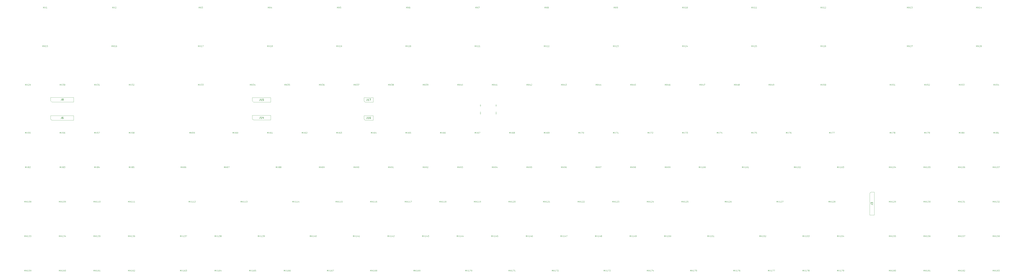
<source format=gbr>
%TF.GenerationSoftware,KiCad,Pcbnew,8.0.5-8.0.5-0~ubuntu20.04.1*%
%TF.CreationDate,2024-11-10T14:11:14+00:00*%
%TF.ProjectId,Hyper7-Evo,48797065-7237-42d4-9576-6f2e6b696361,rev?*%
%TF.SameCoordinates,Original*%
%TF.FileFunction,AssemblyDrawing,Top*%
%FSLAX46Y46*%
G04 Gerber Fmt 4.6, Leading zero omitted, Abs format (unit mm)*
G04 Created by KiCad (PCBNEW 8.0.5-8.0.5-0~ubuntu20.04.1) date 2024-11-10 14:11:14*
%MOMM*%
%LPD*%
G01*
G04 APERTURE LIST*
%ADD10C,0.120000*%
%ADD11C,0.150000*%
%ADD12C,0.100000*%
%ADD13C,0.010000*%
G04 APERTURE END LIST*
D10*
X492134523Y-147213855D02*
X492134523Y-146413855D01*
X492134523Y-146413855D02*
X492401189Y-146985283D01*
X492401189Y-146985283D02*
X492667856Y-146413855D01*
X492667856Y-146413855D02*
X492667856Y-147213855D01*
X492972618Y-146413855D02*
X493505952Y-147213855D01*
X493505952Y-146413855D02*
X492972618Y-147213855D01*
X494229761Y-147213855D02*
X493772618Y-147213855D01*
X494001190Y-147213855D02*
X494001190Y-146413855D01*
X494001190Y-146413855D02*
X493924999Y-146528140D01*
X493924999Y-146528140D02*
X493848809Y-146604331D01*
X493848809Y-146604331D02*
X493772618Y-146642426D01*
X494725000Y-146413855D02*
X494801190Y-146413855D01*
X494801190Y-146413855D02*
X494877381Y-146451950D01*
X494877381Y-146451950D02*
X494915476Y-146490045D01*
X494915476Y-146490045D02*
X494953571Y-146566236D01*
X494953571Y-146566236D02*
X494991666Y-146718617D01*
X494991666Y-146718617D02*
X494991666Y-146909093D01*
X494991666Y-146909093D02*
X494953571Y-147061474D01*
X494953571Y-147061474D02*
X494915476Y-147137664D01*
X494915476Y-147137664D02*
X494877381Y-147175760D01*
X494877381Y-147175760D02*
X494801190Y-147213855D01*
X494801190Y-147213855D02*
X494725000Y-147213855D01*
X494725000Y-147213855D02*
X494648809Y-147175760D01*
X494648809Y-147175760D02*
X494610714Y-147137664D01*
X494610714Y-147137664D02*
X494572619Y-147061474D01*
X494572619Y-147061474D02*
X494534523Y-146909093D01*
X494534523Y-146909093D02*
X494534523Y-146718617D01*
X494534523Y-146718617D02*
X494572619Y-146566236D01*
X494572619Y-146566236D02*
X494610714Y-146490045D01*
X494610714Y-146490045D02*
X494648809Y-146451950D01*
X494648809Y-146451950D02*
X494725000Y-146413855D01*
X495258333Y-146413855D02*
X495753571Y-146413855D01*
X495753571Y-146413855D02*
X495486905Y-146718617D01*
X495486905Y-146718617D02*
X495601190Y-146718617D01*
X495601190Y-146718617D02*
X495677381Y-146756712D01*
X495677381Y-146756712D02*
X495715476Y-146794807D01*
X495715476Y-146794807D02*
X495753571Y-146870998D01*
X495753571Y-146870998D02*
X495753571Y-147061474D01*
X495753571Y-147061474D02*
X495715476Y-147137664D01*
X495715476Y-147137664D02*
X495677381Y-147175760D01*
X495677381Y-147175760D02*
X495601190Y-147213855D01*
X495601190Y-147213855D02*
X495372619Y-147213855D01*
X495372619Y-147213855D02*
X495296428Y-147175760D01*
X495296428Y-147175760D02*
X495258333Y-147137664D01*
X577859523Y-166263855D02*
X577859523Y-165463855D01*
X577859523Y-165463855D02*
X578126189Y-166035283D01*
X578126189Y-166035283D02*
X578392856Y-165463855D01*
X578392856Y-165463855D02*
X578392856Y-166263855D01*
X578697618Y-165463855D02*
X579230952Y-166263855D01*
X579230952Y-165463855D02*
X578697618Y-166263855D01*
X579954761Y-166263855D02*
X579497618Y-166263855D01*
X579726190Y-166263855D02*
X579726190Y-165463855D01*
X579726190Y-165463855D02*
X579649999Y-165578140D01*
X579649999Y-165578140D02*
X579573809Y-165654331D01*
X579573809Y-165654331D02*
X579497618Y-165692426D01*
X580221428Y-165463855D02*
X580716666Y-165463855D01*
X580716666Y-165463855D02*
X580450000Y-165768617D01*
X580450000Y-165768617D02*
X580564285Y-165768617D01*
X580564285Y-165768617D02*
X580640476Y-165806712D01*
X580640476Y-165806712D02*
X580678571Y-165844807D01*
X580678571Y-165844807D02*
X580716666Y-165920998D01*
X580716666Y-165920998D02*
X580716666Y-166111474D01*
X580716666Y-166111474D02*
X580678571Y-166187664D01*
X580678571Y-166187664D02*
X580640476Y-166225760D01*
X580640476Y-166225760D02*
X580564285Y-166263855D01*
X580564285Y-166263855D02*
X580335714Y-166263855D01*
X580335714Y-166263855D02*
X580259523Y-166225760D01*
X580259523Y-166225760D02*
X580221428Y-166187664D01*
X581021428Y-165540045D02*
X581059524Y-165501950D01*
X581059524Y-165501950D02*
X581135714Y-165463855D01*
X581135714Y-165463855D02*
X581326190Y-165463855D01*
X581326190Y-165463855D02*
X581402381Y-165501950D01*
X581402381Y-165501950D02*
X581440476Y-165540045D01*
X581440476Y-165540045D02*
X581478571Y-165616236D01*
X581478571Y-165616236D02*
X581478571Y-165692426D01*
X581478571Y-165692426D02*
X581440476Y-165806712D01*
X581440476Y-165806712D02*
X580983333Y-166263855D01*
X580983333Y-166263855D02*
X581478571Y-166263855D01*
X416315476Y-101643855D02*
X416315476Y-100843855D01*
X416315476Y-100843855D02*
X416582142Y-101415283D01*
X416582142Y-101415283D02*
X416848809Y-100843855D01*
X416848809Y-100843855D02*
X416848809Y-101643855D01*
X417153571Y-100843855D02*
X417686905Y-101643855D01*
X417686905Y-100843855D02*
X417153571Y-101643855D01*
X418334524Y-101110521D02*
X418334524Y-101643855D01*
X418144048Y-100805760D02*
X417953571Y-101377188D01*
X417953571Y-101377188D02*
X418448810Y-101377188D01*
X418677381Y-100843855D02*
X419210715Y-100843855D01*
X419210715Y-100843855D02*
X418867857Y-101643855D01*
X82559523Y-204363855D02*
X82559523Y-203563855D01*
X82559523Y-203563855D02*
X82826189Y-204135283D01*
X82826189Y-204135283D02*
X83092856Y-203563855D01*
X83092856Y-203563855D02*
X83092856Y-204363855D01*
X83397618Y-203563855D02*
X83930952Y-204363855D01*
X83930952Y-203563855D02*
X83397618Y-204363855D01*
X84654761Y-204363855D02*
X84197618Y-204363855D01*
X84426190Y-204363855D02*
X84426190Y-203563855D01*
X84426190Y-203563855D02*
X84349999Y-203678140D01*
X84349999Y-203678140D02*
X84273809Y-203754331D01*
X84273809Y-203754331D02*
X84197618Y-203792426D01*
X85340476Y-203563855D02*
X85188095Y-203563855D01*
X85188095Y-203563855D02*
X85111904Y-203601950D01*
X85111904Y-203601950D02*
X85073809Y-203640045D01*
X85073809Y-203640045D02*
X84997619Y-203754331D01*
X84997619Y-203754331D02*
X84959523Y-203906712D01*
X84959523Y-203906712D02*
X84959523Y-204211474D01*
X84959523Y-204211474D02*
X84997619Y-204287664D01*
X84997619Y-204287664D02*
X85035714Y-204325760D01*
X85035714Y-204325760D02*
X85111904Y-204363855D01*
X85111904Y-204363855D02*
X85264285Y-204363855D01*
X85264285Y-204363855D02*
X85340476Y-204325760D01*
X85340476Y-204325760D02*
X85378571Y-204287664D01*
X85378571Y-204287664D02*
X85416666Y-204211474D01*
X85416666Y-204211474D02*
X85416666Y-204020998D01*
X85416666Y-204020998D02*
X85378571Y-203944807D01*
X85378571Y-203944807D02*
X85340476Y-203906712D01*
X85340476Y-203906712D02*
X85264285Y-203868617D01*
X85264285Y-203868617D02*
X85111904Y-203868617D01*
X85111904Y-203868617D02*
X85035714Y-203906712D01*
X85035714Y-203906712D02*
X84997619Y-203944807D01*
X84997619Y-203944807D02*
X84959523Y-204020998D01*
X86178571Y-204363855D02*
X85721428Y-204363855D01*
X85950000Y-204363855D02*
X85950000Y-203563855D01*
X85950000Y-203563855D02*
X85873809Y-203678140D01*
X85873809Y-203678140D02*
X85797619Y-203754331D01*
X85797619Y-203754331D02*
X85721428Y-203792426D01*
X178190476Y-80303855D02*
X178190476Y-79503855D01*
X178190476Y-79503855D02*
X178457142Y-80075283D01*
X178457142Y-80075283D02*
X178723809Y-79503855D01*
X178723809Y-79503855D02*
X178723809Y-80303855D01*
X179028571Y-79503855D02*
X179561905Y-80303855D01*
X179561905Y-79503855D02*
X179028571Y-80303855D01*
X180285714Y-80303855D02*
X179828571Y-80303855D01*
X180057143Y-80303855D02*
X180057143Y-79503855D01*
X180057143Y-79503855D02*
X179980952Y-79618140D01*
X179980952Y-79618140D02*
X179904762Y-79694331D01*
X179904762Y-79694331D02*
X179828571Y-79732426D01*
X180742857Y-79846712D02*
X180666667Y-79808617D01*
X180666667Y-79808617D02*
X180628572Y-79770521D01*
X180628572Y-79770521D02*
X180590476Y-79694331D01*
X180590476Y-79694331D02*
X180590476Y-79656236D01*
X180590476Y-79656236D02*
X180628572Y-79580045D01*
X180628572Y-79580045D02*
X180666667Y-79541950D01*
X180666667Y-79541950D02*
X180742857Y-79503855D01*
X180742857Y-79503855D02*
X180895238Y-79503855D01*
X180895238Y-79503855D02*
X180971429Y-79541950D01*
X180971429Y-79541950D02*
X181009524Y-79580045D01*
X181009524Y-79580045D02*
X181047619Y-79656236D01*
X181047619Y-79656236D02*
X181047619Y-79694331D01*
X181047619Y-79694331D02*
X181009524Y-79770521D01*
X181009524Y-79770521D02*
X180971429Y-79808617D01*
X180971429Y-79808617D02*
X180895238Y-79846712D01*
X180895238Y-79846712D02*
X180742857Y-79846712D01*
X180742857Y-79846712D02*
X180666667Y-79884807D01*
X180666667Y-79884807D02*
X180628572Y-79922902D01*
X180628572Y-79922902D02*
X180590476Y-79999093D01*
X180590476Y-79999093D02*
X180590476Y-80151474D01*
X180590476Y-80151474D02*
X180628572Y-80227664D01*
X180628572Y-80227664D02*
X180666667Y-80265760D01*
X180666667Y-80265760D02*
X180742857Y-80303855D01*
X180742857Y-80303855D02*
X180895238Y-80303855D01*
X180895238Y-80303855D02*
X180971429Y-80265760D01*
X180971429Y-80265760D02*
X181009524Y-80227664D01*
X181009524Y-80227664D02*
X181047619Y-80151474D01*
X181047619Y-80151474D02*
X181047619Y-79999093D01*
X181047619Y-79999093D02*
X181009524Y-79922902D01*
X181009524Y-79922902D02*
X180971429Y-79884807D01*
X180971429Y-79884807D02*
X180895238Y-79846712D01*
X211147023Y-204363855D02*
X211147023Y-203563855D01*
X211147023Y-203563855D02*
X211413689Y-204135283D01*
X211413689Y-204135283D02*
X211680356Y-203563855D01*
X211680356Y-203563855D02*
X211680356Y-204363855D01*
X211985118Y-203563855D02*
X212518452Y-204363855D01*
X212518452Y-203563855D02*
X211985118Y-204363855D01*
X213242261Y-204363855D02*
X212785118Y-204363855D01*
X213013690Y-204363855D02*
X213013690Y-203563855D01*
X213013690Y-203563855D02*
X212937499Y-203678140D01*
X212937499Y-203678140D02*
X212861309Y-203754331D01*
X212861309Y-203754331D02*
X212785118Y-203792426D01*
X213927976Y-203563855D02*
X213775595Y-203563855D01*
X213775595Y-203563855D02*
X213699404Y-203601950D01*
X213699404Y-203601950D02*
X213661309Y-203640045D01*
X213661309Y-203640045D02*
X213585119Y-203754331D01*
X213585119Y-203754331D02*
X213547023Y-203906712D01*
X213547023Y-203906712D02*
X213547023Y-204211474D01*
X213547023Y-204211474D02*
X213585119Y-204287664D01*
X213585119Y-204287664D02*
X213623214Y-204325760D01*
X213623214Y-204325760D02*
X213699404Y-204363855D01*
X213699404Y-204363855D02*
X213851785Y-204363855D01*
X213851785Y-204363855D02*
X213927976Y-204325760D01*
X213927976Y-204325760D02*
X213966071Y-204287664D01*
X213966071Y-204287664D02*
X214004166Y-204211474D01*
X214004166Y-204211474D02*
X214004166Y-204020998D01*
X214004166Y-204020998D02*
X213966071Y-203944807D01*
X213966071Y-203944807D02*
X213927976Y-203906712D01*
X213927976Y-203906712D02*
X213851785Y-203868617D01*
X213851785Y-203868617D02*
X213699404Y-203868617D01*
X213699404Y-203868617D02*
X213623214Y-203906712D01*
X213623214Y-203906712D02*
X213585119Y-203944807D01*
X213585119Y-203944807D02*
X213547023Y-204020998D01*
X214270833Y-203563855D02*
X214804167Y-203563855D01*
X214804167Y-203563855D02*
X214461309Y-204363855D01*
X368690476Y-128163855D02*
X368690476Y-127363855D01*
X368690476Y-127363855D02*
X368957142Y-127935283D01*
X368957142Y-127935283D02*
X369223809Y-127363855D01*
X369223809Y-127363855D02*
X369223809Y-128163855D01*
X369528571Y-127363855D02*
X370061905Y-128163855D01*
X370061905Y-127363855D02*
X369528571Y-128163855D01*
X370290476Y-127363855D02*
X370823810Y-127363855D01*
X370823810Y-127363855D02*
X370480952Y-128163855D01*
X371547619Y-128163855D02*
X371090476Y-128163855D01*
X371319048Y-128163855D02*
X371319048Y-127363855D01*
X371319048Y-127363855D02*
X371242857Y-127478140D01*
X371242857Y-127478140D02*
X371166667Y-127554331D01*
X371166667Y-127554331D02*
X371090476Y-127592426D01*
X140471428Y-58963855D02*
X140471428Y-58163855D01*
X140471428Y-58163855D02*
X140738094Y-58735283D01*
X140738094Y-58735283D02*
X141004761Y-58163855D01*
X141004761Y-58163855D02*
X141004761Y-58963855D01*
X141309523Y-58163855D02*
X141842857Y-58963855D01*
X141842857Y-58163855D02*
X141309523Y-58963855D01*
X142071428Y-58163855D02*
X142566666Y-58163855D01*
X142566666Y-58163855D02*
X142300000Y-58468617D01*
X142300000Y-58468617D02*
X142414285Y-58468617D01*
X142414285Y-58468617D02*
X142490476Y-58506712D01*
X142490476Y-58506712D02*
X142528571Y-58544807D01*
X142528571Y-58544807D02*
X142566666Y-58620998D01*
X142566666Y-58620998D02*
X142566666Y-58811474D01*
X142566666Y-58811474D02*
X142528571Y-58887664D01*
X142528571Y-58887664D02*
X142490476Y-58925760D01*
X142490476Y-58925760D02*
X142414285Y-58963855D01*
X142414285Y-58963855D02*
X142185714Y-58963855D01*
X142185714Y-58963855D02*
X142109523Y-58925760D01*
X142109523Y-58925760D02*
X142071428Y-58887664D01*
X473084523Y-204363855D02*
X473084523Y-203563855D01*
X473084523Y-203563855D02*
X473351189Y-204135283D01*
X473351189Y-204135283D02*
X473617856Y-203563855D01*
X473617856Y-203563855D02*
X473617856Y-204363855D01*
X473922618Y-203563855D02*
X474455952Y-204363855D01*
X474455952Y-203563855D02*
X473922618Y-204363855D01*
X475179761Y-204363855D02*
X474722618Y-204363855D01*
X474951190Y-204363855D02*
X474951190Y-203563855D01*
X474951190Y-203563855D02*
X474874999Y-203678140D01*
X474874999Y-203678140D02*
X474798809Y-203754331D01*
X474798809Y-203754331D02*
X474722618Y-203792426D01*
X475446428Y-203563855D02*
X475979762Y-203563855D01*
X475979762Y-203563855D02*
X475636904Y-204363855D01*
X476398809Y-203906712D02*
X476322619Y-203868617D01*
X476322619Y-203868617D02*
X476284524Y-203830521D01*
X476284524Y-203830521D02*
X476246428Y-203754331D01*
X476246428Y-203754331D02*
X476246428Y-203716236D01*
X476246428Y-203716236D02*
X476284524Y-203640045D01*
X476284524Y-203640045D02*
X476322619Y-203601950D01*
X476322619Y-203601950D02*
X476398809Y-203563855D01*
X476398809Y-203563855D02*
X476551190Y-203563855D01*
X476551190Y-203563855D02*
X476627381Y-203601950D01*
X476627381Y-203601950D02*
X476665476Y-203640045D01*
X476665476Y-203640045D02*
X476703571Y-203716236D01*
X476703571Y-203716236D02*
X476703571Y-203754331D01*
X476703571Y-203754331D02*
X476665476Y-203830521D01*
X476665476Y-203830521D02*
X476627381Y-203868617D01*
X476627381Y-203868617D02*
X476551190Y-203906712D01*
X476551190Y-203906712D02*
X476398809Y-203906712D01*
X476398809Y-203906712D02*
X476322619Y-203944807D01*
X476322619Y-203944807D02*
X476284524Y-203982902D01*
X476284524Y-203982902D02*
X476246428Y-204059093D01*
X476246428Y-204059093D02*
X476246428Y-204211474D01*
X476246428Y-204211474D02*
X476284524Y-204287664D01*
X476284524Y-204287664D02*
X476322619Y-204325760D01*
X476322619Y-204325760D02*
X476398809Y-204363855D01*
X476398809Y-204363855D02*
X476551190Y-204363855D01*
X476551190Y-204363855D02*
X476627381Y-204325760D01*
X476627381Y-204325760D02*
X476665476Y-204287664D01*
X476665476Y-204287664D02*
X476703571Y-204211474D01*
X476703571Y-204211474D02*
X476703571Y-204059093D01*
X476703571Y-204059093D02*
X476665476Y-203982902D01*
X476665476Y-203982902D02*
X476627381Y-203944807D01*
X476627381Y-203944807D02*
X476551190Y-203906712D01*
X206765476Y-101643855D02*
X206765476Y-100843855D01*
X206765476Y-100843855D02*
X207032142Y-101415283D01*
X207032142Y-101415283D02*
X207298809Y-100843855D01*
X207298809Y-100843855D02*
X207298809Y-101643855D01*
X207603571Y-100843855D02*
X208136905Y-101643855D01*
X208136905Y-100843855D02*
X207603571Y-101643855D01*
X208365476Y-100843855D02*
X208860714Y-100843855D01*
X208860714Y-100843855D02*
X208594048Y-101148617D01*
X208594048Y-101148617D02*
X208708333Y-101148617D01*
X208708333Y-101148617D02*
X208784524Y-101186712D01*
X208784524Y-101186712D02*
X208822619Y-101224807D01*
X208822619Y-101224807D02*
X208860714Y-101300998D01*
X208860714Y-101300998D02*
X208860714Y-101491474D01*
X208860714Y-101491474D02*
X208822619Y-101567664D01*
X208822619Y-101567664D02*
X208784524Y-101605760D01*
X208784524Y-101605760D02*
X208708333Y-101643855D01*
X208708333Y-101643855D02*
X208479762Y-101643855D01*
X208479762Y-101643855D02*
X208403571Y-101605760D01*
X208403571Y-101605760D02*
X208365476Y-101567664D01*
X209546429Y-100843855D02*
X209394048Y-100843855D01*
X209394048Y-100843855D02*
X209317857Y-100881950D01*
X209317857Y-100881950D02*
X209279762Y-100920045D01*
X209279762Y-100920045D02*
X209203572Y-101034331D01*
X209203572Y-101034331D02*
X209165476Y-101186712D01*
X209165476Y-101186712D02*
X209165476Y-101491474D01*
X209165476Y-101491474D02*
X209203572Y-101567664D01*
X209203572Y-101567664D02*
X209241667Y-101605760D01*
X209241667Y-101605760D02*
X209317857Y-101643855D01*
X209317857Y-101643855D02*
X209470238Y-101643855D01*
X209470238Y-101643855D02*
X209546429Y-101605760D01*
X209546429Y-101605760D02*
X209584524Y-101567664D01*
X209584524Y-101567664D02*
X209622619Y-101491474D01*
X209622619Y-101491474D02*
X209622619Y-101300998D01*
X209622619Y-101300998D02*
X209584524Y-101224807D01*
X209584524Y-101224807D02*
X209546429Y-101186712D01*
X209546429Y-101186712D02*
X209470238Y-101148617D01*
X209470238Y-101148617D02*
X209317857Y-101148617D01*
X209317857Y-101148617D02*
X209241667Y-101186712D01*
X209241667Y-101186712D02*
X209203572Y-101224807D01*
X209203572Y-101224807D02*
X209165476Y-101300998D01*
X225434523Y-185313855D02*
X225434523Y-184513855D01*
X225434523Y-184513855D02*
X225701189Y-185085283D01*
X225701189Y-185085283D02*
X225967856Y-184513855D01*
X225967856Y-184513855D02*
X225967856Y-185313855D01*
X226272618Y-184513855D02*
X226805952Y-185313855D01*
X226805952Y-184513855D02*
X226272618Y-185313855D01*
X227529761Y-185313855D02*
X227072618Y-185313855D01*
X227301190Y-185313855D02*
X227301190Y-184513855D01*
X227301190Y-184513855D02*
X227224999Y-184628140D01*
X227224999Y-184628140D02*
X227148809Y-184704331D01*
X227148809Y-184704331D02*
X227072618Y-184742426D01*
X228215476Y-184780521D02*
X228215476Y-185313855D01*
X228025000Y-184475760D02*
X227834523Y-185047188D01*
X227834523Y-185047188D02*
X228329762Y-185047188D01*
X229053571Y-185313855D02*
X228596428Y-185313855D01*
X228825000Y-185313855D02*
X228825000Y-184513855D01*
X228825000Y-184513855D02*
X228748809Y-184628140D01*
X228748809Y-184628140D02*
X228672619Y-184704331D01*
X228672619Y-184704331D02*
X228596428Y-184742426D01*
X63890476Y-128163855D02*
X63890476Y-127363855D01*
X63890476Y-127363855D02*
X64157142Y-127935283D01*
X64157142Y-127935283D02*
X64423809Y-127363855D01*
X64423809Y-127363855D02*
X64423809Y-128163855D01*
X64728571Y-127363855D02*
X65261905Y-128163855D01*
X65261905Y-127363855D02*
X64728571Y-128163855D01*
X65947619Y-127363855D02*
X65566667Y-127363855D01*
X65566667Y-127363855D02*
X65528571Y-127744807D01*
X65528571Y-127744807D02*
X65566667Y-127706712D01*
X65566667Y-127706712D02*
X65642857Y-127668617D01*
X65642857Y-127668617D02*
X65833333Y-127668617D01*
X65833333Y-127668617D02*
X65909524Y-127706712D01*
X65909524Y-127706712D02*
X65947619Y-127744807D01*
X65947619Y-127744807D02*
X65985714Y-127820998D01*
X65985714Y-127820998D02*
X65985714Y-128011474D01*
X65985714Y-128011474D02*
X65947619Y-128087664D01*
X65947619Y-128087664D02*
X65909524Y-128125760D01*
X65909524Y-128125760D02*
X65833333Y-128163855D01*
X65833333Y-128163855D02*
X65642857Y-128163855D01*
X65642857Y-128163855D02*
X65566667Y-128125760D01*
X65566667Y-128125760D02*
X65528571Y-128087664D01*
X66671429Y-127363855D02*
X66519048Y-127363855D01*
X66519048Y-127363855D02*
X66442857Y-127401950D01*
X66442857Y-127401950D02*
X66404762Y-127440045D01*
X66404762Y-127440045D02*
X66328572Y-127554331D01*
X66328572Y-127554331D02*
X66290476Y-127706712D01*
X66290476Y-127706712D02*
X66290476Y-128011474D01*
X66290476Y-128011474D02*
X66328572Y-128087664D01*
X66328572Y-128087664D02*
X66366667Y-128125760D01*
X66366667Y-128125760D02*
X66442857Y-128163855D01*
X66442857Y-128163855D02*
X66595238Y-128163855D01*
X66595238Y-128163855D02*
X66671429Y-128125760D01*
X66671429Y-128125760D02*
X66709524Y-128087664D01*
X66709524Y-128087664D02*
X66747619Y-128011474D01*
X66747619Y-128011474D02*
X66747619Y-127820998D01*
X66747619Y-127820998D02*
X66709524Y-127744807D01*
X66709524Y-127744807D02*
X66671429Y-127706712D01*
X66671429Y-127706712D02*
X66595238Y-127668617D01*
X66595238Y-127668617D02*
X66442857Y-127668617D01*
X66442857Y-127668617D02*
X66366667Y-127706712D01*
X66366667Y-127706712D02*
X66328572Y-127744807D01*
X66328572Y-127744807D02*
X66290476Y-127820998D01*
X520709523Y-185313855D02*
X520709523Y-184513855D01*
X520709523Y-184513855D02*
X520976189Y-185085283D01*
X520976189Y-185085283D02*
X521242856Y-184513855D01*
X521242856Y-184513855D02*
X521242856Y-185313855D01*
X521547618Y-184513855D02*
X522080952Y-185313855D01*
X522080952Y-184513855D02*
X521547618Y-185313855D01*
X522804761Y-185313855D02*
X522347618Y-185313855D01*
X522576190Y-185313855D02*
X522576190Y-184513855D01*
X522576190Y-184513855D02*
X522499999Y-184628140D01*
X522499999Y-184628140D02*
X522423809Y-184704331D01*
X522423809Y-184704331D02*
X522347618Y-184742426D01*
X523528571Y-184513855D02*
X523147619Y-184513855D01*
X523147619Y-184513855D02*
X523109523Y-184894807D01*
X523109523Y-184894807D02*
X523147619Y-184856712D01*
X523147619Y-184856712D02*
X523223809Y-184818617D01*
X523223809Y-184818617D02*
X523414285Y-184818617D01*
X523414285Y-184818617D02*
X523490476Y-184856712D01*
X523490476Y-184856712D02*
X523528571Y-184894807D01*
X523528571Y-184894807D02*
X523566666Y-184970998D01*
X523566666Y-184970998D02*
X523566666Y-185161474D01*
X523566666Y-185161474D02*
X523528571Y-185237664D01*
X523528571Y-185237664D02*
X523490476Y-185275760D01*
X523490476Y-185275760D02*
X523414285Y-185313855D01*
X523414285Y-185313855D02*
X523223809Y-185313855D01*
X523223809Y-185313855D02*
X523147619Y-185275760D01*
X523147619Y-185275760D02*
X523109523Y-185237664D01*
X524290476Y-184513855D02*
X523909524Y-184513855D01*
X523909524Y-184513855D02*
X523871428Y-184894807D01*
X523871428Y-184894807D02*
X523909524Y-184856712D01*
X523909524Y-184856712D02*
X523985714Y-184818617D01*
X523985714Y-184818617D02*
X524176190Y-184818617D01*
X524176190Y-184818617D02*
X524252381Y-184856712D01*
X524252381Y-184856712D02*
X524290476Y-184894807D01*
X524290476Y-184894807D02*
X524328571Y-184970998D01*
X524328571Y-184970998D02*
X524328571Y-185161474D01*
X524328571Y-185161474D02*
X524290476Y-185237664D01*
X524290476Y-185237664D02*
X524252381Y-185275760D01*
X524252381Y-185275760D02*
X524176190Y-185313855D01*
X524176190Y-185313855D02*
X523985714Y-185313855D01*
X523985714Y-185313855D02*
X523909524Y-185275760D01*
X523909524Y-185275760D02*
X523871428Y-185237664D01*
X44459523Y-166263855D02*
X44459523Y-165463855D01*
X44459523Y-165463855D02*
X44726189Y-166035283D01*
X44726189Y-166035283D02*
X44992856Y-165463855D01*
X44992856Y-165463855D02*
X44992856Y-166263855D01*
X45297618Y-165463855D02*
X45830952Y-166263855D01*
X45830952Y-165463855D02*
X45297618Y-166263855D01*
X46554761Y-166263855D02*
X46097618Y-166263855D01*
X46326190Y-166263855D02*
X46326190Y-165463855D01*
X46326190Y-165463855D02*
X46249999Y-165578140D01*
X46249999Y-165578140D02*
X46173809Y-165654331D01*
X46173809Y-165654331D02*
X46097618Y-165692426D01*
X47050000Y-165463855D02*
X47126190Y-165463855D01*
X47126190Y-165463855D02*
X47202381Y-165501950D01*
X47202381Y-165501950D02*
X47240476Y-165540045D01*
X47240476Y-165540045D02*
X47278571Y-165616236D01*
X47278571Y-165616236D02*
X47316666Y-165768617D01*
X47316666Y-165768617D02*
X47316666Y-165959093D01*
X47316666Y-165959093D02*
X47278571Y-166111474D01*
X47278571Y-166111474D02*
X47240476Y-166187664D01*
X47240476Y-166187664D02*
X47202381Y-166225760D01*
X47202381Y-166225760D02*
X47126190Y-166263855D01*
X47126190Y-166263855D02*
X47050000Y-166263855D01*
X47050000Y-166263855D02*
X46973809Y-166225760D01*
X46973809Y-166225760D02*
X46935714Y-166187664D01*
X46935714Y-166187664D02*
X46897619Y-166111474D01*
X46897619Y-166111474D02*
X46859523Y-165959093D01*
X46859523Y-165959093D02*
X46859523Y-165768617D01*
X46859523Y-165768617D02*
X46897619Y-165616236D01*
X46897619Y-165616236D02*
X46935714Y-165540045D01*
X46935714Y-165540045D02*
X46973809Y-165501950D01*
X46973809Y-165501950D02*
X47050000Y-165463855D01*
X47773809Y-165806712D02*
X47697619Y-165768617D01*
X47697619Y-165768617D02*
X47659524Y-165730521D01*
X47659524Y-165730521D02*
X47621428Y-165654331D01*
X47621428Y-165654331D02*
X47621428Y-165616236D01*
X47621428Y-165616236D02*
X47659524Y-165540045D01*
X47659524Y-165540045D02*
X47697619Y-165501950D01*
X47697619Y-165501950D02*
X47773809Y-165463855D01*
X47773809Y-165463855D02*
X47926190Y-165463855D01*
X47926190Y-165463855D02*
X48002381Y-165501950D01*
X48002381Y-165501950D02*
X48040476Y-165540045D01*
X48040476Y-165540045D02*
X48078571Y-165616236D01*
X48078571Y-165616236D02*
X48078571Y-165654331D01*
X48078571Y-165654331D02*
X48040476Y-165730521D01*
X48040476Y-165730521D02*
X48002381Y-165768617D01*
X48002381Y-165768617D02*
X47926190Y-165806712D01*
X47926190Y-165806712D02*
X47773809Y-165806712D01*
X47773809Y-165806712D02*
X47697619Y-165844807D01*
X47697619Y-165844807D02*
X47659524Y-165882902D01*
X47659524Y-165882902D02*
X47621428Y-165959093D01*
X47621428Y-165959093D02*
X47621428Y-166111474D01*
X47621428Y-166111474D02*
X47659524Y-166187664D01*
X47659524Y-166187664D02*
X47697619Y-166225760D01*
X47697619Y-166225760D02*
X47773809Y-166263855D01*
X47773809Y-166263855D02*
X47926190Y-166263855D01*
X47926190Y-166263855D02*
X48002381Y-166225760D01*
X48002381Y-166225760D02*
X48040476Y-166187664D01*
X48040476Y-166187664D02*
X48078571Y-166111474D01*
X48078571Y-166111474D02*
X48078571Y-165959093D01*
X48078571Y-165959093D02*
X48040476Y-165882902D01*
X48040476Y-165882902D02*
X48002381Y-165844807D01*
X48002381Y-165844807D02*
X47926190Y-165806712D01*
X263915476Y-101643855D02*
X263915476Y-100843855D01*
X263915476Y-100843855D02*
X264182142Y-101415283D01*
X264182142Y-101415283D02*
X264448809Y-100843855D01*
X264448809Y-100843855D02*
X264448809Y-101643855D01*
X264753571Y-100843855D02*
X265286905Y-101643855D01*
X265286905Y-100843855D02*
X264753571Y-101643855D01*
X265515476Y-100843855D02*
X266010714Y-100843855D01*
X266010714Y-100843855D02*
X265744048Y-101148617D01*
X265744048Y-101148617D02*
X265858333Y-101148617D01*
X265858333Y-101148617D02*
X265934524Y-101186712D01*
X265934524Y-101186712D02*
X265972619Y-101224807D01*
X265972619Y-101224807D02*
X266010714Y-101300998D01*
X266010714Y-101300998D02*
X266010714Y-101491474D01*
X266010714Y-101491474D02*
X265972619Y-101567664D01*
X265972619Y-101567664D02*
X265934524Y-101605760D01*
X265934524Y-101605760D02*
X265858333Y-101643855D01*
X265858333Y-101643855D02*
X265629762Y-101643855D01*
X265629762Y-101643855D02*
X265553571Y-101605760D01*
X265553571Y-101605760D02*
X265515476Y-101567664D01*
X266391667Y-101643855D02*
X266544048Y-101643855D01*
X266544048Y-101643855D02*
X266620238Y-101605760D01*
X266620238Y-101605760D02*
X266658334Y-101567664D01*
X266658334Y-101567664D02*
X266734524Y-101453379D01*
X266734524Y-101453379D02*
X266772619Y-101300998D01*
X266772619Y-101300998D02*
X266772619Y-100996236D01*
X266772619Y-100996236D02*
X266734524Y-100920045D01*
X266734524Y-100920045D02*
X266696429Y-100881950D01*
X266696429Y-100881950D02*
X266620238Y-100843855D01*
X266620238Y-100843855D02*
X266467857Y-100843855D01*
X266467857Y-100843855D02*
X266391667Y-100881950D01*
X266391667Y-100881950D02*
X266353572Y-100920045D01*
X266353572Y-100920045D02*
X266315476Y-100996236D01*
X266315476Y-100996236D02*
X266315476Y-101186712D01*
X266315476Y-101186712D02*
X266353572Y-101262902D01*
X266353572Y-101262902D02*
X266391667Y-101300998D01*
X266391667Y-101300998D02*
X266467857Y-101339093D01*
X266467857Y-101339093D02*
X266620238Y-101339093D01*
X266620238Y-101339093D02*
X266696429Y-101300998D01*
X266696429Y-101300998D02*
X266734524Y-101262902D01*
X266734524Y-101262902D02*
X266772619Y-101186712D01*
X44840476Y-147213855D02*
X44840476Y-146413855D01*
X44840476Y-146413855D02*
X45107142Y-146985283D01*
X45107142Y-146985283D02*
X45373809Y-146413855D01*
X45373809Y-146413855D02*
X45373809Y-147213855D01*
X45678571Y-146413855D02*
X46211905Y-147213855D01*
X46211905Y-146413855D02*
X45678571Y-147213855D01*
X46630952Y-146756712D02*
X46554762Y-146718617D01*
X46554762Y-146718617D02*
X46516667Y-146680521D01*
X46516667Y-146680521D02*
X46478571Y-146604331D01*
X46478571Y-146604331D02*
X46478571Y-146566236D01*
X46478571Y-146566236D02*
X46516667Y-146490045D01*
X46516667Y-146490045D02*
X46554762Y-146451950D01*
X46554762Y-146451950D02*
X46630952Y-146413855D01*
X46630952Y-146413855D02*
X46783333Y-146413855D01*
X46783333Y-146413855D02*
X46859524Y-146451950D01*
X46859524Y-146451950D02*
X46897619Y-146490045D01*
X46897619Y-146490045D02*
X46935714Y-146566236D01*
X46935714Y-146566236D02*
X46935714Y-146604331D01*
X46935714Y-146604331D02*
X46897619Y-146680521D01*
X46897619Y-146680521D02*
X46859524Y-146718617D01*
X46859524Y-146718617D02*
X46783333Y-146756712D01*
X46783333Y-146756712D02*
X46630952Y-146756712D01*
X46630952Y-146756712D02*
X46554762Y-146794807D01*
X46554762Y-146794807D02*
X46516667Y-146832902D01*
X46516667Y-146832902D02*
X46478571Y-146909093D01*
X46478571Y-146909093D02*
X46478571Y-147061474D01*
X46478571Y-147061474D02*
X46516667Y-147137664D01*
X46516667Y-147137664D02*
X46554762Y-147175760D01*
X46554762Y-147175760D02*
X46630952Y-147213855D01*
X46630952Y-147213855D02*
X46783333Y-147213855D01*
X46783333Y-147213855D02*
X46859524Y-147175760D01*
X46859524Y-147175760D02*
X46897619Y-147137664D01*
X46897619Y-147137664D02*
X46935714Y-147061474D01*
X46935714Y-147061474D02*
X46935714Y-146909093D01*
X46935714Y-146909093D02*
X46897619Y-146832902D01*
X46897619Y-146832902D02*
X46859524Y-146794807D01*
X46859524Y-146794807D02*
X46783333Y-146756712D01*
X47240476Y-146490045D02*
X47278572Y-146451950D01*
X47278572Y-146451950D02*
X47354762Y-146413855D01*
X47354762Y-146413855D02*
X47545238Y-146413855D01*
X47545238Y-146413855D02*
X47621429Y-146451950D01*
X47621429Y-146451950D02*
X47659524Y-146490045D01*
X47659524Y-146490045D02*
X47697619Y-146566236D01*
X47697619Y-146566236D02*
X47697619Y-146642426D01*
X47697619Y-146642426D02*
X47659524Y-146756712D01*
X47659524Y-146756712D02*
X47202381Y-147213855D01*
X47202381Y-147213855D02*
X47697619Y-147213855D01*
X330971428Y-58963855D02*
X330971428Y-58163855D01*
X330971428Y-58163855D02*
X331238094Y-58735283D01*
X331238094Y-58735283D02*
X331504761Y-58163855D01*
X331504761Y-58163855D02*
X331504761Y-58963855D01*
X331809523Y-58163855D02*
X332342857Y-58963855D01*
X332342857Y-58163855D02*
X331809523Y-58963855D01*
X332761904Y-58506712D02*
X332685714Y-58468617D01*
X332685714Y-58468617D02*
X332647619Y-58430521D01*
X332647619Y-58430521D02*
X332609523Y-58354331D01*
X332609523Y-58354331D02*
X332609523Y-58316236D01*
X332609523Y-58316236D02*
X332647619Y-58240045D01*
X332647619Y-58240045D02*
X332685714Y-58201950D01*
X332685714Y-58201950D02*
X332761904Y-58163855D01*
X332761904Y-58163855D02*
X332914285Y-58163855D01*
X332914285Y-58163855D02*
X332990476Y-58201950D01*
X332990476Y-58201950D02*
X333028571Y-58240045D01*
X333028571Y-58240045D02*
X333066666Y-58316236D01*
X333066666Y-58316236D02*
X333066666Y-58354331D01*
X333066666Y-58354331D02*
X333028571Y-58430521D01*
X333028571Y-58430521D02*
X332990476Y-58468617D01*
X332990476Y-58468617D02*
X332914285Y-58506712D01*
X332914285Y-58506712D02*
X332761904Y-58506712D01*
X332761904Y-58506712D02*
X332685714Y-58544807D01*
X332685714Y-58544807D02*
X332647619Y-58582902D01*
X332647619Y-58582902D02*
X332609523Y-58659093D01*
X332609523Y-58659093D02*
X332609523Y-58811474D01*
X332609523Y-58811474D02*
X332647619Y-58887664D01*
X332647619Y-58887664D02*
X332685714Y-58925760D01*
X332685714Y-58925760D02*
X332761904Y-58963855D01*
X332761904Y-58963855D02*
X332914285Y-58963855D01*
X332914285Y-58963855D02*
X332990476Y-58925760D01*
X332990476Y-58925760D02*
X333028571Y-58887664D01*
X333028571Y-58887664D02*
X333066666Y-58811474D01*
X333066666Y-58811474D02*
X333066666Y-58659093D01*
X333066666Y-58659093D02*
X333028571Y-58582902D01*
X333028571Y-58582902D02*
X332990476Y-58544807D01*
X332990476Y-58544807D02*
X332914285Y-58506712D01*
X539759523Y-166263855D02*
X539759523Y-165463855D01*
X539759523Y-165463855D02*
X540026189Y-166035283D01*
X540026189Y-166035283D02*
X540292856Y-165463855D01*
X540292856Y-165463855D02*
X540292856Y-166263855D01*
X540597618Y-165463855D02*
X541130952Y-166263855D01*
X541130952Y-165463855D02*
X540597618Y-166263855D01*
X541854761Y-166263855D02*
X541397618Y-166263855D01*
X541626190Y-166263855D02*
X541626190Y-165463855D01*
X541626190Y-165463855D02*
X541549999Y-165578140D01*
X541549999Y-165578140D02*
X541473809Y-165654331D01*
X541473809Y-165654331D02*
X541397618Y-165692426D01*
X542121428Y-165463855D02*
X542616666Y-165463855D01*
X542616666Y-165463855D02*
X542350000Y-165768617D01*
X542350000Y-165768617D02*
X542464285Y-165768617D01*
X542464285Y-165768617D02*
X542540476Y-165806712D01*
X542540476Y-165806712D02*
X542578571Y-165844807D01*
X542578571Y-165844807D02*
X542616666Y-165920998D01*
X542616666Y-165920998D02*
X542616666Y-166111474D01*
X542616666Y-166111474D02*
X542578571Y-166187664D01*
X542578571Y-166187664D02*
X542540476Y-166225760D01*
X542540476Y-166225760D02*
X542464285Y-166263855D01*
X542464285Y-166263855D02*
X542235714Y-166263855D01*
X542235714Y-166263855D02*
X542159523Y-166225760D01*
X542159523Y-166225760D02*
X542121428Y-166187664D01*
X543111905Y-165463855D02*
X543188095Y-165463855D01*
X543188095Y-165463855D02*
X543264286Y-165501950D01*
X543264286Y-165501950D02*
X543302381Y-165540045D01*
X543302381Y-165540045D02*
X543340476Y-165616236D01*
X543340476Y-165616236D02*
X543378571Y-165768617D01*
X543378571Y-165768617D02*
X543378571Y-165959093D01*
X543378571Y-165959093D02*
X543340476Y-166111474D01*
X543340476Y-166111474D02*
X543302381Y-166187664D01*
X543302381Y-166187664D02*
X543264286Y-166225760D01*
X543264286Y-166225760D02*
X543188095Y-166263855D01*
X543188095Y-166263855D02*
X543111905Y-166263855D01*
X543111905Y-166263855D02*
X543035714Y-166225760D01*
X543035714Y-166225760D02*
X542997619Y-166187664D01*
X542997619Y-166187664D02*
X542959524Y-166111474D01*
X542959524Y-166111474D02*
X542921428Y-165959093D01*
X542921428Y-165959093D02*
X542921428Y-165768617D01*
X542921428Y-165768617D02*
X542959524Y-165616236D01*
X542959524Y-165616236D02*
X542997619Y-165540045D01*
X542997619Y-165540045D02*
X543035714Y-165501950D01*
X543035714Y-165501950D02*
X543111905Y-165463855D01*
X340115476Y-101643855D02*
X340115476Y-100843855D01*
X340115476Y-100843855D02*
X340382142Y-101415283D01*
X340382142Y-101415283D02*
X340648809Y-100843855D01*
X340648809Y-100843855D02*
X340648809Y-101643855D01*
X340953571Y-100843855D02*
X341486905Y-101643855D01*
X341486905Y-100843855D02*
X340953571Y-101643855D01*
X342134524Y-101110521D02*
X342134524Y-101643855D01*
X341944048Y-100805760D02*
X341753571Y-101377188D01*
X341753571Y-101377188D02*
X342248810Y-101377188D01*
X342477381Y-100843855D02*
X342972619Y-100843855D01*
X342972619Y-100843855D02*
X342705953Y-101148617D01*
X342705953Y-101148617D02*
X342820238Y-101148617D01*
X342820238Y-101148617D02*
X342896429Y-101186712D01*
X342896429Y-101186712D02*
X342934524Y-101224807D01*
X342934524Y-101224807D02*
X342972619Y-101300998D01*
X342972619Y-101300998D02*
X342972619Y-101491474D01*
X342972619Y-101491474D02*
X342934524Y-101567664D01*
X342934524Y-101567664D02*
X342896429Y-101605760D01*
X342896429Y-101605760D02*
X342820238Y-101643855D01*
X342820238Y-101643855D02*
X342591667Y-101643855D01*
X342591667Y-101643855D02*
X342515476Y-101605760D01*
X342515476Y-101605760D02*
X342477381Y-101567664D01*
X444890476Y-58963855D02*
X444890476Y-58163855D01*
X444890476Y-58163855D02*
X445157142Y-58735283D01*
X445157142Y-58735283D02*
X445423809Y-58163855D01*
X445423809Y-58163855D02*
X445423809Y-58963855D01*
X445728571Y-58163855D02*
X446261905Y-58963855D01*
X446261905Y-58163855D02*
X445728571Y-58963855D01*
X446985714Y-58963855D02*
X446528571Y-58963855D01*
X446757143Y-58963855D02*
X446757143Y-58163855D01*
X446757143Y-58163855D02*
X446680952Y-58278140D01*
X446680952Y-58278140D02*
X446604762Y-58354331D01*
X446604762Y-58354331D02*
X446528571Y-58392426D01*
X447747619Y-58963855D02*
X447290476Y-58963855D01*
X447519048Y-58963855D02*
X447519048Y-58163855D01*
X447519048Y-58163855D02*
X447442857Y-58278140D01*
X447442857Y-58278140D02*
X447366667Y-58354331D01*
X447366667Y-58354331D02*
X447290476Y-58392426D01*
X254009523Y-166263855D02*
X254009523Y-165463855D01*
X254009523Y-165463855D02*
X254276189Y-166035283D01*
X254276189Y-166035283D02*
X254542856Y-165463855D01*
X254542856Y-165463855D02*
X254542856Y-166263855D01*
X254847618Y-165463855D02*
X255380952Y-166263855D01*
X255380952Y-165463855D02*
X254847618Y-166263855D01*
X256104761Y-166263855D02*
X255647618Y-166263855D01*
X255876190Y-166263855D02*
X255876190Y-165463855D01*
X255876190Y-165463855D02*
X255799999Y-165578140D01*
X255799999Y-165578140D02*
X255723809Y-165654331D01*
X255723809Y-165654331D02*
X255647618Y-165692426D01*
X256866666Y-166263855D02*
X256409523Y-166263855D01*
X256638095Y-166263855D02*
X256638095Y-165463855D01*
X256638095Y-165463855D02*
X256561904Y-165578140D01*
X256561904Y-165578140D02*
X256485714Y-165654331D01*
X256485714Y-165654331D02*
X256409523Y-165692426D01*
X257133333Y-165463855D02*
X257666667Y-165463855D01*
X257666667Y-165463855D02*
X257323809Y-166263855D01*
X387359523Y-166263855D02*
X387359523Y-165463855D01*
X387359523Y-165463855D02*
X387626189Y-166035283D01*
X387626189Y-166035283D02*
X387892856Y-165463855D01*
X387892856Y-165463855D02*
X387892856Y-166263855D01*
X388197618Y-165463855D02*
X388730952Y-166263855D01*
X388730952Y-165463855D02*
X388197618Y-166263855D01*
X389454761Y-166263855D02*
X388997618Y-166263855D01*
X389226190Y-166263855D02*
X389226190Y-165463855D01*
X389226190Y-165463855D02*
X389149999Y-165578140D01*
X389149999Y-165578140D02*
X389073809Y-165654331D01*
X389073809Y-165654331D02*
X388997618Y-165692426D01*
X389759523Y-165540045D02*
X389797619Y-165501950D01*
X389797619Y-165501950D02*
X389873809Y-165463855D01*
X389873809Y-165463855D02*
X390064285Y-165463855D01*
X390064285Y-165463855D02*
X390140476Y-165501950D01*
X390140476Y-165501950D02*
X390178571Y-165540045D01*
X390178571Y-165540045D02*
X390216666Y-165616236D01*
X390216666Y-165616236D02*
X390216666Y-165692426D01*
X390216666Y-165692426D02*
X390178571Y-165806712D01*
X390178571Y-165806712D02*
X389721428Y-166263855D01*
X389721428Y-166263855D02*
X390216666Y-166263855D01*
X390902381Y-165730521D02*
X390902381Y-166263855D01*
X390711905Y-165425760D02*
X390521428Y-165997188D01*
X390521428Y-165997188D02*
X391016667Y-165997188D01*
X44840476Y-128163855D02*
X44840476Y-127363855D01*
X44840476Y-127363855D02*
X45107142Y-127935283D01*
X45107142Y-127935283D02*
X45373809Y-127363855D01*
X45373809Y-127363855D02*
X45373809Y-128163855D01*
X45678571Y-127363855D02*
X46211905Y-128163855D01*
X46211905Y-127363855D02*
X45678571Y-128163855D01*
X46897619Y-127363855D02*
X46516667Y-127363855D01*
X46516667Y-127363855D02*
X46478571Y-127744807D01*
X46478571Y-127744807D02*
X46516667Y-127706712D01*
X46516667Y-127706712D02*
X46592857Y-127668617D01*
X46592857Y-127668617D02*
X46783333Y-127668617D01*
X46783333Y-127668617D02*
X46859524Y-127706712D01*
X46859524Y-127706712D02*
X46897619Y-127744807D01*
X46897619Y-127744807D02*
X46935714Y-127820998D01*
X46935714Y-127820998D02*
X46935714Y-128011474D01*
X46935714Y-128011474D02*
X46897619Y-128087664D01*
X46897619Y-128087664D02*
X46859524Y-128125760D01*
X46859524Y-128125760D02*
X46783333Y-128163855D01*
X46783333Y-128163855D02*
X46592857Y-128163855D01*
X46592857Y-128163855D02*
X46516667Y-128125760D01*
X46516667Y-128125760D02*
X46478571Y-128087664D01*
X47659524Y-127363855D02*
X47278572Y-127363855D01*
X47278572Y-127363855D02*
X47240476Y-127744807D01*
X47240476Y-127744807D02*
X47278572Y-127706712D01*
X47278572Y-127706712D02*
X47354762Y-127668617D01*
X47354762Y-127668617D02*
X47545238Y-127668617D01*
X47545238Y-127668617D02*
X47621429Y-127706712D01*
X47621429Y-127706712D02*
X47659524Y-127744807D01*
X47659524Y-127744807D02*
X47697619Y-127820998D01*
X47697619Y-127820998D02*
X47697619Y-128011474D01*
X47697619Y-128011474D02*
X47659524Y-128087664D01*
X47659524Y-128087664D02*
X47621429Y-128125760D01*
X47621429Y-128125760D02*
X47545238Y-128163855D01*
X47545238Y-128163855D02*
X47354762Y-128163855D01*
X47354762Y-128163855D02*
X47278572Y-128125760D01*
X47278572Y-128125760D02*
X47240476Y-128087664D01*
X463940476Y-128163855D02*
X463940476Y-127363855D01*
X463940476Y-127363855D02*
X464207142Y-127935283D01*
X464207142Y-127935283D02*
X464473809Y-127363855D01*
X464473809Y-127363855D02*
X464473809Y-128163855D01*
X464778571Y-127363855D02*
X465311905Y-128163855D01*
X465311905Y-127363855D02*
X464778571Y-128163855D01*
X465540476Y-127363855D02*
X466073810Y-127363855D01*
X466073810Y-127363855D02*
X465730952Y-128163855D01*
X466721429Y-127363855D02*
X466569048Y-127363855D01*
X466569048Y-127363855D02*
X466492857Y-127401950D01*
X466492857Y-127401950D02*
X466454762Y-127440045D01*
X466454762Y-127440045D02*
X466378572Y-127554331D01*
X466378572Y-127554331D02*
X466340476Y-127706712D01*
X466340476Y-127706712D02*
X466340476Y-128011474D01*
X466340476Y-128011474D02*
X466378572Y-128087664D01*
X466378572Y-128087664D02*
X466416667Y-128125760D01*
X466416667Y-128125760D02*
X466492857Y-128163855D01*
X466492857Y-128163855D02*
X466645238Y-128163855D01*
X466645238Y-128163855D02*
X466721429Y-128125760D01*
X466721429Y-128125760D02*
X466759524Y-128087664D01*
X466759524Y-128087664D02*
X466797619Y-128011474D01*
X466797619Y-128011474D02*
X466797619Y-127820998D01*
X466797619Y-127820998D02*
X466759524Y-127744807D01*
X466759524Y-127744807D02*
X466721429Y-127706712D01*
X466721429Y-127706712D02*
X466645238Y-127668617D01*
X466645238Y-127668617D02*
X466492857Y-127668617D01*
X466492857Y-127668617D02*
X466416667Y-127706712D01*
X466416667Y-127706712D02*
X466378572Y-127744807D01*
X466378572Y-127744807D02*
X466340476Y-127820998D01*
X530615476Y-80303855D02*
X530615476Y-79503855D01*
X530615476Y-79503855D02*
X530882142Y-80075283D01*
X530882142Y-80075283D02*
X531148809Y-79503855D01*
X531148809Y-79503855D02*
X531148809Y-80303855D01*
X531453571Y-79503855D02*
X531986905Y-80303855D01*
X531986905Y-79503855D02*
X531453571Y-80303855D01*
X532253571Y-79580045D02*
X532291667Y-79541950D01*
X532291667Y-79541950D02*
X532367857Y-79503855D01*
X532367857Y-79503855D02*
X532558333Y-79503855D01*
X532558333Y-79503855D02*
X532634524Y-79541950D01*
X532634524Y-79541950D02*
X532672619Y-79580045D01*
X532672619Y-79580045D02*
X532710714Y-79656236D01*
X532710714Y-79656236D02*
X532710714Y-79732426D01*
X532710714Y-79732426D02*
X532672619Y-79846712D01*
X532672619Y-79846712D02*
X532215476Y-80303855D01*
X532215476Y-80303855D02*
X532710714Y-80303855D01*
X532977381Y-79503855D02*
X533510715Y-79503855D01*
X533510715Y-79503855D02*
X533167857Y-80303855D01*
X273440476Y-128163855D02*
X273440476Y-127363855D01*
X273440476Y-127363855D02*
X273707142Y-127935283D01*
X273707142Y-127935283D02*
X273973809Y-127363855D01*
X273973809Y-127363855D02*
X273973809Y-128163855D01*
X274278571Y-127363855D02*
X274811905Y-128163855D01*
X274811905Y-127363855D02*
X274278571Y-128163855D01*
X275459524Y-127363855D02*
X275307143Y-127363855D01*
X275307143Y-127363855D02*
X275230952Y-127401950D01*
X275230952Y-127401950D02*
X275192857Y-127440045D01*
X275192857Y-127440045D02*
X275116667Y-127554331D01*
X275116667Y-127554331D02*
X275078571Y-127706712D01*
X275078571Y-127706712D02*
X275078571Y-128011474D01*
X275078571Y-128011474D02*
X275116667Y-128087664D01*
X275116667Y-128087664D02*
X275154762Y-128125760D01*
X275154762Y-128125760D02*
X275230952Y-128163855D01*
X275230952Y-128163855D02*
X275383333Y-128163855D01*
X275383333Y-128163855D02*
X275459524Y-128125760D01*
X275459524Y-128125760D02*
X275497619Y-128087664D01*
X275497619Y-128087664D02*
X275535714Y-128011474D01*
X275535714Y-128011474D02*
X275535714Y-127820998D01*
X275535714Y-127820998D02*
X275497619Y-127744807D01*
X275497619Y-127744807D02*
X275459524Y-127706712D01*
X275459524Y-127706712D02*
X275383333Y-127668617D01*
X275383333Y-127668617D02*
X275230952Y-127668617D01*
X275230952Y-127668617D02*
X275154762Y-127706712D01*
X275154762Y-127706712D02*
X275116667Y-127744807D01*
X275116667Y-127744807D02*
X275078571Y-127820998D01*
X276221429Y-127363855D02*
X276069048Y-127363855D01*
X276069048Y-127363855D02*
X275992857Y-127401950D01*
X275992857Y-127401950D02*
X275954762Y-127440045D01*
X275954762Y-127440045D02*
X275878572Y-127554331D01*
X275878572Y-127554331D02*
X275840476Y-127706712D01*
X275840476Y-127706712D02*
X275840476Y-128011474D01*
X275840476Y-128011474D02*
X275878572Y-128087664D01*
X275878572Y-128087664D02*
X275916667Y-128125760D01*
X275916667Y-128125760D02*
X275992857Y-128163855D01*
X275992857Y-128163855D02*
X276145238Y-128163855D01*
X276145238Y-128163855D02*
X276221429Y-128125760D01*
X276221429Y-128125760D02*
X276259524Y-128087664D01*
X276259524Y-128087664D02*
X276297619Y-128011474D01*
X276297619Y-128011474D02*
X276297619Y-127820998D01*
X276297619Y-127820998D02*
X276259524Y-127744807D01*
X276259524Y-127744807D02*
X276221429Y-127706712D01*
X276221429Y-127706712D02*
X276145238Y-127668617D01*
X276145238Y-127668617D02*
X275992857Y-127668617D01*
X275992857Y-127668617D02*
X275916667Y-127706712D01*
X275916667Y-127706712D02*
X275878572Y-127744807D01*
X275878572Y-127744807D02*
X275840476Y-127820998D01*
X159140476Y-128163855D02*
X159140476Y-127363855D01*
X159140476Y-127363855D02*
X159407142Y-127935283D01*
X159407142Y-127935283D02*
X159673809Y-127363855D01*
X159673809Y-127363855D02*
X159673809Y-128163855D01*
X159978571Y-127363855D02*
X160511905Y-128163855D01*
X160511905Y-127363855D02*
X159978571Y-128163855D01*
X161159524Y-127363855D02*
X161007143Y-127363855D01*
X161007143Y-127363855D02*
X160930952Y-127401950D01*
X160930952Y-127401950D02*
X160892857Y-127440045D01*
X160892857Y-127440045D02*
X160816667Y-127554331D01*
X160816667Y-127554331D02*
X160778571Y-127706712D01*
X160778571Y-127706712D02*
X160778571Y-128011474D01*
X160778571Y-128011474D02*
X160816667Y-128087664D01*
X160816667Y-128087664D02*
X160854762Y-128125760D01*
X160854762Y-128125760D02*
X160930952Y-128163855D01*
X160930952Y-128163855D02*
X161083333Y-128163855D01*
X161083333Y-128163855D02*
X161159524Y-128125760D01*
X161159524Y-128125760D02*
X161197619Y-128087664D01*
X161197619Y-128087664D02*
X161235714Y-128011474D01*
X161235714Y-128011474D02*
X161235714Y-127820998D01*
X161235714Y-127820998D02*
X161197619Y-127744807D01*
X161197619Y-127744807D02*
X161159524Y-127706712D01*
X161159524Y-127706712D02*
X161083333Y-127668617D01*
X161083333Y-127668617D02*
X160930952Y-127668617D01*
X160930952Y-127668617D02*
X160854762Y-127706712D01*
X160854762Y-127706712D02*
X160816667Y-127744807D01*
X160816667Y-127744807D02*
X160778571Y-127820998D01*
X161730953Y-127363855D02*
X161807143Y-127363855D01*
X161807143Y-127363855D02*
X161883334Y-127401950D01*
X161883334Y-127401950D02*
X161921429Y-127440045D01*
X161921429Y-127440045D02*
X161959524Y-127516236D01*
X161959524Y-127516236D02*
X161997619Y-127668617D01*
X161997619Y-127668617D02*
X161997619Y-127859093D01*
X161997619Y-127859093D02*
X161959524Y-128011474D01*
X161959524Y-128011474D02*
X161921429Y-128087664D01*
X161921429Y-128087664D02*
X161883334Y-128125760D01*
X161883334Y-128125760D02*
X161807143Y-128163855D01*
X161807143Y-128163855D02*
X161730953Y-128163855D01*
X161730953Y-128163855D02*
X161654762Y-128125760D01*
X161654762Y-128125760D02*
X161616667Y-128087664D01*
X161616667Y-128087664D02*
X161578572Y-128011474D01*
X161578572Y-128011474D02*
X161540476Y-127859093D01*
X161540476Y-127859093D02*
X161540476Y-127668617D01*
X161540476Y-127668617D02*
X161578572Y-127516236D01*
X161578572Y-127516236D02*
X161616667Y-127440045D01*
X161616667Y-127440045D02*
X161654762Y-127401950D01*
X161654762Y-127401950D02*
X161730953Y-127363855D01*
X397265476Y-101643855D02*
X397265476Y-100843855D01*
X397265476Y-100843855D02*
X397532142Y-101415283D01*
X397532142Y-101415283D02*
X397798809Y-100843855D01*
X397798809Y-100843855D02*
X397798809Y-101643855D01*
X398103571Y-100843855D02*
X398636905Y-101643855D01*
X398636905Y-100843855D02*
X398103571Y-101643855D01*
X399284524Y-101110521D02*
X399284524Y-101643855D01*
X399094048Y-100805760D02*
X398903571Y-101377188D01*
X398903571Y-101377188D02*
X399398810Y-101377188D01*
X400046429Y-100843855D02*
X399894048Y-100843855D01*
X399894048Y-100843855D02*
X399817857Y-100881950D01*
X399817857Y-100881950D02*
X399779762Y-100920045D01*
X399779762Y-100920045D02*
X399703572Y-101034331D01*
X399703572Y-101034331D02*
X399665476Y-101186712D01*
X399665476Y-101186712D02*
X399665476Y-101491474D01*
X399665476Y-101491474D02*
X399703572Y-101567664D01*
X399703572Y-101567664D02*
X399741667Y-101605760D01*
X399741667Y-101605760D02*
X399817857Y-101643855D01*
X399817857Y-101643855D02*
X399970238Y-101643855D01*
X399970238Y-101643855D02*
X400046429Y-101605760D01*
X400046429Y-101605760D02*
X400084524Y-101567664D01*
X400084524Y-101567664D02*
X400122619Y-101491474D01*
X400122619Y-101491474D02*
X400122619Y-101300998D01*
X400122619Y-101300998D02*
X400084524Y-101224807D01*
X400084524Y-101224807D02*
X400046429Y-101186712D01*
X400046429Y-101186712D02*
X399970238Y-101148617D01*
X399970238Y-101148617D02*
X399817857Y-101148617D01*
X399817857Y-101148617D02*
X399741667Y-101186712D01*
X399741667Y-101186712D02*
X399703572Y-101224807D01*
X399703572Y-101224807D02*
X399665476Y-101300998D01*
X368690476Y-80303855D02*
X368690476Y-79503855D01*
X368690476Y-79503855D02*
X368957142Y-80075283D01*
X368957142Y-80075283D02*
X369223809Y-79503855D01*
X369223809Y-79503855D02*
X369223809Y-80303855D01*
X369528571Y-79503855D02*
X370061905Y-80303855D01*
X370061905Y-79503855D02*
X369528571Y-80303855D01*
X370328571Y-79580045D02*
X370366667Y-79541950D01*
X370366667Y-79541950D02*
X370442857Y-79503855D01*
X370442857Y-79503855D02*
X370633333Y-79503855D01*
X370633333Y-79503855D02*
X370709524Y-79541950D01*
X370709524Y-79541950D02*
X370747619Y-79580045D01*
X370747619Y-79580045D02*
X370785714Y-79656236D01*
X370785714Y-79656236D02*
X370785714Y-79732426D01*
X370785714Y-79732426D02*
X370747619Y-79846712D01*
X370747619Y-79846712D02*
X370290476Y-80303855D01*
X370290476Y-80303855D02*
X370785714Y-80303855D01*
X371052381Y-79503855D02*
X371547619Y-79503855D01*
X371547619Y-79503855D02*
X371280953Y-79808617D01*
X371280953Y-79808617D02*
X371395238Y-79808617D01*
X371395238Y-79808617D02*
X371471429Y-79846712D01*
X371471429Y-79846712D02*
X371509524Y-79884807D01*
X371509524Y-79884807D02*
X371547619Y-79960998D01*
X371547619Y-79960998D02*
X371547619Y-80151474D01*
X371547619Y-80151474D02*
X371509524Y-80227664D01*
X371509524Y-80227664D02*
X371471429Y-80265760D01*
X371471429Y-80265760D02*
X371395238Y-80303855D01*
X371395238Y-80303855D02*
X371166667Y-80303855D01*
X371166667Y-80303855D02*
X371090476Y-80265760D01*
X371090476Y-80265760D02*
X371052381Y-80227664D01*
X458797023Y-166263855D02*
X458797023Y-165463855D01*
X458797023Y-165463855D02*
X459063689Y-166035283D01*
X459063689Y-166035283D02*
X459330356Y-165463855D01*
X459330356Y-165463855D02*
X459330356Y-166263855D01*
X459635118Y-165463855D02*
X460168452Y-166263855D01*
X460168452Y-165463855D02*
X459635118Y-166263855D01*
X460892261Y-166263855D02*
X460435118Y-166263855D01*
X460663690Y-166263855D02*
X460663690Y-165463855D01*
X460663690Y-165463855D02*
X460587499Y-165578140D01*
X460587499Y-165578140D02*
X460511309Y-165654331D01*
X460511309Y-165654331D02*
X460435118Y-165692426D01*
X461197023Y-165540045D02*
X461235119Y-165501950D01*
X461235119Y-165501950D02*
X461311309Y-165463855D01*
X461311309Y-165463855D02*
X461501785Y-165463855D01*
X461501785Y-165463855D02*
X461577976Y-165501950D01*
X461577976Y-165501950D02*
X461616071Y-165540045D01*
X461616071Y-165540045D02*
X461654166Y-165616236D01*
X461654166Y-165616236D02*
X461654166Y-165692426D01*
X461654166Y-165692426D02*
X461616071Y-165806712D01*
X461616071Y-165806712D02*
X461158928Y-166263855D01*
X461158928Y-166263855D02*
X461654166Y-166263855D01*
X461920833Y-165463855D02*
X462454167Y-165463855D01*
X462454167Y-165463855D02*
X462111309Y-166263855D01*
X134947023Y-166263855D02*
X134947023Y-165463855D01*
X134947023Y-165463855D02*
X135213689Y-166035283D01*
X135213689Y-166035283D02*
X135480356Y-165463855D01*
X135480356Y-165463855D02*
X135480356Y-166263855D01*
X135785118Y-165463855D02*
X136318452Y-166263855D01*
X136318452Y-165463855D02*
X135785118Y-166263855D01*
X137042261Y-166263855D02*
X136585118Y-166263855D01*
X136813690Y-166263855D02*
X136813690Y-165463855D01*
X136813690Y-165463855D02*
X136737499Y-165578140D01*
X136737499Y-165578140D02*
X136661309Y-165654331D01*
X136661309Y-165654331D02*
X136585118Y-165692426D01*
X137804166Y-166263855D02*
X137347023Y-166263855D01*
X137575595Y-166263855D02*
X137575595Y-165463855D01*
X137575595Y-165463855D02*
X137499404Y-165578140D01*
X137499404Y-165578140D02*
X137423214Y-165654331D01*
X137423214Y-165654331D02*
X137347023Y-165692426D01*
X138108928Y-165540045D02*
X138147024Y-165501950D01*
X138147024Y-165501950D02*
X138223214Y-165463855D01*
X138223214Y-165463855D02*
X138413690Y-165463855D01*
X138413690Y-165463855D02*
X138489881Y-165501950D01*
X138489881Y-165501950D02*
X138527976Y-165540045D01*
X138527976Y-165540045D02*
X138566071Y-165616236D01*
X138566071Y-165616236D02*
X138566071Y-165692426D01*
X138566071Y-165692426D02*
X138527976Y-165806712D01*
X138527976Y-165806712D02*
X138070833Y-166263855D01*
X138070833Y-166263855D02*
X138566071Y-166263855D01*
X63509523Y-166263855D02*
X63509523Y-165463855D01*
X63509523Y-165463855D02*
X63776189Y-166035283D01*
X63776189Y-166035283D02*
X64042856Y-165463855D01*
X64042856Y-165463855D02*
X64042856Y-166263855D01*
X64347618Y-165463855D02*
X64880952Y-166263855D01*
X64880952Y-165463855D02*
X64347618Y-166263855D01*
X65604761Y-166263855D02*
X65147618Y-166263855D01*
X65376190Y-166263855D02*
X65376190Y-165463855D01*
X65376190Y-165463855D02*
X65299999Y-165578140D01*
X65299999Y-165578140D02*
X65223809Y-165654331D01*
X65223809Y-165654331D02*
X65147618Y-165692426D01*
X66100000Y-165463855D02*
X66176190Y-165463855D01*
X66176190Y-165463855D02*
X66252381Y-165501950D01*
X66252381Y-165501950D02*
X66290476Y-165540045D01*
X66290476Y-165540045D02*
X66328571Y-165616236D01*
X66328571Y-165616236D02*
X66366666Y-165768617D01*
X66366666Y-165768617D02*
X66366666Y-165959093D01*
X66366666Y-165959093D02*
X66328571Y-166111474D01*
X66328571Y-166111474D02*
X66290476Y-166187664D01*
X66290476Y-166187664D02*
X66252381Y-166225760D01*
X66252381Y-166225760D02*
X66176190Y-166263855D01*
X66176190Y-166263855D02*
X66100000Y-166263855D01*
X66100000Y-166263855D02*
X66023809Y-166225760D01*
X66023809Y-166225760D02*
X65985714Y-166187664D01*
X65985714Y-166187664D02*
X65947619Y-166111474D01*
X65947619Y-166111474D02*
X65909523Y-165959093D01*
X65909523Y-165959093D02*
X65909523Y-165768617D01*
X65909523Y-165768617D02*
X65947619Y-165616236D01*
X65947619Y-165616236D02*
X65985714Y-165540045D01*
X65985714Y-165540045D02*
X66023809Y-165501950D01*
X66023809Y-165501950D02*
X66100000Y-165463855D01*
X66747619Y-166263855D02*
X66900000Y-166263855D01*
X66900000Y-166263855D02*
X66976190Y-166225760D01*
X66976190Y-166225760D02*
X67014286Y-166187664D01*
X67014286Y-166187664D02*
X67090476Y-166073379D01*
X67090476Y-166073379D02*
X67128571Y-165920998D01*
X67128571Y-165920998D02*
X67128571Y-165616236D01*
X67128571Y-165616236D02*
X67090476Y-165540045D01*
X67090476Y-165540045D02*
X67052381Y-165501950D01*
X67052381Y-165501950D02*
X66976190Y-165463855D01*
X66976190Y-165463855D02*
X66823809Y-165463855D01*
X66823809Y-165463855D02*
X66747619Y-165501950D01*
X66747619Y-165501950D02*
X66709524Y-165540045D01*
X66709524Y-165540045D02*
X66671428Y-165616236D01*
X66671428Y-165616236D02*
X66671428Y-165806712D01*
X66671428Y-165806712D02*
X66709524Y-165882902D01*
X66709524Y-165882902D02*
X66747619Y-165920998D01*
X66747619Y-165920998D02*
X66823809Y-165959093D01*
X66823809Y-165959093D02*
X66976190Y-165959093D01*
X66976190Y-165959093D02*
X67052381Y-165920998D01*
X67052381Y-165920998D02*
X67090476Y-165882902D01*
X67090476Y-165882902D02*
X67128571Y-165806712D01*
X387359523Y-204363855D02*
X387359523Y-203563855D01*
X387359523Y-203563855D02*
X387626189Y-204135283D01*
X387626189Y-204135283D02*
X387892856Y-203563855D01*
X387892856Y-203563855D02*
X387892856Y-204363855D01*
X388197618Y-203563855D02*
X388730952Y-204363855D01*
X388730952Y-203563855D02*
X388197618Y-204363855D01*
X389454761Y-204363855D02*
X388997618Y-204363855D01*
X389226190Y-204363855D02*
X389226190Y-203563855D01*
X389226190Y-203563855D02*
X389149999Y-203678140D01*
X389149999Y-203678140D02*
X389073809Y-203754331D01*
X389073809Y-203754331D02*
X388997618Y-203792426D01*
X389721428Y-203563855D02*
X390254762Y-203563855D01*
X390254762Y-203563855D02*
X389911904Y-204363855D01*
X390902381Y-203830521D02*
X390902381Y-204363855D01*
X390711905Y-203525760D02*
X390521428Y-204097188D01*
X390521428Y-204097188D02*
X391016667Y-204097188D01*
X578240476Y-128163855D02*
X578240476Y-127363855D01*
X578240476Y-127363855D02*
X578507142Y-127935283D01*
X578507142Y-127935283D02*
X578773809Y-127363855D01*
X578773809Y-127363855D02*
X578773809Y-128163855D01*
X579078571Y-127363855D02*
X579611905Y-128163855D01*
X579611905Y-127363855D02*
X579078571Y-128163855D01*
X580030952Y-127706712D02*
X579954762Y-127668617D01*
X579954762Y-127668617D02*
X579916667Y-127630521D01*
X579916667Y-127630521D02*
X579878571Y-127554331D01*
X579878571Y-127554331D02*
X579878571Y-127516236D01*
X579878571Y-127516236D02*
X579916667Y-127440045D01*
X579916667Y-127440045D02*
X579954762Y-127401950D01*
X579954762Y-127401950D02*
X580030952Y-127363855D01*
X580030952Y-127363855D02*
X580183333Y-127363855D01*
X580183333Y-127363855D02*
X580259524Y-127401950D01*
X580259524Y-127401950D02*
X580297619Y-127440045D01*
X580297619Y-127440045D02*
X580335714Y-127516236D01*
X580335714Y-127516236D02*
X580335714Y-127554331D01*
X580335714Y-127554331D02*
X580297619Y-127630521D01*
X580297619Y-127630521D02*
X580259524Y-127668617D01*
X580259524Y-127668617D02*
X580183333Y-127706712D01*
X580183333Y-127706712D02*
X580030952Y-127706712D01*
X580030952Y-127706712D02*
X579954762Y-127744807D01*
X579954762Y-127744807D02*
X579916667Y-127782902D01*
X579916667Y-127782902D02*
X579878571Y-127859093D01*
X579878571Y-127859093D02*
X579878571Y-128011474D01*
X579878571Y-128011474D02*
X579916667Y-128087664D01*
X579916667Y-128087664D02*
X579954762Y-128125760D01*
X579954762Y-128125760D02*
X580030952Y-128163855D01*
X580030952Y-128163855D02*
X580183333Y-128163855D01*
X580183333Y-128163855D02*
X580259524Y-128125760D01*
X580259524Y-128125760D02*
X580297619Y-128087664D01*
X580297619Y-128087664D02*
X580335714Y-128011474D01*
X580335714Y-128011474D02*
X580335714Y-127859093D01*
X580335714Y-127859093D02*
X580297619Y-127782902D01*
X580297619Y-127782902D02*
X580259524Y-127744807D01*
X580259524Y-127744807D02*
X580183333Y-127706712D01*
X581097619Y-128163855D02*
X580640476Y-128163855D01*
X580869048Y-128163855D02*
X580869048Y-127363855D01*
X580869048Y-127363855D02*
X580792857Y-127478140D01*
X580792857Y-127478140D02*
X580716667Y-127554331D01*
X580716667Y-127554331D02*
X580640476Y-127592426D01*
X311159523Y-166263855D02*
X311159523Y-165463855D01*
X311159523Y-165463855D02*
X311426189Y-166035283D01*
X311426189Y-166035283D02*
X311692856Y-165463855D01*
X311692856Y-165463855D02*
X311692856Y-166263855D01*
X311997618Y-165463855D02*
X312530952Y-166263855D01*
X312530952Y-165463855D02*
X311997618Y-166263855D01*
X313254761Y-166263855D02*
X312797618Y-166263855D01*
X313026190Y-166263855D02*
X313026190Y-165463855D01*
X313026190Y-165463855D02*
X312949999Y-165578140D01*
X312949999Y-165578140D02*
X312873809Y-165654331D01*
X312873809Y-165654331D02*
X312797618Y-165692426D01*
X313559523Y-165540045D02*
X313597619Y-165501950D01*
X313597619Y-165501950D02*
X313673809Y-165463855D01*
X313673809Y-165463855D02*
X313864285Y-165463855D01*
X313864285Y-165463855D02*
X313940476Y-165501950D01*
X313940476Y-165501950D02*
X313978571Y-165540045D01*
X313978571Y-165540045D02*
X314016666Y-165616236D01*
X314016666Y-165616236D02*
X314016666Y-165692426D01*
X314016666Y-165692426D02*
X313978571Y-165806712D01*
X313978571Y-165806712D02*
X313521428Y-166263855D01*
X313521428Y-166263855D02*
X314016666Y-166263855D01*
X314511905Y-165463855D02*
X314588095Y-165463855D01*
X314588095Y-165463855D02*
X314664286Y-165501950D01*
X314664286Y-165501950D02*
X314702381Y-165540045D01*
X314702381Y-165540045D02*
X314740476Y-165616236D01*
X314740476Y-165616236D02*
X314778571Y-165768617D01*
X314778571Y-165768617D02*
X314778571Y-165959093D01*
X314778571Y-165959093D02*
X314740476Y-166111474D01*
X314740476Y-166111474D02*
X314702381Y-166187664D01*
X314702381Y-166187664D02*
X314664286Y-166225760D01*
X314664286Y-166225760D02*
X314588095Y-166263855D01*
X314588095Y-166263855D02*
X314511905Y-166263855D01*
X314511905Y-166263855D02*
X314435714Y-166225760D01*
X314435714Y-166225760D02*
X314397619Y-166187664D01*
X314397619Y-166187664D02*
X314359524Y-166111474D01*
X314359524Y-166111474D02*
X314321428Y-165959093D01*
X314321428Y-165959093D02*
X314321428Y-165768617D01*
X314321428Y-165768617D02*
X314359524Y-165616236D01*
X314359524Y-165616236D02*
X314397619Y-165540045D01*
X314397619Y-165540045D02*
X314435714Y-165501950D01*
X314435714Y-165501950D02*
X314511905Y-165463855D01*
X320684523Y-185313855D02*
X320684523Y-184513855D01*
X320684523Y-184513855D02*
X320951189Y-185085283D01*
X320951189Y-185085283D02*
X321217856Y-184513855D01*
X321217856Y-184513855D02*
X321217856Y-185313855D01*
X321522618Y-184513855D02*
X322055952Y-185313855D01*
X322055952Y-184513855D02*
X321522618Y-185313855D01*
X322779761Y-185313855D02*
X322322618Y-185313855D01*
X322551190Y-185313855D02*
X322551190Y-184513855D01*
X322551190Y-184513855D02*
X322474999Y-184628140D01*
X322474999Y-184628140D02*
X322398809Y-184704331D01*
X322398809Y-184704331D02*
X322322618Y-184742426D01*
X323465476Y-184780521D02*
X323465476Y-185313855D01*
X323275000Y-184475760D02*
X323084523Y-185047188D01*
X323084523Y-185047188D02*
X323579762Y-185047188D01*
X324227381Y-184513855D02*
X324075000Y-184513855D01*
X324075000Y-184513855D02*
X323998809Y-184551950D01*
X323998809Y-184551950D02*
X323960714Y-184590045D01*
X323960714Y-184590045D02*
X323884524Y-184704331D01*
X323884524Y-184704331D02*
X323846428Y-184856712D01*
X323846428Y-184856712D02*
X323846428Y-185161474D01*
X323846428Y-185161474D02*
X323884524Y-185237664D01*
X323884524Y-185237664D02*
X323922619Y-185275760D01*
X323922619Y-185275760D02*
X323998809Y-185313855D01*
X323998809Y-185313855D02*
X324151190Y-185313855D01*
X324151190Y-185313855D02*
X324227381Y-185275760D01*
X324227381Y-185275760D02*
X324265476Y-185237664D01*
X324265476Y-185237664D02*
X324303571Y-185161474D01*
X324303571Y-185161474D02*
X324303571Y-184970998D01*
X324303571Y-184970998D02*
X324265476Y-184894807D01*
X324265476Y-184894807D02*
X324227381Y-184856712D01*
X324227381Y-184856712D02*
X324151190Y-184818617D01*
X324151190Y-184818617D02*
X323998809Y-184818617D01*
X323998809Y-184818617D02*
X323922619Y-184856712D01*
X323922619Y-184856712D02*
X323884524Y-184894807D01*
X323884524Y-184894807D02*
X323846428Y-184970998D01*
X235340476Y-128163855D02*
X235340476Y-127363855D01*
X235340476Y-127363855D02*
X235607142Y-127935283D01*
X235607142Y-127935283D02*
X235873809Y-127363855D01*
X235873809Y-127363855D02*
X235873809Y-128163855D01*
X236178571Y-127363855D02*
X236711905Y-128163855D01*
X236711905Y-127363855D02*
X236178571Y-128163855D01*
X237359524Y-127363855D02*
X237207143Y-127363855D01*
X237207143Y-127363855D02*
X237130952Y-127401950D01*
X237130952Y-127401950D02*
X237092857Y-127440045D01*
X237092857Y-127440045D02*
X237016667Y-127554331D01*
X237016667Y-127554331D02*
X236978571Y-127706712D01*
X236978571Y-127706712D02*
X236978571Y-128011474D01*
X236978571Y-128011474D02*
X237016667Y-128087664D01*
X237016667Y-128087664D02*
X237054762Y-128125760D01*
X237054762Y-128125760D02*
X237130952Y-128163855D01*
X237130952Y-128163855D02*
X237283333Y-128163855D01*
X237283333Y-128163855D02*
X237359524Y-128125760D01*
X237359524Y-128125760D02*
X237397619Y-128087664D01*
X237397619Y-128087664D02*
X237435714Y-128011474D01*
X237435714Y-128011474D02*
X237435714Y-127820998D01*
X237435714Y-127820998D02*
X237397619Y-127744807D01*
X237397619Y-127744807D02*
X237359524Y-127706712D01*
X237359524Y-127706712D02*
X237283333Y-127668617D01*
X237283333Y-127668617D02*
X237130952Y-127668617D01*
X237130952Y-127668617D02*
X237054762Y-127706712D01*
X237054762Y-127706712D02*
X237016667Y-127744807D01*
X237016667Y-127744807D02*
X236978571Y-127820998D01*
X238121429Y-127630521D02*
X238121429Y-128163855D01*
X237930953Y-127325760D02*
X237740476Y-127897188D01*
X237740476Y-127897188D02*
X238235715Y-127897188D01*
X302015476Y-101643855D02*
X302015476Y-100843855D01*
X302015476Y-100843855D02*
X302282142Y-101415283D01*
X302282142Y-101415283D02*
X302548809Y-100843855D01*
X302548809Y-100843855D02*
X302548809Y-101643855D01*
X302853571Y-100843855D02*
X303386905Y-101643855D01*
X303386905Y-100843855D02*
X302853571Y-101643855D01*
X304034524Y-101110521D02*
X304034524Y-101643855D01*
X303844048Y-100805760D02*
X303653571Y-101377188D01*
X303653571Y-101377188D02*
X304148810Y-101377188D01*
X304872619Y-101643855D02*
X304415476Y-101643855D01*
X304644048Y-101643855D02*
X304644048Y-100843855D01*
X304644048Y-100843855D02*
X304567857Y-100958140D01*
X304567857Y-100958140D02*
X304491667Y-101034331D01*
X304491667Y-101034331D02*
X304415476Y-101072426D01*
X101990476Y-101643855D02*
X101990476Y-100843855D01*
X101990476Y-100843855D02*
X102257142Y-101415283D01*
X102257142Y-101415283D02*
X102523809Y-100843855D01*
X102523809Y-100843855D02*
X102523809Y-101643855D01*
X102828571Y-100843855D02*
X103361905Y-101643855D01*
X103361905Y-100843855D02*
X102828571Y-101643855D01*
X103590476Y-100843855D02*
X104085714Y-100843855D01*
X104085714Y-100843855D02*
X103819048Y-101148617D01*
X103819048Y-101148617D02*
X103933333Y-101148617D01*
X103933333Y-101148617D02*
X104009524Y-101186712D01*
X104009524Y-101186712D02*
X104047619Y-101224807D01*
X104047619Y-101224807D02*
X104085714Y-101300998D01*
X104085714Y-101300998D02*
X104085714Y-101491474D01*
X104085714Y-101491474D02*
X104047619Y-101567664D01*
X104047619Y-101567664D02*
X104009524Y-101605760D01*
X104009524Y-101605760D02*
X103933333Y-101643855D01*
X103933333Y-101643855D02*
X103704762Y-101643855D01*
X103704762Y-101643855D02*
X103628571Y-101605760D01*
X103628571Y-101605760D02*
X103590476Y-101567664D01*
X104390476Y-100920045D02*
X104428572Y-100881950D01*
X104428572Y-100881950D02*
X104504762Y-100843855D01*
X104504762Y-100843855D02*
X104695238Y-100843855D01*
X104695238Y-100843855D02*
X104771429Y-100881950D01*
X104771429Y-100881950D02*
X104809524Y-100920045D01*
X104809524Y-100920045D02*
X104847619Y-100996236D01*
X104847619Y-100996236D02*
X104847619Y-101072426D01*
X104847619Y-101072426D02*
X104809524Y-101186712D01*
X104809524Y-101186712D02*
X104352381Y-101643855D01*
X104352381Y-101643855D02*
X104847619Y-101643855D01*
X387740476Y-128163855D02*
X387740476Y-127363855D01*
X387740476Y-127363855D02*
X388007142Y-127935283D01*
X388007142Y-127935283D02*
X388273809Y-127363855D01*
X388273809Y-127363855D02*
X388273809Y-128163855D01*
X388578571Y-127363855D02*
X389111905Y-128163855D01*
X389111905Y-127363855D02*
X388578571Y-128163855D01*
X389340476Y-127363855D02*
X389873810Y-127363855D01*
X389873810Y-127363855D02*
X389530952Y-128163855D01*
X390140476Y-127440045D02*
X390178572Y-127401950D01*
X390178572Y-127401950D02*
X390254762Y-127363855D01*
X390254762Y-127363855D02*
X390445238Y-127363855D01*
X390445238Y-127363855D02*
X390521429Y-127401950D01*
X390521429Y-127401950D02*
X390559524Y-127440045D01*
X390559524Y-127440045D02*
X390597619Y-127516236D01*
X390597619Y-127516236D02*
X390597619Y-127592426D01*
X390597619Y-127592426D02*
X390559524Y-127706712D01*
X390559524Y-127706712D02*
X390102381Y-128163855D01*
X390102381Y-128163855D02*
X390597619Y-128163855D01*
X377834523Y-185313855D02*
X377834523Y-184513855D01*
X377834523Y-184513855D02*
X378101189Y-185085283D01*
X378101189Y-185085283D02*
X378367856Y-184513855D01*
X378367856Y-184513855D02*
X378367856Y-185313855D01*
X378672618Y-184513855D02*
X379205952Y-185313855D01*
X379205952Y-184513855D02*
X378672618Y-185313855D01*
X379929761Y-185313855D02*
X379472618Y-185313855D01*
X379701190Y-185313855D02*
X379701190Y-184513855D01*
X379701190Y-184513855D02*
X379624999Y-184628140D01*
X379624999Y-184628140D02*
X379548809Y-184704331D01*
X379548809Y-184704331D02*
X379472618Y-184742426D01*
X380615476Y-184780521D02*
X380615476Y-185313855D01*
X380425000Y-184475760D02*
X380234523Y-185047188D01*
X380234523Y-185047188D02*
X380729762Y-185047188D01*
X381072619Y-185313855D02*
X381225000Y-185313855D01*
X381225000Y-185313855D02*
X381301190Y-185275760D01*
X381301190Y-185275760D02*
X381339286Y-185237664D01*
X381339286Y-185237664D02*
X381415476Y-185123379D01*
X381415476Y-185123379D02*
X381453571Y-184970998D01*
X381453571Y-184970998D02*
X381453571Y-184666236D01*
X381453571Y-184666236D02*
X381415476Y-184590045D01*
X381415476Y-184590045D02*
X381377381Y-184551950D01*
X381377381Y-184551950D02*
X381301190Y-184513855D01*
X381301190Y-184513855D02*
X381148809Y-184513855D01*
X381148809Y-184513855D02*
X381072619Y-184551950D01*
X381072619Y-184551950D02*
X381034524Y-184590045D01*
X381034524Y-184590045D02*
X380996428Y-184666236D01*
X380996428Y-184666236D02*
X380996428Y-184856712D01*
X380996428Y-184856712D02*
X381034524Y-184932902D01*
X381034524Y-184932902D02*
X381072619Y-184970998D01*
X381072619Y-184970998D02*
X381148809Y-185009093D01*
X381148809Y-185009093D02*
X381301190Y-185009093D01*
X381301190Y-185009093D02*
X381377381Y-184970998D01*
X381377381Y-184970998D02*
X381415476Y-184932902D01*
X381415476Y-184932902D02*
X381453571Y-184856712D01*
X197240476Y-128163855D02*
X197240476Y-127363855D01*
X197240476Y-127363855D02*
X197507142Y-127935283D01*
X197507142Y-127935283D02*
X197773809Y-127363855D01*
X197773809Y-127363855D02*
X197773809Y-128163855D01*
X198078571Y-127363855D02*
X198611905Y-128163855D01*
X198611905Y-127363855D02*
X198078571Y-128163855D01*
X199259524Y-127363855D02*
X199107143Y-127363855D01*
X199107143Y-127363855D02*
X199030952Y-127401950D01*
X199030952Y-127401950D02*
X198992857Y-127440045D01*
X198992857Y-127440045D02*
X198916667Y-127554331D01*
X198916667Y-127554331D02*
X198878571Y-127706712D01*
X198878571Y-127706712D02*
X198878571Y-128011474D01*
X198878571Y-128011474D02*
X198916667Y-128087664D01*
X198916667Y-128087664D02*
X198954762Y-128125760D01*
X198954762Y-128125760D02*
X199030952Y-128163855D01*
X199030952Y-128163855D02*
X199183333Y-128163855D01*
X199183333Y-128163855D02*
X199259524Y-128125760D01*
X199259524Y-128125760D02*
X199297619Y-128087664D01*
X199297619Y-128087664D02*
X199335714Y-128011474D01*
X199335714Y-128011474D02*
X199335714Y-127820998D01*
X199335714Y-127820998D02*
X199297619Y-127744807D01*
X199297619Y-127744807D02*
X199259524Y-127706712D01*
X199259524Y-127706712D02*
X199183333Y-127668617D01*
X199183333Y-127668617D02*
X199030952Y-127668617D01*
X199030952Y-127668617D02*
X198954762Y-127706712D01*
X198954762Y-127706712D02*
X198916667Y-127744807D01*
X198916667Y-127744807D02*
X198878571Y-127820998D01*
X199640476Y-127440045D02*
X199678572Y-127401950D01*
X199678572Y-127401950D02*
X199754762Y-127363855D01*
X199754762Y-127363855D02*
X199945238Y-127363855D01*
X199945238Y-127363855D02*
X200021429Y-127401950D01*
X200021429Y-127401950D02*
X200059524Y-127440045D01*
X200059524Y-127440045D02*
X200097619Y-127516236D01*
X200097619Y-127516236D02*
X200097619Y-127592426D01*
X200097619Y-127592426D02*
X200059524Y-127706712D01*
X200059524Y-127706712D02*
X199602381Y-128163855D01*
X199602381Y-128163855D02*
X200097619Y-128163855D01*
X163522023Y-166263855D02*
X163522023Y-165463855D01*
X163522023Y-165463855D02*
X163788689Y-166035283D01*
X163788689Y-166035283D02*
X164055356Y-165463855D01*
X164055356Y-165463855D02*
X164055356Y-166263855D01*
X164360118Y-165463855D02*
X164893452Y-166263855D01*
X164893452Y-165463855D02*
X164360118Y-166263855D01*
X165617261Y-166263855D02*
X165160118Y-166263855D01*
X165388690Y-166263855D02*
X165388690Y-165463855D01*
X165388690Y-165463855D02*
X165312499Y-165578140D01*
X165312499Y-165578140D02*
X165236309Y-165654331D01*
X165236309Y-165654331D02*
X165160118Y-165692426D01*
X166379166Y-166263855D02*
X165922023Y-166263855D01*
X166150595Y-166263855D02*
X166150595Y-165463855D01*
X166150595Y-165463855D02*
X166074404Y-165578140D01*
X166074404Y-165578140D02*
X165998214Y-165654331D01*
X165998214Y-165654331D02*
X165922023Y-165692426D01*
X166645833Y-165463855D02*
X167141071Y-165463855D01*
X167141071Y-165463855D02*
X166874405Y-165768617D01*
X166874405Y-165768617D02*
X166988690Y-165768617D01*
X166988690Y-165768617D02*
X167064881Y-165806712D01*
X167064881Y-165806712D02*
X167102976Y-165844807D01*
X167102976Y-165844807D02*
X167141071Y-165920998D01*
X167141071Y-165920998D02*
X167141071Y-166111474D01*
X167141071Y-166111474D02*
X167102976Y-166187664D01*
X167102976Y-166187664D02*
X167064881Y-166225760D01*
X167064881Y-166225760D02*
X166988690Y-166263855D01*
X166988690Y-166263855D02*
X166760119Y-166263855D01*
X166760119Y-166263855D02*
X166683928Y-166225760D01*
X166683928Y-166225760D02*
X166645833Y-166187664D01*
D11*
X233185476Y-119054819D02*
X233185476Y-119769104D01*
X233185476Y-119769104D02*
X233137857Y-119911961D01*
X233137857Y-119911961D02*
X233042619Y-120007200D01*
X233042619Y-120007200D02*
X232899762Y-120054819D01*
X232899762Y-120054819D02*
X232804524Y-120054819D01*
X234185476Y-120054819D02*
X233614048Y-120054819D01*
X233899762Y-120054819D02*
X233899762Y-119054819D01*
X233899762Y-119054819D02*
X233804524Y-119197676D01*
X233804524Y-119197676D02*
X233709286Y-119292914D01*
X233709286Y-119292914D02*
X233614048Y-119340533D01*
X235042619Y-119054819D02*
X234852143Y-119054819D01*
X234852143Y-119054819D02*
X234756905Y-119102438D01*
X234756905Y-119102438D02*
X234709286Y-119150057D01*
X234709286Y-119150057D02*
X234614048Y-119292914D01*
X234614048Y-119292914D02*
X234566429Y-119483390D01*
X234566429Y-119483390D02*
X234566429Y-119864342D01*
X234566429Y-119864342D02*
X234614048Y-119959580D01*
X234614048Y-119959580D02*
X234661667Y-120007200D01*
X234661667Y-120007200D02*
X234756905Y-120054819D01*
X234756905Y-120054819D02*
X234947381Y-120054819D01*
X234947381Y-120054819D02*
X235042619Y-120007200D01*
X235042619Y-120007200D02*
X235090238Y-119959580D01*
X235090238Y-119959580D02*
X235137857Y-119864342D01*
X235137857Y-119864342D02*
X235137857Y-119626247D01*
X235137857Y-119626247D02*
X235090238Y-119531009D01*
X235090238Y-119531009D02*
X235042619Y-119483390D01*
X235042619Y-119483390D02*
X234947381Y-119435771D01*
X234947381Y-119435771D02*
X234756905Y-119435771D01*
X234756905Y-119435771D02*
X234661667Y-119483390D01*
X234661667Y-119483390D02*
X234614048Y-119531009D01*
X234614048Y-119531009D02*
X234566429Y-119626247D01*
D10*
X282965476Y-101643855D02*
X282965476Y-100843855D01*
X282965476Y-100843855D02*
X283232142Y-101415283D01*
X283232142Y-101415283D02*
X283498809Y-100843855D01*
X283498809Y-100843855D02*
X283498809Y-101643855D01*
X283803571Y-100843855D02*
X284336905Y-101643855D01*
X284336905Y-100843855D02*
X283803571Y-101643855D01*
X284984524Y-101110521D02*
X284984524Y-101643855D01*
X284794048Y-100805760D02*
X284603571Y-101377188D01*
X284603571Y-101377188D02*
X285098810Y-101377188D01*
X285555953Y-100843855D02*
X285632143Y-100843855D01*
X285632143Y-100843855D02*
X285708334Y-100881950D01*
X285708334Y-100881950D02*
X285746429Y-100920045D01*
X285746429Y-100920045D02*
X285784524Y-100996236D01*
X285784524Y-100996236D02*
X285822619Y-101148617D01*
X285822619Y-101148617D02*
X285822619Y-101339093D01*
X285822619Y-101339093D02*
X285784524Y-101491474D01*
X285784524Y-101491474D02*
X285746429Y-101567664D01*
X285746429Y-101567664D02*
X285708334Y-101605760D01*
X285708334Y-101605760D02*
X285632143Y-101643855D01*
X285632143Y-101643855D02*
X285555953Y-101643855D01*
X285555953Y-101643855D02*
X285479762Y-101605760D01*
X285479762Y-101605760D02*
X285441667Y-101567664D01*
X285441667Y-101567664D02*
X285403572Y-101491474D01*
X285403572Y-101491474D02*
X285365476Y-101339093D01*
X285365476Y-101339093D02*
X285365476Y-101148617D01*
X285365476Y-101148617D02*
X285403572Y-100996236D01*
X285403572Y-100996236D02*
X285441667Y-100920045D01*
X285441667Y-100920045D02*
X285479762Y-100881950D01*
X285479762Y-100881950D02*
X285555953Y-100843855D01*
X454034523Y-204363855D02*
X454034523Y-203563855D01*
X454034523Y-203563855D02*
X454301189Y-204135283D01*
X454301189Y-204135283D02*
X454567856Y-203563855D01*
X454567856Y-203563855D02*
X454567856Y-204363855D01*
X454872618Y-203563855D02*
X455405952Y-204363855D01*
X455405952Y-203563855D02*
X454872618Y-204363855D01*
X456129761Y-204363855D02*
X455672618Y-204363855D01*
X455901190Y-204363855D02*
X455901190Y-203563855D01*
X455901190Y-203563855D02*
X455824999Y-203678140D01*
X455824999Y-203678140D02*
X455748809Y-203754331D01*
X455748809Y-203754331D02*
X455672618Y-203792426D01*
X456396428Y-203563855D02*
X456929762Y-203563855D01*
X456929762Y-203563855D02*
X456586904Y-204363855D01*
X457158333Y-203563855D02*
X457691667Y-203563855D01*
X457691667Y-203563855D02*
X457348809Y-204363855D01*
X420697023Y-185313855D02*
X420697023Y-184513855D01*
X420697023Y-184513855D02*
X420963689Y-185085283D01*
X420963689Y-185085283D02*
X421230356Y-184513855D01*
X421230356Y-184513855D02*
X421230356Y-185313855D01*
X421535118Y-184513855D02*
X422068452Y-185313855D01*
X422068452Y-184513855D02*
X421535118Y-185313855D01*
X422792261Y-185313855D02*
X422335118Y-185313855D01*
X422563690Y-185313855D02*
X422563690Y-184513855D01*
X422563690Y-184513855D02*
X422487499Y-184628140D01*
X422487499Y-184628140D02*
X422411309Y-184704331D01*
X422411309Y-184704331D02*
X422335118Y-184742426D01*
X423516071Y-184513855D02*
X423135119Y-184513855D01*
X423135119Y-184513855D02*
X423097023Y-184894807D01*
X423097023Y-184894807D02*
X423135119Y-184856712D01*
X423135119Y-184856712D02*
X423211309Y-184818617D01*
X423211309Y-184818617D02*
X423401785Y-184818617D01*
X423401785Y-184818617D02*
X423477976Y-184856712D01*
X423477976Y-184856712D02*
X423516071Y-184894807D01*
X423516071Y-184894807D02*
X423554166Y-184970998D01*
X423554166Y-184970998D02*
X423554166Y-185161474D01*
X423554166Y-185161474D02*
X423516071Y-185237664D01*
X423516071Y-185237664D02*
X423477976Y-185275760D01*
X423477976Y-185275760D02*
X423401785Y-185313855D01*
X423401785Y-185313855D02*
X423211309Y-185313855D01*
X423211309Y-185313855D02*
X423135119Y-185275760D01*
X423135119Y-185275760D02*
X423097023Y-185237664D01*
X424316071Y-185313855D02*
X423858928Y-185313855D01*
X424087500Y-185313855D02*
X424087500Y-184513855D01*
X424087500Y-184513855D02*
X424011309Y-184628140D01*
X424011309Y-184628140D02*
X423935119Y-184704331D01*
X423935119Y-184704331D02*
X423858928Y-184742426D01*
X330209523Y-166263855D02*
X330209523Y-165463855D01*
X330209523Y-165463855D02*
X330476189Y-166035283D01*
X330476189Y-166035283D02*
X330742856Y-165463855D01*
X330742856Y-165463855D02*
X330742856Y-166263855D01*
X331047618Y-165463855D02*
X331580952Y-166263855D01*
X331580952Y-165463855D02*
X331047618Y-166263855D01*
X332304761Y-166263855D02*
X331847618Y-166263855D01*
X332076190Y-166263855D02*
X332076190Y-165463855D01*
X332076190Y-165463855D02*
X331999999Y-165578140D01*
X331999999Y-165578140D02*
X331923809Y-165654331D01*
X331923809Y-165654331D02*
X331847618Y-165692426D01*
X332609523Y-165540045D02*
X332647619Y-165501950D01*
X332647619Y-165501950D02*
X332723809Y-165463855D01*
X332723809Y-165463855D02*
X332914285Y-165463855D01*
X332914285Y-165463855D02*
X332990476Y-165501950D01*
X332990476Y-165501950D02*
X333028571Y-165540045D01*
X333028571Y-165540045D02*
X333066666Y-165616236D01*
X333066666Y-165616236D02*
X333066666Y-165692426D01*
X333066666Y-165692426D02*
X333028571Y-165806712D01*
X333028571Y-165806712D02*
X332571428Y-166263855D01*
X332571428Y-166263855D02*
X333066666Y-166263855D01*
X333828571Y-166263855D02*
X333371428Y-166263855D01*
X333600000Y-166263855D02*
X333600000Y-165463855D01*
X333600000Y-165463855D02*
X333523809Y-165578140D01*
X333523809Y-165578140D02*
X333447619Y-165654331D01*
X333447619Y-165654331D02*
X333371428Y-165692426D01*
X482990476Y-101643855D02*
X482990476Y-100843855D01*
X482990476Y-100843855D02*
X483257142Y-101415283D01*
X483257142Y-101415283D02*
X483523809Y-100843855D01*
X483523809Y-100843855D02*
X483523809Y-101643855D01*
X483828571Y-100843855D02*
X484361905Y-101643855D01*
X484361905Y-100843855D02*
X483828571Y-101643855D01*
X485047619Y-100843855D02*
X484666667Y-100843855D01*
X484666667Y-100843855D02*
X484628571Y-101224807D01*
X484628571Y-101224807D02*
X484666667Y-101186712D01*
X484666667Y-101186712D02*
X484742857Y-101148617D01*
X484742857Y-101148617D02*
X484933333Y-101148617D01*
X484933333Y-101148617D02*
X485009524Y-101186712D01*
X485009524Y-101186712D02*
X485047619Y-101224807D01*
X485047619Y-101224807D02*
X485085714Y-101300998D01*
X485085714Y-101300998D02*
X485085714Y-101491474D01*
X485085714Y-101491474D02*
X485047619Y-101567664D01*
X485047619Y-101567664D02*
X485009524Y-101605760D01*
X485009524Y-101605760D02*
X484933333Y-101643855D01*
X484933333Y-101643855D02*
X484742857Y-101643855D01*
X484742857Y-101643855D02*
X484666667Y-101605760D01*
X484666667Y-101605760D02*
X484628571Y-101567664D01*
X485580953Y-100843855D02*
X485657143Y-100843855D01*
X485657143Y-100843855D02*
X485733334Y-100881950D01*
X485733334Y-100881950D02*
X485771429Y-100920045D01*
X485771429Y-100920045D02*
X485809524Y-100996236D01*
X485809524Y-100996236D02*
X485847619Y-101148617D01*
X485847619Y-101148617D02*
X485847619Y-101339093D01*
X485847619Y-101339093D02*
X485809524Y-101491474D01*
X485809524Y-101491474D02*
X485771429Y-101567664D01*
X485771429Y-101567664D02*
X485733334Y-101605760D01*
X485733334Y-101605760D02*
X485657143Y-101643855D01*
X485657143Y-101643855D02*
X485580953Y-101643855D01*
X485580953Y-101643855D02*
X485504762Y-101605760D01*
X485504762Y-101605760D02*
X485466667Y-101567664D01*
X485466667Y-101567664D02*
X485428572Y-101491474D01*
X485428572Y-101491474D02*
X485390476Y-101339093D01*
X485390476Y-101339093D02*
X485390476Y-101148617D01*
X485390476Y-101148617D02*
X485428572Y-100996236D01*
X485428572Y-100996236D02*
X485466667Y-100920045D01*
X485466667Y-100920045D02*
X485504762Y-100881950D01*
X485504762Y-100881950D02*
X485580953Y-100843855D01*
X63509523Y-204363855D02*
X63509523Y-203563855D01*
X63509523Y-203563855D02*
X63776189Y-204135283D01*
X63776189Y-204135283D02*
X64042856Y-203563855D01*
X64042856Y-203563855D02*
X64042856Y-204363855D01*
X64347618Y-203563855D02*
X64880952Y-204363855D01*
X64880952Y-203563855D02*
X64347618Y-204363855D01*
X65604761Y-204363855D02*
X65147618Y-204363855D01*
X65376190Y-204363855D02*
X65376190Y-203563855D01*
X65376190Y-203563855D02*
X65299999Y-203678140D01*
X65299999Y-203678140D02*
X65223809Y-203754331D01*
X65223809Y-203754331D02*
X65147618Y-203792426D01*
X66290476Y-203563855D02*
X66138095Y-203563855D01*
X66138095Y-203563855D02*
X66061904Y-203601950D01*
X66061904Y-203601950D02*
X66023809Y-203640045D01*
X66023809Y-203640045D02*
X65947619Y-203754331D01*
X65947619Y-203754331D02*
X65909523Y-203906712D01*
X65909523Y-203906712D02*
X65909523Y-204211474D01*
X65909523Y-204211474D02*
X65947619Y-204287664D01*
X65947619Y-204287664D02*
X65985714Y-204325760D01*
X65985714Y-204325760D02*
X66061904Y-204363855D01*
X66061904Y-204363855D02*
X66214285Y-204363855D01*
X66214285Y-204363855D02*
X66290476Y-204325760D01*
X66290476Y-204325760D02*
X66328571Y-204287664D01*
X66328571Y-204287664D02*
X66366666Y-204211474D01*
X66366666Y-204211474D02*
X66366666Y-204020998D01*
X66366666Y-204020998D02*
X66328571Y-203944807D01*
X66328571Y-203944807D02*
X66290476Y-203906712D01*
X66290476Y-203906712D02*
X66214285Y-203868617D01*
X66214285Y-203868617D02*
X66061904Y-203868617D01*
X66061904Y-203868617D02*
X65985714Y-203906712D01*
X65985714Y-203906712D02*
X65947619Y-203944807D01*
X65947619Y-203944807D02*
X65909523Y-204020998D01*
X66861905Y-203563855D02*
X66938095Y-203563855D01*
X66938095Y-203563855D02*
X67014286Y-203601950D01*
X67014286Y-203601950D02*
X67052381Y-203640045D01*
X67052381Y-203640045D02*
X67090476Y-203716236D01*
X67090476Y-203716236D02*
X67128571Y-203868617D01*
X67128571Y-203868617D02*
X67128571Y-204059093D01*
X67128571Y-204059093D02*
X67090476Y-204211474D01*
X67090476Y-204211474D02*
X67052381Y-204287664D01*
X67052381Y-204287664D02*
X67014286Y-204325760D01*
X67014286Y-204325760D02*
X66938095Y-204363855D01*
X66938095Y-204363855D02*
X66861905Y-204363855D01*
X66861905Y-204363855D02*
X66785714Y-204325760D01*
X66785714Y-204325760D02*
X66747619Y-204287664D01*
X66747619Y-204287664D02*
X66709524Y-204211474D01*
X66709524Y-204211474D02*
X66671428Y-204059093D01*
X66671428Y-204059093D02*
X66671428Y-203868617D01*
X66671428Y-203868617D02*
X66709524Y-203716236D01*
X66709524Y-203716236D02*
X66747619Y-203640045D01*
X66747619Y-203640045D02*
X66785714Y-203601950D01*
X66785714Y-203601950D02*
X66861905Y-203563855D01*
X558809523Y-185313855D02*
X558809523Y-184513855D01*
X558809523Y-184513855D02*
X559076189Y-185085283D01*
X559076189Y-185085283D02*
X559342856Y-184513855D01*
X559342856Y-184513855D02*
X559342856Y-185313855D01*
X559647618Y-184513855D02*
X560180952Y-185313855D01*
X560180952Y-184513855D02*
X559647618Y-185313855D01*
X560904761Y-185313855D02*
X560447618Y-185313855D01*
X560676190Y-185313855D02*
X560676190Y-184513855D01*
X560676190Y-184513855D02*
X560599999Y-184628140D01*
X560599999Y-184628140D02*
X560523809Y-184704331D01*
X560523809Y-184704331D02*
X560447618Y-184742426D01*
X561628571Y-184513855D02*
X561247619Y-184513855D01*
X561247619Y-184513855D02*
X561209523Y-184894807D01*
X561209523Y-184894807D02*
X561247619Y-184856712D01*
X561247619Y-184856712D02*
X561323809Y-184818617D01*
X561323809Y-184818617D02*
X561514285Y-184818617D01*
X561514285Y-184818617D02*
X561590476Y-184856712D01*
X561590476Y-184856712D02*
X561628571Y-184894807D01*
X561628571Y-184894807D02*
X561666666Y-184970998D01*
X561666666Y-184970998D02*
X561666666Y-185161474D01*
X561666666Y-185161474D02*
X561628571Y-185237664D01*
X561628571Y-185237664D02*
X561590476Y-185275760D01*
X561590476Y-185275760D02*
X561514285Y-185313855D01*
X561514285Y-185313855D02*
X561323809Y-185313855D01*
X561323809Y-185313855D02*
X561247619Y-185275760D01*
X561247619Y-185275760D02*
X561209523Y-185237664D01*
X561933333Y-184513855D02*
X562466667Y-184513855D01*
X562466667Y-184513855D02*
X562123809Y-185313855D01*
X140090476Y-101643855D02*
X140090476Y-100843855D01*
X140090476Y-100843855D02*
X140357142Y-101415283D01*
X140357142Y-101415283D02*
X140623809Y-100843855D01*
X140623809Y-100843855D02*
X140623809Y-101643855D01*
X140928571Y-100843855D02*
X141461905Y-101643855D01*
X141461905Y-100843855D02*
X140928571Y-101643855D01*
X141690476Y-100843855D02*
X142185714Y-100843855D01*
X142185714Y-100843855D02*
X141919048Y-101148617D01*
X141919048Y-101148617D02*
X142033333Y-101148617D01*
X142033333Y-101148617D02*
X142109524Y-101186712D01*
X142109524Y-101186712D02*
X142147619Y-101224807D01*
X142147619Y-101224807D02*
X142185714Y-101300998D01*
X142185714Y-101300998D02*
X142185714Y-101491474D01*
X142185714Y-101491474D02*
X142147619Y-101567664D01*
X142147619Y-101567664D02*
X142109524Y-101605760D01*
X142109524Y-101605760D02*
X142033333Y-101643855D01*
X142033333Y-101643855D02*
X141804762Y-101643855D01*
X141804762Y-101643855D02*
X141728571Y-101605760D01*
X141728571Y-101605760D02*
X141690476Y-101567664D01*
X142452381Y-100843855D02*
X142947619Y-100843855D01*
X142947619Y-100843855D02*
X142680953Y-101148617D01*
X142680953Y-101148617D02*
X142795238Y-101148617D01*
X142795238Y-101148617D02*
X142871429Y-101186712D01*
X142871429Y-101186712D02*
X142909524Y-101224807D01*
X142909524Y-101224807D02*
X142947619Y-101300998D01*
X142947619Y-101300998D02*
X142947619Y-101491474D01*
X142947619Y-101491474D02*
X142909524Y-101567664D01*
X142909524Y-101567664D02*
X142871429Y-101605760D01*
X142871429Y-101605760D02*
X142795238Y-101643855D01*
X142795238Y-101643855D02*
X142566667Y-101643855D01*
X142566667Y-101643855D02*
X142490476Y-101605760D01*
X142490476Y-101605760D02*
X142452381Y-101567664D01*
X215909523Y-166263855D02*
X215909523Y-165463855D01*
X215909523Y-165463855D02*
X216176189Y-166035283D01*
X216176189Y-166035283D02*
X216442856Y-165463855D01*
X216442856Y-165463855D02*
X216442856Y-166263855D01*
X216747618Y-165463855D02*
X217280952Y-166263855D01*
X217280952Y-165463855D02*
X216747618Y-166263855D01*
X218004761Y-166263855D02*
X217547618Y-166263855D01*
X217776190Y-166263855D02*
X217776190Y-165463855D01*
X217776190Y-165463855D02*
X217699999Y-165578140D01*
X217699999Y-165578140D02*
X217623809Y-165654331D01*
X217623809Y-165654331D02*
X217547618Y-165692426D01*
X218766666Y-166263855D02*
X218309523Y-166263855D01*
X218538095Y-166263855D02*
X218538095Y-165463855D01*
X218538095Y-165463855D02*
X218461904Y-165578140D01*
X218461904Y-165578140D02*
X218385714Y-165654331D01*
X218385714Y-165654331D02*
X218309523Y-165692426D01*
X219490476Y-165463855D02*
X219109524Y-165463855D01*
X219109524Y-165463855D02*
X219071428Y-165844807D01*
X219071428Y-165844807D02*
X219109524Y-165806712D01*
X219109524Y-165806712D02*
X219185714Y-165768617D01*
X219185714Y-165768617D02*
X219376190Y-165768617D01*
X219376190Y-165768617D02*
X219452381Y-165806712D01*
X219452381Y-165806712D02*
X219490476Y-165844807D01*
X219490476Y-165844807D02*
X219528571Y-165920998D01*
X219528571Y-165920998D02*
X219528571Y-166111474D01*
X219528571Y-166111474D02*
X219490476Y-166187664D01*
X219490476Y-166187664D02*
X219452381Y-166225760D01*
X219452381Y-166225760D02*
X219376190Y-166263855D01*
X219376190Y-166263855D02*
X219185714Y-166263855D01*
X219185714Y-166263855D02*
X219109524Y-166225760D01*
X219109524Y-166225760D02*
X219071428Y-166187664D01*
X101609523Y-185313855D02*
X101609523Y-184513855D01*
X101609523Y-184513855D02*
X101876189Y-185085283D01*
X101876189Y-185085283D02*
X102142856Y-184513855D01*
X102142856Y-184513855D02*
X102142856Y-185313855D01*
X102447618Y-184513855D02*
X102980952Y-185313855D01*
X102980952Y-184513855D02*
X102447618Y-185313855D01*
X103704761Y-185313855D02*
X103247618Y-185313855D01*
X103476190Y-185313855D02*
X103476190Y-184513855D01*
X103476190Y-184513855D02*
X103399999Y-184628140D01*
X103399999Y-184628140D02*
X103323809Y-184704331D01*
X103323809Y-184704331D02*
X103247618Y-184742426D01*
X103971428Y-184513855D02*
X104466666Y-184513855D01*
X104466666Y-184513855D02*
X104200000Y-184818617D01*
X104200000Y-184818617D02*
X104314285Y-184818617D01*
X104314285Y-184818617D02*
X104390476Y-184856712D01*
X104390476Y-184856712D02*
X104428571Y-184894807D01*
X104428571Y-184894807D02*
X104466666Y-184970998D01*
X104466666Y-184970998D02*
X104466666Y-185161474D01*
X104466666Y-185161474D02*
X104428571Y-185237664D01*
X104428571Y-185237664D02*
X104390476Y-185275760D01*
X104390476Y-185275760D02*
X104314285Y-185313855D01*
X104314285Y-185313855D02*
X104085714Y-185313855D01*
X104085714Y-185313855D02*
X104009523Y-185275760D01*
X104009523Y-185275760D02*
X103971428Y-185237664D01*
X105152381Y-184513855D02*
X105000000Y-184513855D01*
X105000000Y-184513855D02*
X104923809Y-184551950D01*
X104923809Y-184551950D02*
X104885714Y-184590045D01*
X104885714Y-184590045D02*
X104809524Y-184704331D01*
X104809524Y-184704331D02*
X104771428Y-184856712D01*
X104771428Y-184856712D02*
X104771428Y-185161474D01*
X104771428Y-185161474D02*
X104809524Y-185237664D01*
X104809524Y-185237664D02*
X104847619Y-185275760D01*
X104847619Y-185275760D02*
X104923809Y-185313855D01*
X104923809Y-185313855D02*
X105076190Y-185313855D01*
X105076190Y-185313855D02*
X105152381Y-185275760D01*
X105152381Y-185275760D02*
X105190476Y-185237664D01*
X105190476Y-185237664D02*
X105228571Y-185161474D01*
X105228571Y-185161474D02*
X105228571Y-184970998D01*
X105228571Y-184970998D02*
X105190476Y-184894807D01*
X105190476Y-184894807D02*
X105152381Y-184856712D01*
X105152381Y-184856712D02*
X105076190Y-184818617D01*
X105076190Y-184818617D02*
X104923809Y-184818617D01*
X104923809Y-184818617D02*
X104847619Y-184856712D01*
X104847619Y-184856712D02*
X104809524Y-184894807D01*
X104809524Y-184894807D02*
X104771428Y-184970998D01*
X302015476Y-147213855D02*
X302015476Y-146413855D01*
X302015476Y-146413855D02*
X302282142Y-146985283D01*
X302282142Y-146985283D02*
X302548809Y-146413855D01*
X302548809Y-146413855D02*
X302548809Y-147213855D01*
X302853571Y-146413855D02*
X303386905Y-147213855D01*
X303386905Y-146413855D02*
X302853571Y-147213855D01*
X303729762Y-147213855D02*
X303882143Y-147213855D01*
X303882143Y-147213855D02*
X303958333Y-147175760D01*
X303958333Y-147175760D02*
X303996429Y-147137664D01*
X303996429Y-147137664D02*
X304072619Y-147023379D01*
X304072619Y-147023379D02*
X304110714Y-146870998D01*
X304110714Y-146870998D02*
X304110714Y-146566236D01*
X304110714Y-146566236D02*
X304072619Y-146490045D01*
X304072619Y-146490045D02*
X304034524Y-146451950D01*
X304034524Y-146451950D02*
X303958333Y-146413855D01*
X303958333Y-146413855D02*
X303805952Y-146413855D01*
X303805952Y-146413855D02*
X303729762Y-146451950D01*
X303729762Y-146451950D02*
X303691667Y-146490045D01*
X303691667Y-146490045D02*
X303653571Y-146566236D01*
X303653571Y-146566236D02*
X303653571Y-146756712D01*
X303653571Y-146756712D02*
X303691667Y-146832902D01*
X303691667Y-146832902D02*
X303729762Y-146870998D01*
X303729762Y-146870998D02*
X303805952Y-146909093D01*
X303805952Y-146909093D02*
X303958333Y-146909093D01*
X303958333Y-146909093D02*
X304034524Y-146870998D01*
X304034524Y-146870998D02*
X304072619Y-146832902D01*
X304072619Y-146832902D02*
X304110714Y-146756712D01*
X304796429Y-146680521D02*
X304796429Y-147213855D01*
X304605953Y-146375760D02*
X304415476Y-146947188D01*
X304415476Y-146947188D02*
X304910715Y-146947188D01*
X182952976Y-147213855D02*
X182952976Y-146413855D01*
X182952976Y-146413855D02*
X183219642Y-146985283D01*
X183219642Y-146985283D02*
X183486309Y-146413855D01*
X183486309Y-146413855D02*
X183486309Y-147213855D01*
X183791071Y-146413855D02*
X184324405Y-147213855D01*
X184324405Y-146413855D02*
X183791071Y-147213855D01*
X184743452Y-146756712D02*
X184667262Y-146718617D01*
X184667262Y-146718617D02*
X184629167Y-146680521D01*
X184629167Y-146680521D02*
X184591071Y-146604331D01*
X184591071Y-146604331D02*
X184591071Y-146566236D01*
X184591071Y-146566236D02*
X184629167Y-146490045D01*
X184629167Y-146490045D02*
X184667262Y-146451950D01*
X184667262Y-146451950D02*
X184743452Y-146413855D01*
X184743452Y-146413855D02*
X184895833Y-146413855D01*
X184895833Y-146413855D02*
X184972024Y-146451950D01*
X184972024Y-146451950D02*
X185010119Y-146490045D01*
X185010119Y-146490045D02*
X185048214Y-146566236D01*
X185048214Y-146566236D02*
X185048214Y-146604331D01*
X185048214Y-146604331D02*
X185010119Y-146680521D01*
X185010119Y-146680521D02*
X184972024Y-146718617D01*
X184972024Y-146718617D02*
X184895833Y-146756712D01*
X184895833Y-146756712D02*
X184743452Y-146756712D01*
X184743452Y-146756712D02*
X184667262Y-146794807D01*
X184667262Y-146794807D02*
X184629167Y-146832902D01*
X184629167Y-146832902D02*
X184591071Y-146909093D01*
X184591071Y-146909093D02*
X184591071Y-147061474D01*
X184591071Y-147061474D02*
X184629167Y-147137664D01*
X184629167Y-147137664D02*
X184667262Y-147175760D01*
X184667262Y-147175760D02*
X184743452Y-147213855D01*
X184743452Y-147213855D02*
X184895833Y-147213855D01*
X184895833Y-147213855D02*
X184972024Y-147175760D01*
X184972024Y-147175760D02*
X185010119Y-147137664D01*
X185010119Y-147137664D02*
X185048214Y-147061474D01*
X185048214Y-147061474D02*
X185048214Y-146909093D01*
X185048214Y-146909093D02*
X185010119Y-146832902D01*
X185010119Y-146832902D02*
X184972024Y-146794807D01*
X184972024Y-146794807D02*
X184895833Y-146756712D01*
X185505357Y-146756712D02*
X185429167Y-146718617D01*
X185429167Y-146718617D02*
X185391072Y-146680521D01*
X185391072Y-146680521D02*
X185352976Y-146604331D01*
X185352976Y-146604331D02*
X185352976Y-146566236D01*
X185352976Y-146566236D02*
X185391072Y-146490045D01*
X185391072Y-146490045D02*
X185429167Y-146451950D01*
X185429167Y-146451950D02*
X185505357Y-146413855D01*
X185505357Y-146413855D02*
X185657738Y-146413855D01*
X185657738Y-146413855D02*
X185733929Y-146451950D01*
X185733929Y-146451950D02*
X185772024Y-146490045D01*
X185772024Y-146490045D02*
X185810119Y-146566236D01*
X185810119Y-146566236D02*
X185810119Y-146604331D01*
X185810119Y-146604331D02*
X185772024Y-146680521D01*
X185772024Y-146680521D02*
X185733929Y-146718617D01*
X185733929Y-146718617D02*
X185657738Y-146756712D01*
X185657738Y-146756712D02*
X185505357Y-146756712D01*
X185505357Y-146756712D02*
X185429167Y-146794807D01*
X185429167Y-146794807D02*
X185391072Y-146832902D01*
X185391072Y-146832902D02*
X185352976Y-146909093D01*
X185352976Y-146909093D02*
X185352976Y-147061474D01*
X185352976Y-147061474D02*
X185391072Y-147137664D01*
X185391072Y-147137664D02*
X185429167Y-147175760D01*
X185429167Y-147175760D02*
X185505357Y-147213855D01*
X185505357Y-147213855D02*
X185657738Y-147213855D01*
X185657738Y-147213855D02*
X185733929Y-147175760D01*
X185733929Y-147175760D02*
X185772024Y-147137664D01*
X185772024Y-147137664D02*
X185810119Y-147061474D01*
X185810119Y-147061474D02*
X185810119Y-146909093D01*
X185810119Y-146909093D02*
X185772024Y-146832902D01*
X185772024Y-146832902D02*
X185733929Y-146794807D01*
X185733929Y-146794807D02*
X185657738Y-146756712D01*
X558809523Y-147213855D02*
X558809523Y-146413855D01*
X558809523Y-146413855D02*
X559076189Y-146985283D01*
X559076189Y-146985283D02*
X559342856Y-146413855D01*
X559342856Y-146413855D02*
X559342856Y-147213855D01*
X559647618Y-146413855D02*
X560180952Y-147213855D01*
X560180952Y-146413855D02*
X559647618Y-147213855D01*
X560904761Y-147213855D02*
X560447618Y-147213855D01*
X560676190Y-147213855D02*
X560676190Y-146413855D01*
X560676190Y-146413855D02*
X560599999Y-146528140D01*
X560599999Y-146528140D02*
X560523809Y-146604331D01*
X560523809Y-146604331D02*
X560447618Y-146642426D01*
X561400000Y-146413855D02*
X561476190Y-146413855D01*
X561476190Y-146413855D02*
X561552381Y-146451950D01*
X561552381Y-146451950D02*
X561590476Y-146490045D01*
X561590476Y-146490045D02*
X561628571Y-146566236D01*
X561628571Y-146566236D02*
X561666666Y-146718617D01*
X561666666Y-146718617D02*
X561666666Y-146909093D01*
X561666666Y-146909093D02*
X561628571Y-147061474D01*
X561628571Y-147061474D02*
X561590476Y-147137664D01*
X561590476Y-147137664D02*
X561552381Y-147175760D01*
X561552381Y-147175760D02*
X561476190Y-147213855D01*
X561476190Y-147213855D02*
X561400000Y-147213855D01*
X561400000Y-147213855D02*
X561323809Y-147175760D01*
X561323809Y-147175760D02*
X561285714Y-147137664D01*
X561285714Y-147137664D02*
X561247619Y-147061474D01*
X561247619Y-147061474D02*
X561209523Y-146909093D01*
X561209523Y-146909093D02*
X561209523Y-146718617D01*
X561209523Y-146718617D02*
X561247619Y-146566236D01*
X561247619Y-146566236D02*
X561285714Y-146490045D01*
X561285714Y-146490045D02*
X561323809Y-146451950D01*
X561323809Y-146451950D02*
X561400000Y-146413855D01*
X562352381Y-146413855D02*
X562200000Y-146413855D01*
X562200000Y-146413855D02*
X562123809Y-146451950D01*
X562123809Y-146451950D02*
X562085714Y-146490045D01*
X562085714Y-146490045D02*
X562009524Y-146604331D01*
X562009524Y-146604331D02*
X561971428Y-146756712D01*
X561971428Y-146756712D02*
X561971428Y-147061474D01*
X561971428Y-147061474D02*
X562009524Y-147137664D01*
X562009524Y-147137664D02*
X562047619Y-147175760D01*
X562047619Y-147175760D02*
X562123809Y-147213855D01*
X562123809Y-147213855D02*
X562276190Y-147213855D01*
X562276190Y-147213855D02*
X562352381Y-147175760D01*
X562352381Y-147175760D02*
X562390476Y-147137664D01*
X562390476Y-147137664D02*
X562428571Y-147061474D01*
X562428571Y-147061474D02*
X562428571Y-146870998D01*
X562428571Y-146870998D02*
X562390476Y-146794807D01*
X562390476Y-146794807D02*
X562352381Y-146756712D01*
X562352381Y-146756712D02*
X562276190Y-146718617D01*
X562276190Y-146718617D02*
X562123809Y-146718617D01*
X562123809Y-146718617D02*
X562047619Y-146756712D01*
X562047619Y-146756712D02*
X562009524Y-146794807D01*
X562009524Y-146794807D02*
X561971428Y-146870998D01*
X406790476Y-128163855D02*
X406790476Y-127363855D01*
X406790476Y-127363855D02*
X407057142Y-127935283D01*
X407057142Y-127935283D02*
X407323809Y-127363855D01*
X407323809Y-127363855D02*
X407323809Y-128163855D01*
X407628571Y-127363855D02*
X408161905Y-128163855D01*
X408161905Y-127363855D02*
X407628571Y-128163855D01*
X408390476Y-127363855D02*
X408923810Y-127363855D01*
X408923810Y-127363855D02*
X408580952Y-128163855D01*
X409152381Y-127363855D02*
X409647619Y-127363855D01*
X409647619Y-127363855D02*
X409380953Y-127668617D01*
X409380953Y-127668617D02*
X409495238Y-127668617D01*
X409495238Y-127668617D02*
X409571429Y-127706712D01*
X409571429Y-127706712D02*
X409609524Y-127744807D01*
X409609524Y-127744807D02*
X409647619Y-127820998D01*
X409647619Y-127820998D02*
X409647619Y-128011474D01*
X409647619Y-128011474D02*
X409609524Y-128087664D01*
X409609524Y-128087664D02*
X409571429Y-128125760D01*
X409571429Y-128125760D02*
X409495238Y-128163855D01*
X409495238Y-128163855D02*
X409266667Y-128163855D01*
X409266667Y-128163855D02*
X409190476Y-128125760D01*
X409190476Y-128125760D02*
X409152381Y-128087664D01*
X101609523Y-166263855D02*
X101609523Y-165463855D01*
X101609523Y-165463855D02*
X101876189Y-166035283D01*
X101876189Y-166035283D02*
X102142856Y-165463855D01*
X102142856Y-165463855D02*
X102142856Y-166263855D01*
X102447618Y-165463855D02*
X102980952Y-166263855D01*
X102980952Y-165463855D02*
X102447618Y-166263855D01*
X103704761Y-166263855D02*
X103247618Y-166263855D01*
X103476190Y-166263855D02*
X103476190Y-165463855D01*
X103476190Y-165463855D02*
X103399999Y-165578140D01*
X103399999Y-165578140D02*
X103323809Y-165654331D01*
X103323809Y-165654331D02*
X103247618Y-165692426D01*
X104466666Y-166263855D02*
X104009523Y-166263855D01*
X104238095Y-166263855D02*
X104238095Y-165463855D01*
X104238095Y-165463855D02*
X104161904Y-165578140D01*
X104161904Y-165578140D02*
X104085714Y-165654331D01*
X104085714Y-165654331D02*
X104009523Y-165692426D01*
X105228571Y-166263855D02*
X104771428Y-166263855D01*
X105000000Y-166263855D02*
X105000000Y-165463855D01*
X105000000Y-165463855D02*
X104923809Y-165578140D01*
X104923809Y-165578140D02*
X104847619Y-165654331D01*
X104847619Y-165654331D02*
X104771428Y-165692426D01*
D11*
X64836666Y-119054819D02*
X64836666Y-119769104D01*
X64836666Y-119769104D02*
X64789047Y-119911961D01*
X64789047Y-119911961D02*
X64693809Y-120007200D01*
X64693809Y-120007200D02*
X64550952Y-120054819D01*
X64550952Y-120054819D02*
X64455714Y-120054819D01*
X65741428Y-119054819D02*
X65550952Y-119054819D01*
X65550952Y-119054819D02*
X65455714Y-119102438D01*
X65455714Y-119102438D02*
X65408095Y-119150057D01*
X65408095Y-119150057D02*
X65312857Y-119292914D01*
X65312857Y-119292914D02*
X65265238Y-119483390D01*
X65265238Y-119483390D02*
X65265238Y-119864342D01*
X65265238Y-119864342D02*
X65312857Y-119959580D01*
X65312857Y-119959580D02*
X65360476Y-120007200D01*
X65360476Y-120007200D02*
X65455714Y-120054819D01*
X65455714Y-120054819D02*
X65646190Y-120054819D01*
X65646190Y-120054819D02*
X65741428Y-120007200D01*
X65741428Y-120007200D02*
X65789047Y-119959580D01*
X65789047Y-119959580D02*
X65836666Y-119864342D01*
X65836666Y-119864342D02*
X65836666Y-119626247D01*
X65836666Y-119626247D02*
X65789047Y-119531009D01*
X65789047Y-119531009D02*
X65741428Y-119483390D01*
X65741428Y-119483390D02*
X65646190Y-119435771D01*
X65646190Y-119435771D02*
X65455714Y-119435771D01*
X65455714Y-119435771D02*
X65360476Y-119483390D01*
X65360476Y-119483390D02*
X65312857Y-119531009D01*
X65312857Y-119531009D02*
X65265238Y-119626247D01*
D10*
X349259523Y-166263855D02*
X349259523Y-165463855D01*
X349259523Y-165463855D02*
X349526189Y-166035283D01*
X349526189Y-166035283D02*
X349792856Y-165463855D01*
X349792856Y-165463855D02*
X349792856Y-166263855D01*
X350097618Y-165463855D02*
X350630952Y-166263855D01*
X350630952Y-165463855D02*
X350097618Y-166263855D01*
X351354761Y-166263855D02*
X350897618Y-166263855D01*
X351126190Y-166263855D02*
X351126190Y-165463855D01*
X351126190Y-165463855D02*
X351049999Y-165578140D01*
X351049999Y-165578140D02*
X350973809Y-165654331D01*
X350973809Y-165654331D02*
X350897618Y-165692426D01*
X351659523Y-165540045D02*
X351697619Y-165501950D01*
X351697619Y-165501950D02*
X351773809Y-165463855D01*
X351773809Y-165463855D02*
X351964285Y-165463855D01*
X351964285Y-165463855D02*
X352040476Y-165501950D01*
X352040476Y-165501950D02*
X352078571Y-165540045D01*
X352078571Y-165540045D02*
X352116666Y-165616236D01*
X352116666Y-165616236D02*
X352116666Y-165692426D01*
X352116666Y-165692426D02*
X352078571Y-165806712D01*
X352078571Y-165806712D02*
X351621428Y-166263855D01*
X351621428Y-166263855D02*
X352116666Y-166263855D01*
X352421428Y-165540045D02*
X352459524Y-165501950D01*
X352459524Y-165501950D02*
X352535714Y-165463855D01*
X352535714Y-165463855D02*
X352726190Y-165463855D01*
X352726190Y-165463855D02*
X352802381Y-165501950D01*
X352802381Y-165501950D02*
X352840476Y-165540045D01*
X352840476Y-165540045D02*
X352878571Y-165616236D01*
X352878571Y-165616236D02*
X352878571Y-165692426D01*
X352878571Y-165692426D02*
X352840476Y-165806712D01*
X352840476Y-165806712D02*
X352383333Y-166263855D01*
X352383333Y-166263855D02*
X352878571Y-166263855D01*
X473084523Y-185313855D02*
X473084523Y-184513855D01*
X473084523Y-184513855D02*
X473351189Y-185085283D01*
X473351189Y-185085283D02*
X473617856Y-184513855D01*
X473617856Y-184513855D02*
X473617856Y-185313855D01*
X473922618Y-184513855D02*
X474455952Y-185313855D01*
X474455952Y-184513855D02*
X473922618Y-185313855D01*
X475179761Y-185313855D02*
X474722618Y-185313855D01*
X474951190Y-185313855D02*
X474951190Y-184513855D01*
X474951190Y-184513855D02*
X474874999Y-184628140D01*
X474874999Y-184628140D02*
X474798809Y-184704331D01*
X474798809Y-184704331D02*
X474722618Y-184742426D01*
X475903571Y-184513855D02*
X475522619Y-184513855D01*
X475522619Y-184513855D02*
X475484523Y-184894807D01*
X475484523Y-184894807D02*
X475522619Y-184856712D01*
X475522619Y-184856712D02*
X475598809Y-184818617D01*
X475598809Y-184818617D02*
X475789285Y-184818617D01*
X475789285Y-184818617D02*
X475865476Y-184856712D01*
X475865476Y-184856712D02*
X475903571Y-184894807D01*
X475903571Y-184894807D02*
X475941666Y-184970998D01*
X475941666Y-184970998D02*
X475941666Y-185161474D01*
X475941666Y-185161474D02*
X475903571Y-185237664D01*
X475903571Y-185237664D02*
X475865476Y-185275760D01*
X475865476Y-185275760D02*
X475789285Y-185313855D01*
X475789285Y-185313855D02*
X475598809Y-185313855D01*
X475598809Y-185313855D02*
X475522619Y-185275760D01*
X475522619Y-185275760D02*
X475484523Y-185237664D01*
X476208333Y-184513855D02*
X476703571Y-184513855D01*
X476703571Y-184513855D02*
X476436905Y-184818617D01*
X476436905Y-184818617D02*
X476551190Y-184818617D01*
X476551190Y-184818617D02*
X476627381Y-184856712D01*
X476627381Y-184856712D02*
X476665476Y-184894807D01*
X476665476Y-184894807D02*
X476703571Y-184970998D01*
X476703571Y-184970998D02*
X476703571Y-185161474D01*
X476703571Y-185161474D02*
X476665476Y-185237664D01*
X476665476Y-185237664D02*
X476627381Y-185275760D01*
X476627381Y-185275760D02*
X476551190Y-185313855D01*
X476551190Y-185313855D02*
X476322619Y-185313855D01*
X476322619Y-185313855D02*
X476246428Y-185275760D01*
X476246428Y-185275760D02*
X476208333Y-185237664D01*
X521090476Y-128163855D02*
X521090476Y-127363855D01*
X521090476Y-127363855D02*
X521357142Y-127935283D01*
X521357142Y-127935283D02*
X521623809Y-127363855D01*
X521623809Y-127363855D02*
X521623809Y-128163855D01*
X521928571Y-127363855D02*
X522461905Y-128163855D01*
X522461905Y-127363855D02*
X521928571Y-128163855D01*
X522690476Y-127363855D02*
X523223810Y-127363855D01*
X523223810Y-127363855D02*
X522880952Y-128163855D01*
X523642857Y-127706712D02*
X523566667Y-127668617D01*
X523566667Y-127668617D02*
X523528572Y-127630521D01*
X523528572Y-127630521D02*
X523490476Y-127554331D01*
X523490476Y-127554331D02*
X523490476Y-127516236D01*
X523490476Y-127516236D02*
X523528572Y-127440045D01*
X523528572Y-127440045D02*
X523566667Y-127401950D01*
X523566667Y-127401950D02*
X523642857Y-127363855D01*
X523642857Y-127363855D02*
X523795238Y-127363855D01*
X523795238Y-127363855D02*
X523871429Y-127401950D01*
X523871429Y-127401950D02*
X523909524Y-127440045D01*
X523909524Y-127440045D02*
X523947619Y-127516236D01*
X523947619Y-127516236D02*
X523947619Y-127554331D01*
X523947619Y-127554331D02*
X523909524Y-127630521D01*
X523909524Y-127630521D02*
X523871429Y-127668617D01*
X523871429Y-127668617D02*
X523795238Y-127706712D01*
X523795238Y-127706712D02*
X523642857Y-127706712D01*
X523642857Y-127706712D02*
X523566667Y-127744807D01*
X523566667Y-127744807D02*
X523528572Y-127782902D01*
X523528572Y-127782902D02*
X523490476Y-127859093D01*
X523490476Y-127859093D02*
X523490476Y-128011474D01*
X523490476Y-128011474D02*
X523528572Y-128087664D01*
X523528572Y-128087664D02*
X523566667Y-128125760D01*
X523566667Y-128125760D02*
X523642857Y-128163855D01*
X523642857Y-128163855D02*
X523795238Y-128163855D01*
X523795238Y-128163855D02*
X523871429Y-128125760D01*
X523871429Y-128125760D02*
X523909524Y-128087664D01*
X523909524Y-128087664D02*
X523947619Y-128011474D01*
X523947619Y-128011474D02*
X523947619Y-127859093D01*
X523947619Y-127859093D02*
X523909524Y-127782902D01*
X523909524Y-127782902D02*
X523871429Y-127744807D01*
X523871429Y-127744807D02*
X523795238Y-127706712D01*
X330590476Y-80303855D02*
X330590476Y-79503855D01*
X330590476Y-79503855D02*
X330857142Y-80075283D01*
X330857142Y-80075283D02*
X331123809Y-79503855D01*
X331123809Y-79503855D02*
X331123809Y-80303855D01*
X331428571Y-79503855D02*
X331961905Y-80303855D01*
X331961905Y-79503855D02*
X331428571Y-80303855D01*
X332228571Y-79580045D02*
X332266667Y-79541950D01*
X332266667Y-79541950D02*
X332342857Y-79503855D01*
X332342857Y-79503855D02*
X332533333Y-79503855D01*
X332533333Y-79503855D02*
X332609524Y-79541950D01*
X332609524Y-79541950D02*
X332647619Y-79580045D01*
X332647619Y-79580045D02*
X332685714Y-79656236D01*
X332685714Y-79656236D02*
X332685714Y-79732426D01*
X332685714Y-79732426D02*
X332647619Y-79846712D01*
X332647619Y-79846712D02*
X332190476Y-80303855D01*
X332190476Y-80303855D02*
X332685714Y-80303855D01*
X332990476Y-79580045D02*
X333028572Y-79541950D01*
X333028572Y-79541950D02*
X333104762Y-79503855D01*
X333104762Y-79503855D02*
X333295238Y-79503855D01*
X333295238Y-79503855D02*
X333371429Y-79541950D01*
X333371429Y-79541950D02*
X333409524Y-79580045D01*
X333409524Y-79580045D02*
X333447619Y-79656236D01*
X333447619Y-79656236D02*
X333447619Y-79732426D01*
X333447619Y-79732426D02*
X333409524Y-79846712D01*
X333409524Y-79846712D02*
X332952381Y-80303855D01*
X332952381Y-80303855D02*
X333447619Y-80303855D01*
X406409523Y-166263855D02*
X406409523Y-165463855D01*
X406409523Y-165463855D02*
X406676189Y-166035283D01*
X406676189Y-166035283D02*
X406942856Y-165463855D01*
X406942856Y-165463855D02*
X406942856Y-166263855D01*
X407247618Y-165463855D02*
X407780952Y-166263855D01*
X407780952Y-165463855D02*
X407247618Y-166263855D01*
X408504761Y-166263855D02*
X408047618Y-166263855D01*
X408276190Y-166263855D02*
X408276190Y-165463855D01*
X408276190Y-165463855D02*
X408199999Y-165578140D01*
X408199999Y-165578140D02*
X408123809Y-165654331D01*
X408123809Y-165654331D02*
X408047618Y-165692426D01*
X408809523Y-165540045D02*
X408847619Y-165501950D01*
X408847619Y-165501950D02*
X408923809Y-165463855D01*
X408923809Y-165463855D02*
X409114285Y-165463855D01*
X409114285Y-165463855D02*
X409190476Y-165501950D01*
X409190476Y-165501950D02*
X409228571Y-165540045D01*
X409228571Y-165540045D02*
X409266666Y-165616236D01*
X409266666Y-165616236D02*
X409266666Y-165692426D01*
X409266666Y-165692426D02*
X409228571Y-165806712D01*
X409228571Y-165806712D02*
X408771428Y-166263855D01*
X408771428Y-166263855D02*
X409266666Y-166263855D01*
X409990476Y-165463855D02*
X409609524Y-165463855D01*
X409609524Y-165463855D02*
X409571428Y-165844807D01*
X409571428Y-165844807D02*
X409609524Y-165806712D01*
X409609524Y-165806712D02*
X409685714Y-165768617D01*
X409685714Y-165768617D02*
X409876190Y-165768617D01*
X409876190Y-165768617D02*
X409952381Y-165806712D01*
X409952381Y-165806712D02*
X409990476Y-165844807D01*
X409990476Y-165844807D02*
X410028571Y-165920998D01*
X410028571Y-165920998D02*
X410028571Y-166111474D01*
X410028571Y-166111474D02*
X409990476Y-166187664D01*
X409990476Y-166187664D02*
X409952381Y-166225760D01*
X409952381Y-166225760D02*
X409876190Y-166263855D01*
X409876190Y-166263855D02*
X409685714Y-166263855D01*
X409685714Y-166263855D02*
X409609524Y-166225760D01*
X409609524Y-166225760D02*
X409571428Y-166187664D01*
X330590476Y-128163855D02*
X330590476Y-127363855D01*
X330590476Y-127363855D02*
X330857142Y-127935283D01*
X330857142Y-127935283D02*
X331123809Y-127363855D01*
X331123809Y-127363855D02*
X331123809Y-128163855D01*
X331428571Y-127363855D02*
X331961905Y-128163855D01*
X331961905Y-127363855D02*
X331428571Y-128163855D01*
X332609524Y-127363855D02*
X332457143Y-127363855D01*
X332457143Y-127363855D02*
X332380952Y-127401950D01*
X332380952Y-127401950D02*
X332342857Y-127440045D01*
X332342857Y-127440045D02*
X332266667Y-127554331D01*
X332266667Y-127554331D02*
X332228571Y-127706712D01*
X332228571Y-127706712D02*
X332228571Y-128011474D01*
X332228571Y-128011474D02*
X332266667Y-128087664D01*
X332266667Y-128087664D02*
X332304762Y-128125760D01*
X332304762Y-128125760D02*
X332380952Y-128163855D01*
X332380952Y-128163855D02*
X332533333Y-128163855D01*
X332533333Y-128163855D02*
X332609524Y-128125760D01*
X332609524Y-128125760D02*
X332647619Y-128087664D01*
X332647619Y-128087664D02*
X332685714Y-128011474D01*
X332685714Y-128011474D02*
X332685714Y-127820998D01*
X332685714Y-127820998D02*
X332647619Y-127744807D01*
X332647619Y-127744807D02*
X332609524Y-127706712D01*
X332609524Y-127706712D02*
X332533333Y-127668617D01*
X332533333Y-127668617D02*
X332380952Y-127668617D01*
X332380952Y-127668617D02*
X332304762Y-127706712D01*
X332304762Y-127706712D02*
X332266667Y-127744807D01*
X332266667Y-127744807D02*
X332228571Y-127820998D01*
X333066667Y-128163855D02*
X333219048Y-128163855D01*
X333219048Y-128163855D02*
X333295238Y-128125760D01*
X333295238Y-128125760D02*
X333333334Y-128087664D01*
X333333334Y-128087664D02*
X333409524Y-127973379D01*
X333409524Y-127973379D02*
X333447619Y-127820998D01*
X333447619Y-127820998D02*
X333447619Y-127516236D01*
X333447619Y-127516236D02*
X333409524Y-127440045D01*
X333409524Y-127440045D02*
X333371429Y-127401950D01*
X333371429Y-127401950D02*
X333295238Y-127363855D01*
X333295238Y-127363855D02*
X333142857Y-127363855D01*
X333142857Y-127363855D02*
X333066667Y-127401950D01*
X333066667Y-127401950D02*
X333028572Y-127440045D01*
X333028572Y-127440045D02*
X332990476Y-127516236D01*
X332990476Y-127516236D02*
X332990476Y-127706712D01*
X332990476Y-127706712D02*
X333028572Y-127782902D01*
X333028572Y-127782902D02*
X333066667Y-127820998D01*
X333066667Y-127820998D02*
X333142857Y-127859093D01*
X333142857Y-127859093D02*
X333295238Y-127859093D01*
X333295238Y-127859093D02*
X333371429Y-127820998D01*
X333371429Y-127820998D02*
X333409524Y-127782902D01*
X333409524Y-127782902D02*
X333447619Y-127706712D01*
X520709523Y-147213855D02*
X520709523Y-146413855D01*
X520709523Y-146413855D02*
X520976189Y-146985283D01*
X520976189Y-146985283D02*
X521242856Y-146413855D01*
X521242856Y-146413855D02*
X521242856Y-147213855D01*
X521547618Y-146413855D02*
X522080952Y-147213855D01*
X522080952Y-146413855D02*
X521547618Y-147213855D01*
X522804761Y-147213855D02*
X522347618Y-147213855D01*
X522576190Y-147213855D02*
X522576190Y-146413855D01*
X522576190Y-146413855D02*
X522499999Y-146528140D01*
X522499999Y-146528140D02*
X522423809Y-146604331D01*
X522423809Y-146604331D02*
X522347618Y-146642426D01*
X523300000Y-146413855D02*
X523376190Y-146413855D01*
X523376190Y-146413855D02*
X523452381Y-146451950D01*
X523452381Y-146451950D02*
X523490476Y-146490045D01*
X523490476Y-146490045D02*
X523528571Y-146566236D01*
X523528571Y-146566236D02*
X523566666Y-146718617D01*
X523566666Y-146718617D02*
X523566666Y-146909093D01*
X523566666Y-146909093D02*
X523528571Y-147061474D01*
X523528571Y-147061474D02*
X523490476Y-147137664D01*
X523490476Y-147137664D02*
X523452381Y-147175760D01*
X523452381Y-147175760D02*
X523376190Y-147213855D01*
X523376190Y-147213855D02*
X523300000Y-147213855D01*
X523300000Y-147213855D02*
X523223809Y-147175760D01*
X523223809Y-147175760D02*
X523185714Y-147137664D01*
X523185714Y-147137664D02*
X523147619Y-147061474D01*
X523147619Y-147061474D02*
X523109523Y-146909093D01*
X523109523Y-146909093D02*
X523109523Y-146718617D01*
X523109523Y-146718617D02*
X523147619Y-146566236D01*
X523147619Y-146566236D02*
X523185714Y-146490045D01*
X523185714Y-146490045D02*
X523223809Y-146451950D01*
X523223809Y-146451950D02*
X523300000Y-146413855D01*
X524252381Y-146680521D02*
X524252381Y-147213855D01*
X524061905Y-146375760D02*
X523871428Y-146947188D01*
X523871428Y-146947188D02*
X524366667Y-146947188D01*
X396884523Y-185313855D02*
X396884523Y-184513855D01*
X396884523Y-184513855D02*
X397151189Y-185085283D01*
X397151189Y-185085283D02*
X397417856Y-184513855D01*
X397417856Y-184513855D02*
X397417856Y-185313855D01*
X397722618Y-184513855D02*
X398255952Y-185313855D01*
X398255952Y-184513855D02*
X397722618Y-185313855D01*
X398979761Y-185313855D02*
X398522618Y-185313855D01*
X398751190Y-185313855D02*
X398751190Y-184513855D01*
X398751190Y-184513855D02*
X398674999Y-184628140D01*
X398674999Y-184628140D02*
X398598809Y-184704331D01*
X398598809Y-184704331D02*
X398522618Y-184742426D01*
X399703571Y-184513855D02*
X399322619Y-184513855D01*
X399322619Y-184513855D02*
X399284523Y-184894807D01*
X399284523Y-184894807D02*
X399322619Y-184856712D01*
X399322619Y-184856712D02*
X399398809Y-184818617D01*
X399398809Y-184818617D02*
X399589285Y-184818617D01*
X399589285Y-184818617D02*
X399665476Y-184856712D01*
X399665476Y-184856712D02*
X399703571Y-184894807D01*
X399703571Y-184894807D02*
X399741666Y-184970998D01*
X399741666Y-184970998D02*
X399741666Y-185161474D01*
X399741666Y-185161474D02*
X399703571Y-185237664D01*
X399703571Y-185237664D02*
X399665476Y-185275760D01*
X399665476Y-185275760D02*
X399589285Y-185313855D01*
X399589285Y-185313855D02*
X399398809Y-185313855D01*
X399398809Y-185313855D02*
X399322619Y-185275760D01*
X399322619Y-185275760D02*
X399284523Y-185237664D01*
X400236905Y-184513855D02*
X400313095Y-184513855D01*
X400313095Y-184513855D02*
X400389286Y-184551950D01*
X400389286Y-184551950D02*
X400427381Y-184590045D01*
X400427381Y-184590045D02*
X400465476Y-184666236D01*
X400465476Y-184666236D02*
X400503571Y-184818617D01*
X400503571Y-184818617D02*
X400503571Y-185009093D01*
X400503571Y-185009093D02*
X400465476Y-185161474D01*
X400465476Y-185161474D02*
X400427381Y-185237664D01*
X400427381Y-185237664D02*
X400389286Y-185275760D01*
X400389286Y-185275760D02*
X400313095Y-185313855D01*
X400313095Y-185313855D02*
X400236905Y-185313855D01*
X400236905Y-185313855D02*
X400160714Y-185275760D01*
X400160714Y-185275760D02*
X400122619Y-185237664D01*
X400122619Y-185237664D02*
X400084524Y-185161474D01*
X400084524Y-185161474D02*
X400046428Y-185009093D01*
X400046428Y-185009093D02*
X400046428Y-184818617D01*
X400046428Y-184818617D02*
X400084524Y-184666236D01*
X400084524Y-184666236D02*
X400122619Y-184590045D01*
X400122619Y-184590045D02*
X400160714Y-184551950D01*
X400160714Y-184551950D02*
X400236905Y-184513855D01*
X254390476Y-128163855D02*
X254390476Y-127363855D01*
X254390476Y-127363855D02*
X254657142Y-127935283D01*
X254657142Y-127935283D02*
X254923809Y-127363855D01*
X254923809Y-127363855D02*
X254923809Y-128163855D01*
X255228571Y-127363855D02*
X255761905Y-128163855D01*
X255761905Y-127363855D02*
X255228571Y-128163855D01*
X256409524Y-127363855D02*
X256257143Y-127363855D01*
X256257143Y-127363855D02*
X256180952Y-127401950D01*
X256180952Y-127401950D02*
X256142857Y-127440045D01*
X256142857Y-127440045D02*
X256066667Y-127554331D01*
X256066667Y-127554331D02*
X256028571Y-127706712D01*
X256028571Y-127706712D02*
X256028571Y-128011474D01*
X256028571Y-128011474D02*
X256066667Y-128087664D01*
X256066667Y-128087664D02*
X256104762Y-128125760D01*
X256104762Y-128125760D02*
X256180952Y-128163855D01*
X256180952Y-128163855D02*
X256333333Y-128163855D01*
X256333333Y-128163855D02*
X256409524Y-128125760D01*
X256409524Y-128125760D02*
X256447619Y-128087664D01*
X256447619Y-128087664D02*
X256485714Y-128011474D01*
X256485714Y-128011474D02*
X256485714Y-127820998D01*
X256485714Y-127820998D02*
X256447619Y-127744807D01*
X256447619Y-127744807D02*
X256409524Y-127706712D01*
X256409524Y-127706712D02*
X256333333Y-127668617D01*
X256333333Y-127668617D02*
X256180952Y-127668617D01*
X256180952Y-127668617D02*
X256104762Y-127706712D01*
X256104762Y-127706712D02*
X256066667Y-127744807D01*
X256066667Y-127744807D02*
X256028571Y-127820998D01*
X257209524Y-127363855D02*
X256828572Y-127363855D01*
X256828572Y-127363855D02*
X256790476Y-127744807D01*
X256790476Y-127744807D02*
X256828572Y-127706712D01*
X256828572Y-127706712D02*
X256904762Y-127668617D01*
X256904762Y-127668617D02*
X257095238Y-127668617D01*
X257095238Y-127668617D02*
X257171429Y-127706712D01*
X257171429Y-127706712D02*
X257209524Y-127744807D01*
X257209524Y-127744807D02*
X257247619Y-127820998D01*
X257247619Y-127820998D02*
X257247619Y-128011474D01*
X257247619Y-128011474D02*
X257209524Y-128087664D01*
X257209524Y-128087664D02*
X257171429Y-128125760D01*
X257171429Y-128125760D02*
X257095238Y-128163855D01*
X257095238Y-128163855D02*
X256904762Y-128163855D01*
X256904762Y-128163855D02*
X256828572Y-128125760D01*
X256828572Y-128125760D02*
X256790476Y-128087664D01*
X539759523Y-185313855D02*
X539759523Y-184513855D01*
X539759523Y-184513855D02*
X540026189Y-185085283D01*
X540026189Y-185085283D02*
X540292856Y-184513855D01*
X540292856Y-184513855D02*
X540292856Y-185313855D01*
X540597618Y-184513855D02*
X541130952Y-185313855D01*
X541130952Y-184513855D02*
X540597618Y-185313855D01*
X541854761Y-185313855D02*
X541397618Y-185313855D01*
X541626190Y-185313855D02*
X541626190Y-184513855D01*
X541626190Y-184513855D02*
X541549999Y-184628140D01*
X541549999Y-184628140D02*
X541473809Y-184704331D01*
X541473809Y-184704331D02*
X541397618Y-184742426D01*
X542578571Y-184513855D02*
X542197619Y-184513855D01*
X542197619Y-184513855D02*
X542159523Y-184894807D01*
X542159523Y-184894807D02*
X542197619Y-184856712D01*
X542197619Y-184856712D02*
X542273809Y-184818617D01*
X542273809Y-184818617D02*
X542464285Y-184818617D01*
X542464285Y-184818617D02*
X542540476Y-184856712D01*
X542540476Y-184856712D02*
X542578571Y-184894807D01*
X542578571Y-184894807D02*
X542616666Y-184970998D01*
X542616666Y-184970998D02*
X542616666Y-185161474D01*
X542616666Y-185161474D02*
X542578571Y-185237664D01*
X542578571Y-185237664D02*
X542540476Y-185275760D01*
X542540476Y-185275760D02*
X542464285Y-185313855D01*
X542464285Y-185313855D02*
X542273809Y-185313855D01*
X542273809Y-185313855D02*
X542197619Y-185275760D01*
X542197619Y-185275760D02*
X542159523Y-185237664D01*
X543302381Y-184513855D02*
X543150000Y-184513855D01*
X543150000Y-184513855D02*
X543073809Y-184551950D01*
X543073809Y-184551950D02*
X543035714Y-184590045D01*
X543035714Y-184590045D02*
X542959524Y-184704331D01*
X542959524Y-184704331D02*
X542921428Y-184856712D01*
X542921428Y-184856712D02*
X542921428Y-185161474D01*
X542921428Y-185161474D02*
X542959524Y-185237664D01*
X542959524Y-185237664D02*
X542997619Y-185275760D01*
X542997619Y-185275760D02*
X543073809Y-185313855D01*
X543073809Y-185313855D02*
X543226190Y-185313855D01*
X543226190Y-185313855D02*
X543302381Y-185275760D01*
X543302381Y-185275760D02*
X543340476Y-185237664D01*
X543340476Y-185237664D02*
X543378571Y-185161474D01*
X543378571Y-185161474D02*
X543378571Y-184970998D01*
X543378571Y-184970998D02*
X543340476Y-184894807D01*
X543340476Y-184894807D02*
X543302381Y-184856712D01*
X543302381Y-184856712D02*
X543226190Y-184818617D01*
X543226190Y-184818617D02*
X543073809Y-184818617D01*
X543073809Y-184818617D02*
X542997619Y-184856712D01*
X542997619Y-184856712D02*
X542959524Y-184894807D01*
X542959524Y-184894807D02*
X542921428Y-184970998D01*
X130184523Y-204363855D02*
X130184523Y-203563855D01*
X130184523Y-203563855D02*
X130451189Y-204135283D01*
X130451189Y-204135283D02*
X130717856Y-203563855D01*
X130717856Y-203563855D02*
X130717856Y-204363855D01*
X131022618Y-203563855D02*
X131555952Y-204363855D01*
X131555952Y-203563855D02*
X131022618Y-204363855D01*
X132279761Y-204363855D02*
X131822618Y-204363855D01*
X132051190Y-204363855D02*
X132051190Y-203563855D01*
X132051190Y-203563855D02*
X131974999Y-203678140D01*
X131974999Y-203678140D02*
X131898809Y-203754331D01*
X131898809Y-203754331D02*
X131822618Y-203792426D01*
X132965476Y-203563855D02*
X132813095Y-203563855D01*
X132813095Y-203563855D02*
X132736904Y-203601950D01*
X132736904Y-203601950D02*
X132698809Y-203640045D01*
X132698809Y-203640045D02*
X132622619Y-203754331D01*
X132622619Y-203754331D02*
X132584523Y-203906712D01*
X132584523Y-203906712D02*
X132584523Y-204211474D01*
X132584523Y-204211474D02*
X132622619Y-204287664D01*
X132622619Y-204287664D02*
X132660714Y-204325760D01*
X132660714Y-204325760D02*
X132736904Y-204363855D01*
X132736904Y-204363855D02*
X132889285Y-204363855D01*
X132889285Y-204363855D02*
X132965476Y-204325760D01*
X132965476Y-204325760D02*
X133003571Y-204287664D01*
X133003571Y-204287664D02*
X133041666Y-204211474D01*
X133041666Y-204211474D02*
X133041666Y-204020998D01*
X133041666Y-204020998D02*
X133003571Y-203944807D01*
X133003571Y-203944807D02*
X132965476Y-203906712D01*
X132965476Y-203906712D02*
X132889285Y-203868617D01*
X132889285Y-203868617D02*
X132736904Y-203868617D01*
X132736904Y-203868617D02*
X132660714Y-203906712D01*
X132660714Y-203906712D02*
X132622619Y-203944807D01*
X132622619Y-203944807D02*
X132584523Y-204020998D01*
X133308333Y-203563855D02*
X133803571Y-203563855D01*
X133803571Y-203563855D02*
X133536905Y-203868617D01*
X133536905Y-203868617D02*
X133651190Y-203868617D01*
X133651190Y-203868617D02*
X133727381Y-203906712D01*
X133727381Y-203906712D02*
X133765476Y-203944807D01*
X133765476Y-203944807D02*
X133803571Y-204020998D01*
X133803571Y-204020998D02*
X133803571Y-204211474D01*
X133803571Y-204211474D02*
X133765476Y-204287664D01*
X133765476Y-204287664D02*
X133727381Y-204325760D01*
X133727381Y-204325760D02*
X133651190Y-204363855D01*
X133651190Y-204363855D02*
X133422619Y-204363855D01*
X133422619Y-204363855D02*
X133346428Y-204325760D01*
X133346428Y-204325760D02*
X133308333Y-204287664D01*
X44459523Y-185313855D02*
X44459523Y-184513855D01*
X44459523Y-184513855D02*
X44726189Y-185085283D01*
X44726189Y-185085283D02*
X44992856Y-184513855D01*
X44992856Y-184513855D02*
X44992856Y-185313855D01*
X45297618Y-184513855D02*
X45830952Y-185313855D01*
X45830952Y-184513855D02*
X45297618Y-185313855D01*
X46554761Y-185313855D02*
X46097618Y-185313855D01*
X46326190Y-185313855D02*
X46326190Y-184513855D01*
X46326190Y-184513855D02*
X46249999Y-184628140D01*
X46249999Y-184628140D02*
X46173809Y-184704331D01*
X46173809Y-184704331D02*
X46097618Y-184742426D01*
X46821428Y-184513855D02*
X47316666Y-184513855D01*
X47316666Y-184513855D02*
X47050000Y-184818617D01*
X47050000Y-184818617D02*
X47164285Y-184818617D01*
X47164285Y-184818617D02*
X47240476Y-184856712D01*
X47240476Y-184856712D02*
X47278571Y-184894807D01*
X47278571Y-184894807D02*
X47316666Y-184970998D01*
X47316666Y-184970998D02*
X47316666Y-185161474D01*
X47316666Y-185161474D02*
X47278571Y-185237664D01*
X47278571Y-185237664D02*
X47240476Y-185275760D01*
X47240476Y-185275760D02*
X47164285Y-185313855D01*
X47164285Y-185313855D02*
X46935714Y-185313855D01*
X46935714Y-185313855D02*
X46859523Y-185275760D01*
X46859523Y-185275760D02*
X46821428Y-185237664D01*
X47583333Y-184513855D02*
X48078571Y-184513855D01*
X48078571Y-184513855D02*
X47811905Y-184818617D01*
X47811905Y-184818617D02*
X47926190Y-184818617D01*
X47926190Y-184818617D02*
X48002381Y-184856712D01*
X48002381Y-184856712D02*
X48040476Y-184894807D01*
X48040476Y-184894807D02*
X48078571Y-184970998D01*
X48078571Y-184970998D02*
X48078571Y-185161474D01*
X48078571Y-185161474D02*
X48040476Y-185237664D01*
X48040476Y-185237664D02*
X48002381Y-185275760D01*
X48002381Y-185275760D02*
X47926190Y-185313855D01*
X47926190Y-185313855D02*
X47697619Y-185313855D01*
X47697619Y-185313855D02*
X47621428Y-185275760D01*
X47621428Y-185275760D02*
X47583333Y-185237664D01*
X559190476Y-101643855D02*
X559190476Y-100843855D01*
X559190476Y-100843855D02*
X559457142Y-101415283D01*
X559457142Y-101415283D02*
X559723809Y-100843855D01*
X559723809Y-100843855D02*
X559723809Y-101643855D01*
X560028571Y-100843855D02*
X560561905Y-101643855D01*
X560561905Y-100843855D02*
X560028571Y-101643855D01*
X561247619Y-100843855D02*
X560866667Y-100843855D01*
X560866667Y-100843855D02*
X560828571Y-101224807D01*
X560828571Y-101224807D02*
X560866667Y-101186712D01*
X560866667Y-101186712D02*
X560942857Y-101148617D01*
X560942857Y-101148617D02*
X561133333Y-101148617D01*
X561133333Y-101148617D02*
X561209524Y-101186712D01*
X561209524Y-101186712D02*
X561247619Y-101224807D01*
X561247619Y-101224807D02*
X561285714Y-101300998D01*
X561285714Y-101300998D02*
X561285714Y-101491474D01*
X561285714Y-101491474D02*
X561247619Y-101567664D01*
X561247619Y-101567664D02*
X561209524Y-101605760D01*
X561209524Y-101605760D02*
X561133333Y-101643855D01*
X561133333Y-101643855D02*
X560942857Y-101643855D01*
X560942857Y-101643855D02*
X560866667Y-101605760D01*
X560866667Y-101605760D02*
X560828571Y-101567664D01*
X561552381Y-100843855D02*
X562047619Y-100843855D01*
X562047619Y-100843855D02*
X561780953Y-101148617D01*
X561780953Y-101148617D02*
X561895238Y-101148617D01*
X561895238Y-101148617D02*
X561971429Y-101186712D01*
X561971429Y-101186712D02*
X562009524Y-101224807D01*
X562009524Y-101224807D02*
X562047619Y-101300998D01*
X562047619Y-101300998D02*
X562047619Y-101491474D01*
X562047619Y-101491474D02*
X562009524Y-101567664D01*
X562009524Y-101567664D02*
X561971429Y-101605760D01*
X561971429Y-101605760D02*
X561895238Y-101643855D01*
X561895238Y-101643855D02*
X561666667Y-101643855D01*
X561666667Y-101643855D02*
X561590476Y-101605760D01*
X561590476Y-101605760D02*
X561552381Y-101567664D01*
X135327976Y-128163855D02*
X135327976Y-127363855D01*
X135327976Y-127363855D02*
X135594642Y-127935283D01*
X135594642Y-127935283D02*
X135861309Y-127363855D01*
X135861309Y-127363855D02*
X135861309Y-128163855D01*
X136166071Y-127363855D02*
X136699405Y-128163855D01*
X136699405Y-127363855D02*
X136166071Y-128163855D01*
X137385119Y-127363855D02*
X137004167Y-127363855D01*
X137004167Y-127363855D02*
X136966071Y-127744807D01*
X136966071Y-127744807D02*
X137004167Y-127706712D01*
X137004167Y-127706712D02*
X137080357Y-127668617D01*
X137080357Y-127668617D02*
X137270833Y-127668617D01*
X137270833Y-127668617D02*
X137347024Y-127706712D01*
X137347024Y-127706712D02*
X137385119Y-127744807D01*
X137385119Y-127744807D02*
X137423214Y-127820998D01*
X137423214Y-127820998D02*
X137423214Y-128011474D01*
X137423214Y-128011474D02*
X137385119Y-128087664D01*
X137385119Y-128087664D02*
X137347024Y-128125760D01*
X137347024Y-128125760D02*
X137270833Y-128163855D01*
X137270833Y-128163855D02*
X137080357Y-128163855D01*
X137080357Y-128163855D02*
X137004167Y-128125760D01*
X137004167Y-128125760D02*
X136966071Y-128087664D01*
X137804167Y-128163855D02*
X137956548Y-128163855D01*
X137956548Y-128163855D02*
X138032738Y-128125760D01*
X138032738Y-128125760D02*
X138070834Y-128087664D01*
X138070834Y-128087664D02*
X138147024Y-127973379D01*
X138147024Y-127973379D02*
X138185119Y-127820998D01*
X138185119Y-127820998D02*
X138185119Y-127516236D01*
X138185119Y-127516236D02*
X138147024Y-127440045D01*
X138147024Y-127440045D02*
X138108929Y-127401950D01*
X138108929Y-127401950D02*
X138032738Y-127363855D01*
X138032738Y-127363855D02*
X137880357Y-127363855D01*
X137880357Y-127363855D02*
X137804167Y-127401950D01*
X137804167Y-127401950D02*
X137766072Y-127440045D01*
X137766072Y-127440045D02*
X137727976Y-127516236D01*
X137727976Y-127516236D02*
X137727976Y-127706712D01*
X137727976Y-127706712D02*
X137766072Y-127782902D01*
X137766072Y-127782902D02*
X137804167Y-127820998D01*
X137804167Y-127820998D02*
X137880357Y-127859093D01*
X137880357Y-127859093D02*
X138032738Y-127859093D01*
X138032738Y-127859093D02*
X138108929Y-127820998D01*
X138108929Y-127820998D02*
X138147024Y-127782902D01*
X138147024Y-127782902D02*
X138185119Y-127706712D01*
X292490476Y-128163855D02*
X292490476Y-127363855D01*
X292490476Y-127363855D02*
X292757142Y-127935283D01*
X292757142Y-127935283D02*
X293023809Y-127363855D01*
X293023809Y-127363855D02*
X293023809Y-128163855D01*
X293328571Y-127363855D02*
X293861905Y-128163855D01*
X293861905Y-127363855D02*
X293328571Y-128163855D01*
X294509524Y-127363855D02*
X294357143Y-127363855D01*
X294357143Y-127363855D02*
X294280952Y-127401950D01*
X294280952Y-127401950D02*
X294242857Y-127440045D01*
X294242857Y-127440045D02*
X294166667Y-127554331D01*
X294166667Y-127554331D02*
X294128571Y-127706712D01*
X294128571Y-127706712D02*
X294128571Y-128011474D01*
X294128571Y-128011474D02*
X294166667Y-128087664D01*
X294166667Y-128087664D02*
X294204762Y-128125760D01*
X294204762Y-128125760D02*
X294280952Y-128163855D01*
X294280952Y-128163855D02*
X294433333Y-128163855D01*
X294433333Y-128163855D02*
X294509524Y-128125760D01*
X294509524Y-128125760D02*
X294547619Y-128087664D01*
X294547619Y-128087664D02*
X294585714Y-128011474D01*
X294585714Y-128011474D02*
X294585714Y-127820998D01*
X294585714Y-127820998D02*
X294547619Y-127744807D01*
X294547619Y-127744807D02*
X294509524Y-127706712D01*
X294509524Y-127706712D02*
X294433333Y-127668617D01*
X294433333Y-127668617D02*
X294280952Y-127668617D01*
X294280952Y-127668617D02*
X294204762Y-127706712D01*
X294204762Y-127706712D02*
X294166667Y-127744807D01*
X294166667Y-127744807D02*
X294128571Y-127820998D01*
X294852381Y-127363855D02*
X295385715Y-127363855D01*
X295385715Y-127363855D02*
X295042857Y-128163855D01*
X206765476Y-147213855D02*
X206765476Y-146413855D01*
X206765476Y-146413855D02*
X207032142Y-146985283D01*
X207032142Y-146985283D02*
X207298809Y-146413855D01*
X207298809Y-146413855D02*
X207298809Y-147213855D01*
X207603571Y-146413855D02*
X208136905Y-147213855D01*
X208136905Y-146413855D02*
X207603571Y-147213855D01*
X208555952Y-146756712D02*
X208479762Y-146718617D01*
X208479762Y-146718617D02*
X208441667Y-146680521D01*
X208441667Y-146680521D02*
X208403571Y-146604331D01*
X208403571Y-146604331D02*
X208403571Y-146566236D01*
X208403571Y-146566236D02*
X208441667Y-146490045D01*
X208441667Y-146490045D02*
X208479762Y-146451950D01*
X208479762Y-146451950D02*
X208555952Y-146413855D01*
X208555952Y-146413855D02*
X208708333Y-146413855D01*
X208708333Y-146413855D02*
X208784524Y-146451950D01*
X208784524Y-146451950D02*
X208822619Y-146490045D01*
X208822619Y-146490045D02*
X208860714Y-146566236D01*
X208860714Y-146566236D02*
X208860714Y-146604331D01*
X208860714Y-146604331D02*
X208822619Y-146680521D01*
X208822619Y-146680521D02*
X208784524Y-146718617D01*
X208784524Y-146718617D02*
X208708333Y-146756712D01*
X208708333Y-146756712D02*
X208555952Y-146756712D01*
X208555952Y-146756712D02*
X208479762Y-146794807D01*
X208479762Y-146794807D02*
X208441667Y-146832902D01*
X208441667Y-146832902D02*
X208403571Y-146909093D01*
X208403571Y-146909093D02*
X208403571Y-147061474D01*
X208403571Y-147061474D02*
X208441667Y-147137664D01*
X208441667Y-147137664D02*
X208479762Y-147175760D01*
X208479762Y-147175760D02*
X208555952Y-147213855D01*
X208555952Y-147213855D02*
X208708333Y-147213855D01*
X208708333Y-147213855D02*
X208784524Y-147175760D01*
X208784524Y-147175760D02*
X208822619Y-147137664D01*
X208822619Y-147137664D02*
X208860714Y-147061474D01*
X208860714Y-147061474D02*
X208860714Y-146909093D01*
X208860714Y-146909093D02*
X208822619Y-146832902D01*
X208822619Y-146832902D02*
X208784524Y-146794807D01*
X208784524Y-146794807D02*
X208708333Y-146756712D01*
X209241667Y-147213855D02*
X209394048Y-147213855D01*
X209394048Y-147213855D02*
X209470238Y-147175760D01*
X209470238Y-147175760D02*
X209508334Y-147137664D01*
X209508334Y-147137664D02*
X209584524Y-147023379D01*
X209584524Y-147023379D02*
X209622619Y-146870998D01*
X209622619Y-146870998D02*
X209622619Y-146566236D01*
X209622619Y-146566236D02*
X209584524Y-146490045D01*
X209584524Y-146490045D02*
X209546429Y-146451950D01*
X209546429Y-146451950D02*
X209470238Y-146413855D01*
X209470238Y-146413855D02*
X209317857Y-146413855D01*
X209317857Y-146413855D02*
X209241667Y-146451950D01*
X209241667Y-146451950D02*
X209203572Y-146490045D01*
X209203572Y-146490045D02*
X209165476Y-146566236D01*
X209165476Y-146566236D02*
X209165476Y-146756712D01*
X209165476Y-146756712D02*
X209203572Y-146832902D01*
X209203572Y-146832902D02*
X209241667Y-146870998D01*
X209241667Y-146870998D02*
X209317857Y-146909093D01*
X209317857Y-146909093D02*
X209470238Y-146909093D01*
X209470238Y-146909093D02*
X209546429Y-146870998D01*
X209546429Y-146870998D02*
X209584524Y-146832902D01*
X209584524Y-146832902D02*
X209622619Y-146756712D01*
X273059523Y-166263855D02*
X273059523Y-165463855D01*
X273059523Y-165463855D02*
X273326189Y-166035283D01*
X273326189Y-166035283D02*
X273592856Y-165463855D01*
X273592856Y-165463855D02*
X273592856Y-166263855D01*
X273897618Y-165463855D02*
X274430952Y-166263855D01*
X274430952Y-165463855D02*
X273897618Y-166263855D01*
X275154761Y-166263855D02*
X274697618Y-166263855D01*
X274926190Y-166263855D02*
X274926190Y-165463855D01*
X274926190Y-165463855D02*
X274849999Y-165578140D01*
X274849999Y-165578140D02*
X274773809Y-165654331D01*
X274773809Y-165654331D02*
X274697618Y-165692426D01*
X275916666Y-166263855D02*
X275459523Y-166263855D01*
X275688095Y-166263855D02*
X275688095Y-165463855D01*
X275688095Y-165463855D02*
X275611904Y-165578140D01*
X275611904Y-165578140D02*
X275535714Y-165654331D01*
X275535714Y-165654331D02*
X275459523Y-165692426D01*
X276373809Y-165806712D02*
X276297619Y-165768617D01*
X276297619Y-165768617D02*
X276259524Y-165730521D01*
X276259524Y-165730521D02*
X276221428Y-165654331D01*
X276221428Y-165654331D02*
X276221428Y-165616236D01*
X276221428Y-165616236D02*
X276259524Y-165540045D01*
X276259524Y-165540045D02*
X276297619Y-165501950D01*
X276297619Y-165501950D02*
X276373809Y-165463855D01*
X276373809Y-165463855D02*
X276526190Y-165463855D01*
X276526190Y-165463855D02*
X276602381Y-165501950D01*
X276602381Y-165501950D02*
X276640476Y-165540045D01*
X276640476Y-165540045D02*
X276678571Y-165616236D01*
X276678571Y-165616236D02*
X276678571Y-165654331D01*
X276678571Y-165654331D02*
X276640476Y-165730521D01*
X276640476Y-165730521D02*
X276602381Y-165768617D01*
X276602381Y-165768617D02*
X276526190Y-165806712D01*
X276526190Y-165806712D02*
X276373809Y-165806712D01*
X276373809Y-165806712D02*
X276297619Y-165844807D01*
X276297619Y-165844807D02*
X276259524Y-165882902D01*
X276259524Y-165882902D02*
X276221428Y-165959093D01*
X276221428Y-165959093D02*
X276221428Y-166111474D01*
X276221428Y-166111474D02*
X276259524Y-166187664D01*
X276259524Y-166187664D02*
X276297619Y-166225760D01*
X276297619Y-166225760D02*
X276373809Y-166263855D01*
X276373809Y-166263855D02*
X276526190Y-166263855D01*
X276526190Y-166263855D02*
X276602381Y-166225760D01*
X276602381Y-166225760D02*
X276640476Y-166187664D01*
X276640476Y-166187664D02*
X276678571Y-166111474D01*
X276678571Y-166111474D02*
X276678571Y-165959093D01*
X276678571Y-165959093D02*
X276640476Y-165882902D01*
X276640476Y-165882902D02*
X276602381Y-165844807D01*
X276602381Y-165844807D02*
X276526190Y-165806712D01*
X482990476Y-80303855D02*
X482990476Y-79503855D01*
X482990476Y-79503855D02*
X483257142Y-80075283D01*
X483257142Y-80075283D02*
X483523809Y-79503855D01*
X483523809Y-79503855D02*
X483523809Y-80303855D01*
X483828571Y-79503855D02*
X484361905Y-80303855D01*
X484361905Y-79503855D02*
X483828571Y-80303855D01*
X484628571Y-79580045D02*
X484666667Y-79541950D01*
X484666667Y-79541950D02*
X484742857Y-79503855D01*
X484742857Y-79503855D02*
X484933333Y-79503855D01*
X484933333Y-79503855D02*
X485009524Y-79541950D01*
X485009524Y-79541950D02*
X485047619Y-79580045D01*
X485047619Y-79580045D02*
X485085714Y-79656236D01*
X485085714Y-79656236D02*
X485085714Y-79732426D01*
X485085714Y-79732426D02*
X485047619Y-79846712D01*
X485047619Y-79846712D02*
X484590476Y-80303855D01*
X484590476Y-80303855D02*
X485085714Y-80303855D01*
X485771429Y-79503855D02*
X485619048Y-79503855D01*
X485619048Y-79503855D02*
X485542857Y-79541950D01*
X485542857Y-79541950D02*
X485504762Y-79580045D01*
X485504762Y-79580045D02*
X485428572Y-79694331D01*
X485428572Y-79694331D02*
X485390476Y-79846712D01*
X485390476Y-79846712D02*
X485390476Y-80151474D01*
X485390476Y-80151474D02*
X485428572Y-80227664D01*
X485428572Y-80227664D02*
X485466667Y-80265760D01*
X485466667Y-80265760D02*
X485542857Y-80303855D01*
X485542857Y-80303855D02*
X485695238Y-80303855D01*
X485695238Y-80303855D02*
X485771429Y-80265760D01*
X485771429Y-80265760D02*
X485809524Y-80227664D01*
X485809524Y-80227664D02*
X485847619Y-80151474D01*
X485847619Y-80151474D02*
X485847619Y-79960998D01*
X485847619Y-79960998D02*
X485809524Y-79884807D01*
X485809524Y-79884807D02*
X485771429Y-79846712D01*
X485771429Y-79846712D02*
X485695238Y-79808617D01*
X485695238Y-79808617D02*
X485542857Y-79808617D01*
X485542857Y-79808617D02*
X485466667Y-79846712D01*
X485466667Y-79846712D02*
X485428572Y-79884807D01*
X485428572Y-79884807D02*
X485390476Y-79960998D01*
X101609523Y-204363855D02*
X101609523Y-203563855D01*
X101609523Y-203563855D02*
X101876189Y-204135283D01*
X101876189Y-204135283D02*
X102142856Y-203563855D01*
X102142856Y-203563855D02*
X102142856Y-204363855D01*
X102447618Y-203563855D02*
X102980952Y-204363855D01*
X102980952Y-203563855D02*
X102447618Y-204363855D01*
X103704761Y-204363855D02*
X103247618Y-204363855D01*
X103476190Y-204363855D02*
X103476190Y-203563855D01*
X103476190Y-203563855D02*
X103399999Y-203678140D01*
X103399999Y-203678140D02*
X103323809Y-203754331D01*
X103323809Y-203754331D02*
X103247618Y-203792426D01*
X104390476Y-203563855D02*
X104238095Y-203563855D01*
X104238095Y-203563855D02*
X104161904Y-203601950D01*
X104161904Y-203601950D02*
X104123809Y-203640045D01*
X104123809Y-203640045D02*
X104047619Y-203754331D01*
X104047619Y-203754331D02*
X104009523Y-203906712D01*
X104009523Y-203906712D02*
X104009523Y-204211474D01*
X104009523Y-204211474D02*
X104047619Y-204287664D01*
X104047619Y-204287664D02*
X104085714Y-204325760D01*
X104085714Y-204325760D02*
X104161904Y-204363855D01*
X104161904Y-204363855D02*
X104314285Y-204363855D01*
X104314285Y-204363855D02*
X104390476Y-204325760D01*
X104390476Y-204325760D02*
X104428571Y-204287664D01*
X104428571Y-204287664D02*
X104466666Y-204211474D01*
X104466666Y-204211474D02*
X104466666Y-204020998D01*
X104466666Y-204020998D02*
X104428571Y-203944807D01*
X104428571Y-203944807D02*
X104390476Y-203906712D01*
X104390476Y-203906712D02*
X104314285Y-203868617D01*
X104314285Y-203868617D02*
X104161904Y-203868617D01*
X104161904Y-203868617D02*
X104085714Y-203906712D01*
X104085714Y-203906712D02*
X104047619Y-203944807D01*
X104047619Y-203944807D02*
X104009523Y-204020998D01*
X104771428Y-203640045D02*
X104809524Y-203601950D01*
X104809524Y-203601950D02*
X104885714Y-203563855D01*
X104885714Y-203563855D02*
X105076190Y-203563855D01*
X105076190Y-203563855D02*
X105152381Y-203601950D01*
X105152381Y-203601950D02*
X105190476Y-203640045D01*
X105190476Y-203640045D02*
X105228571Y-203716236D01*
X105228571Y-203716236D02*
X105228571Y-203792426D01*
X105228571Y-203792426D02*
X105190476Y-203906712D01*
X105190476Y-203906712D02*
X104733333Y-204363855D01*
X104733333Y-204363855D02*
X105228571Y-204363855D01*
X539759523Y-147213855D02*
X539759523Y-146413855D01*
X539759523Y-146413855D02*
X540026189Y-146985283D01*
X540026189Y-146985283D02*
X540292856Y-146413855D01*
X540292856Y-146413855D02*
X540292856Y-147213855D01*
X540597618Y-146413855D02*
X541130952Y-147213855D01*
X541130952Y-146413855D02*
X540597618Y-147213855D01*
X541854761Y-147213855D02*
X541397618Y-147213855D01*
X541626190Y-147213855D02*
X541626190Y-146413855D01*
X541626190Y-146413855D02*
X541549999Y-146528140D01*
X541549999Y-146528140D02*
X541473809Y-146604331D01*
X541473809Y-146604331D02*
X541397618Y-146642426D01*
X542350000Y-146413855D02*
X542426190Y-146413855D01*
X542426190Y-146413855D02*
X542502381Y-146451950D01*
X542502381Y-146451950D02*
X542540476Y-146490045D01*
X542540476Y-146490045D02*
X542578571Y-146566236D01*
X542578571Y-146566236D02*
X542616666Y-146718617D01*
X542616666Y-146718617D02*
X542616666Y-146909093D01*
X542616666Y-146909093D02*
X542578571Y-147061474D01*
X542578571Y-147061474D02*
X542540476Y-147137664D01*
X542540476Y-147137664D02*
X542502381Y-147175760D01*
X542502381Y-147175760D02*
X542426190Y-147213855D01*
X542426190Y-147213855D02*
X542350000Y-147213855D01*
X542350000Y-147213855D02*
X542273809Y-147175760D01*
X542273809Y-147175760D02*
X542235714Y-147137664D01*
X542235714Y-147137664D02*
X542197619Y-147061474D01*
X542197619Y-147061474D02*
X542159523Y-146909093D01*
X542159523Y-146909093D02*
X542159523Y-146718617D01*
X542159523Y-146718617D02*
X542197619Y-146566236D01*
X542197619Y-146566236D02*
X542235714Y-146490045D01*
X542235714Y-146490045D02*
X542273809Y-146451950D01*
X542273809Y-146451950D02*
X542350000Y-146413855D01*
X543340476Y-146413855D02*
X542959524Y-146413855D01*
X542959524Y-146413855D02*
X542921428Y-146794807D01*
X542921428Y-146794807D02*
X542959524Y-146756712D01*
X542959524Y-146756712D02*
X543035714Y-146718617D01*
X543035714Y-146718617D02*
X543226190Y-146718617D01*
X543226190Y-146718617D02*
X543302381Y-146756712D01*
X543302381Y-146756712D02*
X543340476Y-146794807D01*
X543340476Y-146794807D02*
X543378571Y-146870998D01*
X543378571Y-146870998D02*
X543378571Y-147061474D01*
X543378571Y-147061474D02*
X543340476Y-147137664D01*
X543340476Y-147137664D02*
X543302381Y-147175760D01*
X543302381Y-147175760D02*
X543226190Y-147213855D01*
X543226190Y-147213855D02*
X543035714Y-147213855D01*
X543035714Y-147213855D02*
X542959524Y-147175760D01*
X542959524Y-147175760D02*
X542921428Y-147137664D01*
X216290476Y-128163855D02*
X216290476Y-127363855D01*
X216290476Y-127363855D02*
X216557142Y-127935283D01*
X216557142Y-127935283D02*
X216823809Y-127363855D01*
X216823809Y-127363855D02*
X216823809Y-128163855D01*
X217128571Y-127363855D02*
X217661905Y-128163855D01*
X217661905Y-127363855D02*
X217128571Y-128163855D01*
X218309524Y-127363855D02*
X218157143Y-127363855D01*
X218157143Y-127363855D02*
X218080952Y-127401950D01*
X218080952Y-127401950D02*
X218042857Y-127440045D01*
X218042857Y-127440045D02*
X217966667Y-127554331D01*
X217966667Y-127554331D02*
X217928571Y-127706712D01*
X217928571Y-127706712D02*
X217928571Y-128011474D01*
X217928571Y-128011474D02*
X217966667Y-128087664D01*
X217966667Y-128087664D02*
X218004762Y-128125760D01*
X218004762Y-128125760D02*
X218080952Y-128163855D01*
X218080952Y-128163855D02*
X218233333Y-128163855D01*
X218233333Y-128163855D02*
X218309524Y-128125760D01*
X218309524Y-128125760D02*
X218347619Y-128087664D01*
X218347619Y-128087664D02*
X218385714Y-128011474D01*
X218385714Y-128011474D02*
X218385714Y-127820998D01*
X218385714Y-127820998D02*
X218347619Y-127744807D01*
X218347619Y-127744807D02*
X218309524Y-127706712D01*
X218309524Y-127706712D02*
X218233333Y-127668617D01*
X218233333Y-127668617D02*
X218080952Y-127668617D01*
X218080952Y-127668617D02*
X218004762Y-127706712D01*
X218004762Y-127706712D02*
X217966667Y-127744807D01*
X217966667Y-127744807D02*
X217928571Y-127820998D01*
X218652381Y-127363855D02*
X219147619Y-127363855D01*
X219147619Y-127363855D02*
X218880953Y-127668617D01*
X218880953Y-127668617D02*
X218995238Y-127668617D01*
X218995238Y-127668617D02*
X219071429Y-127706712D01*
X219071429Y-127706712D02*
X219109524Y-127744807D01*
X219109524Y-127744807D02*
X219147619Y-127820998D01*
X219147619Y-127820998D02*
X219147619Y-128011474D01*
X219147619Y-128011474D02*
X219109524Y-128087664D01*
X219109524Y-128087664D02*
X219071429Y-128125760D01*
X219071429Y-128125760D02*
X218995238Y-128163855D01*
X218995238Y-128163855D02*
X218766667Y-128163855D01*
X218766667Y-128163855D02*
X218690476Y-128125760D01*
X218690476Y-128125760D02*
X218652381Y-128087664D01*
D11*
X233185476Y-109054819D02*
X233185476Y-109769104D01*
X233185476Y-109769104D02*
X233137857Y-109911961D01*
X233137857Y-109911961D02*
X233042619Y-110007200D01*
X233042619Y-110007200D02*
X232899762Y-110054819D01*
X232899762Y-110054819D02*
X232804524Y-110054819D01*
X234185476Y-110054819D02*
X233614048Y-110054819D01*
X233899762Y-110054819D02*
X233899762Y-109054819D01*
X233899762Y-109054819D02*
X233804524Y-109197676D01*
X233804524Y-109197676D02*
X233709286Y-109292914D01*
X233709286Y-109292914D02*
X233614048Y-109340533D01*
X234518810Y-109054819D02*
X235185476Y-109054819D01*
X235185476Y-109054819D02*
X234756905Y-110054819D01*
D10*
X311159523Y-204363855D02*
X311159523Y-203563855D01*
X311159523Y-203563855D02*
X311426189Y-204135283D01*
X311426189Y-204135283D02*
X311692856Y-203563855D01*
X311692856Y-203563855D02*
X311692856Y-204363855D01*
X311997618Y-203563855D02*
X312530952Y-204363855D01*
X312530952Y-203563855D02*
X311997618Y-204363855D01*
X313254761Y-204363855D02*
X312797618Y-204363855D01*
X313026190Y-204363855D02*
X313026190Y-203563855D01*
X313026190Y-203563855D02*
X312949999Y-203678140D01*
X312949999Y-203678140D02*
X312873809Y-203754331D01*
X312873809Y-203754331D02*
X312797618Y-203792426D01*
X313521428Y-203563855D02*
X314054762Y-203563855D01*
X314054762Y-203563855D02*
X313711904Y-204363855D01*
X314778571Y-204363855D02*
X314321428Y-204363855D01*
X314550000Y-204363855D02*
X314550000Y-203563855D01*
X314550000Y-203563855D02*
X314473809Y-203678140D01*
X314473809Y-203678140D02*
X314397619Y-203754331D01*
X314397619Y-203754331D02*
X314321428Y-203792426D01*
X449272023Y-185313855D02*
X449272023Y-184513855D01*
X449272023Y-184513855D02*
X449538689Y-185085283D01*
X449538689Y-185085283D02*
X449805356Y-184513855D01*
X449805356Y-184513855D02*
X449805356Y-185313855D01*
X450110118Y-184513855D02*
X450643452Y-185313855D01*
X450643452Y-184513855D02*
X450110118Y-185313855D01*
X451367261Y-185313855D02*
X450910118Y-185313855D01*
X451138690Y-185313855D02*
X451138690Y-184513855D01*
X451138690Y-184513855D02*
X451062499Y-184628140D01*
X451062499Y-184628140D02*
X450986309Y-184704331D01*
X450986309Y-184704331D02*
X450910118Y-184742426D01*
X452091071Y-184513855D02*
X451710119Y-184513855D01*
X451710119Y-184513855D02*
X451672023Y-184894807D01*
X451672023Y-184894807D02*
X451710119Y-184856712D01*
X451710119Y-184856712D02*
X451786309Y-184818617D01*
X451786309Y-184818617D02*
X451976785Y-184818617D01*
X451976785Y-184818617D02*
X452052976Y-184856712D01*
X452052976Y-184856712D02*
X452091071Y-184894807D01*
X452091071Y-184894807D02*
X452129166Y-184970998D01*
X452129166Y-184970998D02*
X452129166Y-185161474D01*
X452129166Y-185161474D02*
X452091071Y-185237664D01*
X452091071Y-185237664D02*
X452052976Y-185275760D01*
X452052976Y-185275760D02*
X451976785Y-185313855D01*
X451976785Y-185313855D02*
X451786309Y-185313855D01*
X451786309Y-185313855D02*
X451710119Y-185275760D01*
X451710119Y-185275760D02*
X451672023Y-185237664D01*
X452433928Y-184590045D02*
X452472024Y-184551950D01*
X452472024Y-184551950D02*
X452548214Y-184513855D01*
X452548214Y-184513855D02*
X452738690Y-184513855D01*
X452738690Y-184513855D02*
X452814881Y-184551950D01*
X452814881Y-184551950D02*
X452852976Y-184590045D01*
X452852976Y-184590045D02*
X452891071Y-184666236D01*
X452891071Y-184666236D02*
X452891071Y-184742426D01*
X452891071Y-184742426D02*
X452852976Y-184856712D01*
X452852976Y-184856712D02*
X452395833Y-185313855D01*
X452395833Y-185313855D02*
X452891071Y-185313855D01*
X492134523Y-185313855D02*
X492134523Y-184513855D01*
X492134523Y-184513855D02*
X492401189Y-185085283D01*
X492401189Y-185085283D02*
X492667856Y-184513855D01*
X492667856Y-184513855D02*
X492667856Y-185313855D01*
X492972618Y-184513855D02*
X493505952Y-185313855D01*
X493505952Y-184513855D02*
X492972618Y-185313855D01*
X494229761Y-185313855D02*
X493772618Y-185313855D01*
X494001190Y-185313855D02*
X494001190Y-184513855D01*
X494001190Y-184513855D02*
X493924999Y-184628140D01*
X493924999Y-184628140D02*
X493848809Y-184704331D01*
X493848809Y-184704331D02*
X493772618Y-184742426D01*
X494953571Y-184513855D02*
X494572619Y-184513855D01*
X494572619Y-184513855D02*
X494534523Y-184894807D01*
X494534523Y-184894807D02*
X494572619Y-184856712D01*
X494572619Y-184856712D02*
X494648809Y-184818617D01*
X494648809Y-184818617D02*
X494839285Y-184818617D01*
X494839285Y-184818617D02*
X494915476Y-184856712D01*
X494915476Y-184856712D02*
X494953571Y-184894807D01*
X494953571Y-184894807D02*
X494991666Y-184970998D01*
X494991666Y-184970998D02*
X494991666Y-185161474D01*
X494991666Y-185161474D02*
X494953571Y-185237664D01*
X494953571Y-185237664D02*
X494915476Y-185275760D01*
X494915476Y-185275760D02*
X494839285Y-185313855D01*
X494839285Y-185313855D02*
X494648809Y-185313855D01*
X494648809Y-185313855D02*
X494572619Y-185275760D01*
X494572619Y-185275760D02*
X494534523Y-185237664D01*
X495677381Y-184780521D02*
X495677381Y-185313855D01*
X495486905Y-184475760D02*
X495296428Y-185047188D01*
X495296428Y-185047188D02*
X495791667Y-185047188D01*
X201622023Y-185313855D02*
X201622023Y-184513855D01*
X201622023Y-184513855D02*
X201888689Y-185085283D01*
X201888689Y-185085283D02*
X202155356Y-184513855D01*
X202155356Y-184513855D02*
X202155356Y-185313855D01*
X202460118Y-184513855D02*
X202993452Y-185313855D01*
X202993452Y-184513855D02*
X202460118Y-185313855D01*
X203717261Y-185313855D02*
X203260118Y-185313855D01*
X203488690Y-185313855D02*
X203488690Y-184513855D01*
X203488690Y-184513855D02*
X203412499Y-184628140D01*
X203412499Y-184628140D02*
X203336309Y-184704331D01*
X203336309Y-184704331D02*
X203260118Y-184742426D01*
X204402976Y-184780521D02*
X204402976Y-185313855D01*
X204212500Y-184475760D02*
X204022023Y-185047188D01*
X204022023Y-185047188D02*
X204517262Y-185047188D01*
X204974405Y-184513855D02*
X205050595Y-184513855D01*
X205050595Y-184513855D02*
X205126786Y-184551950D01*
X205126786Y-184551950D02*
X205164881Y-184590045D01*
X205164881Y-184590045D02*
X205202976Y-184666236D01*
X205202976Y-184666236D02*
X205241071Y-184818617D01*
X205241071Y-184818617D02*
X205241071Y-185009093D01*
X205241071Y-185009093D02*
X205202976Y-185161474D01*
X205202976Y-185161474D02*
X205164881Y-185237664D01*
X205164881Y-185237664D02*
X205126786Y-185275760D01*
X205126786Y-185275760D02*
X205050595Y-185313855D01*
X205050595Y-185313855D02*
X204974405Y-185313855D01*
X204974405Y-185313855D02*
X204898214Y-185275760D01*
X204898214Y-185275760D02*
X204860119Y-185237664D01*
X204860119Y-185237664D02*
X204822024Y-185161474D01*
X204822024Y-185161474D02*
X204783928Y-185009093D01*
X204783928Y-185009093D02*
X204783928Y-184818617D01*
X204783928Y-184818617D02*
X204822024Y-184666236D01*
X204822024Y-184666236D02*
X204860119Y-184590045D01*
X204860119Y-184590045D02*
X204898214Y-184551950D01*
X204898214Y-184551950D02*
X204974405Y-184513855D01*
X63890476Y-101643855D02*
X63890476Y-100843855D01*
X63890476Y-100843855D02*
X64157142Y-101415283D01*
X64157142Y-101415283D02*
X64423809Y-100843855D01*
X64423809Y-100843855D02*
X64423809Y-101643855D01*
X64728571Y-100843855D02*
X65261905Y-101643855D01*
X65261905Y-100843855D02*
X64728571Y-101643855D01*
X65490476Y-100843855D02*
X65985714Y-100843855D01*
X65985714Y-100843855D02*
X65719048Y-101148617D01*
X65719048Y-101148617D02*
X65833333Y-101148617D01*
X65833333Y-101148617D02*
X65909524Y-101186712D01*
X65909524Y-101186712D02*
X65947619Y-101224807D01*
X65947619Y-101224807D02*
X65985714Y-101300998D01*
X65985714Y-101300998D02*
X65985714Y-101491474D01*
X65985714Y-101491474D02*
X65947619Y-101567664D01*
X65947619Y-101567664D02*
X65909524Y-101605760D01*
X65909524Y-101605760D02*
X65833333Y-101643855D01*
X65833333Y-101643855D02*
X65604762Y-101643855D01*
X65604762Y-101643855D02*
X65528571Y-101605760D01*
X65528571Y-101605760D02*
X65490476Y-101567664D01*
X66480953Y-100843855D02*
X66557143Y-100843855D01*
X66557143Y-100843855D02*
X66633334Y-100881950D01*
X66633334Y-100881950D02*
X66671429Y-100920045D01*
X66671429Y-100920045D02*
X66709524Y-100996236D01*
X66709524Y-100996236D02*
X66747619Y-101148617D01*
X66747619Y-101148617D02*
X66747619Y-101339093D01*
X66747619Y-101339093D02*
X66709524Y-101491474D01*
X66709524Y-101491474D02*
X66671429Y-101567664D01*
X66671429Y-101567664D02*
X66633334Y-101605760D01*
X66633334Y-101605760D02*
X66557143Y-101643855D01*
X66557143Y-101643855D02*
X66480953Y-101643855D01*
X66480953Y-101643855D02*
X66404762Y-101605760D01*
X66404762Y-101605760D02*
X66366667Y-101567664D01*
X66366667Y-101567664D02*
X66328572Y-101491474D01*
X66328572Y-101491474D02*
X66290476Y-101339093D01*
X66290476Y-101339093D02*
X66290476Y-101148617D01*
X66290476Y-101148617D02*
X66328572Y-100996236D01*
X66328572Y-100996236D02*
X66366667Y-100920045D01*
X66366667Y-100920045D02*
X66404762Y-100881950D01*
X66404762Y-100881950D02*
X66480953Y-100843855D01*
X578240476Y-101643855D02*
X578240476Y-100843855D01*
X578240476Y-100843855D02*
X578507142Y-101415283D01*
X578507142Y-101415283D02*
X578773809Y-100843855D01*
X578773809Y-100843855D02*
X578773809Y-101643855D01*
X579078571Y-100843855D02*
X579611905Y-101643855D01*
X579611905Y-100843855D02*
X579078571Y-101643855D01*
X580297619Y-100843855D02*
X579916667Y-100843855D01*
X579916667Y-100843855D02*
X579878571Y-101224807D01*
X579878571Y-101224807D02*
X579916667Y-101186712D01*
X579916667Y-101186712D02*
X579992857Y-101148617D01*
X579992857Y-101148617D02*
X580183333Y-101148617D01*
X580183333Y-101148617D02*
X580259524Y-101186712D01*
X580259524Y-101186712D02*
X580297619Y-101224807D01*
X580297619Y-101224807D02*
X580335714Y-101300998D01*
X580335714Y-101300998D02*
X580335714Y-101491474D01*
X580335714Y-101491474D02*
X580297619Y-101567664D01*
X580297619Y-101567664D02*
X580259524Y-101605760D01*
X580259524Y-101605760D02*
X580183333Y-101643855D01*
X580183333Y-101643855D02*
X579992857Y-101643855D01*
X579992857Y-101643855D02*
X579916667Y-101605760D01*
X579916667Y-101605760D02*
X579878571Y-101567664D01*
X581021429Y-101110521D02*
X581021429Y-101643855D01*
X580830953Y-100805760D02*
X580640476Y-101377188D01*
X580640476Y-101377188D02*
X581135715Y-101377188D01*
X358784523Y-185313855D02*
X358784523Y-184513855D01*
X358784523Y-184513855D02*
X359051189Y-185085283D01*
X359051189Y-185085283D02*
X359317856Y-184513855D01*
X359317856Y-184513855D02*
X359317856Y-185313855D01*
X359622618Y-184513855D02*
X360155952Y-185313855D01*
X360155952Y-184513855D02*
X359622618Y-185313855D01*
X360879761Y-185313855D02*
X360422618Y-185313855D01*
X360651190Y-185313855D02*
X360651190Y-184513855D01*
X360651190Y-184513855D02*
X360574999Y-184628140D01*
X360574999Y-184628140D02*
X360498809Y-184704331D01*
X360498809Y-184704331D02*
X360422618Y-184742426D01*
X361565476Y-184780521D02*
X361565476Y-185313855D01*
X361375000Y-184475760D02*
X361184523Y-185047188D01*
X361184523Y-185047188D02*
X361679762Y-185047188D01*
X362098809Y-184856712D02*
X362022619Y-184818617D01*
X362022619Y-184818617D02*
X361984524Y-184780521D01*
X361984524Y-184780521D02*
X361946428Y-184704331D01*
X361946428Y-184704331D02*
X361946428Y-184666236D01*
X361946428Y-184666236D02*
X361984524Y-184590045D01*
X361984524Y-184590045D02*
X362022619Y-184551950D01*
X362022619Y-184551950D02*
X362098809Y-184513855D01*
X362098809Y-184513855D02*
X362251190Y-184513855D01*
X362251190Y-184513855D02*
X362327381Y-184551950D01*
X362327381Y-184551950D02*
X362365476Y-184590045D01*
X362365476Y-184590045D02*
X362403571Y-184666236D01*
X362403571Y-184666236D02*
X362403571Y-184704331D01*
X362403571Y-184704331D02*
X362365476Y-184780521D01*
X362365476Y-184780521D02*
X362327381Y-184818617D01*
X362327381Y-184818617D02*
X362251190Y-184856712D01*
X362251190Y-184856712D02*
X362098809Y-184856712D01*
X362098809Y-184856712D02*
X362022619Y-184894807D01*
X362022619Y-184894807D02*
X361984524Y-184932902D01*
X361984524Y-184932902D02*
X361946428Y-185009093D01*
X361946428Y-185009093D02*
X361946428Y-185161474D01*
X361946428Y-185161474D02*
X361984524Y-185237664D01*
X361984524Y-185237664D02*
X362022619Y-185275760D01*
X362022619Y-185275760D02*
X362098809Y-185313855D01*
X362098809Y-185313855D02*
X362251190Y-185313855D01*
X362251190Y-185313855D02*
X362327381Y-185275760D01*
X362327381Y-185275760D02*
X362365476Y-185237664D01*
X362365476Y-185237664D02*
X362403571Y-185161474D01*
X362403571Y-185161474D02*
X362403571Y-185009093D01*
X362403571Y-185009093D02*
X362365476Y-184932902D01*
X362365476Y-184932902D02*
X362327381Y-184894807D01*
X362327381Y-184894807D02*
X362251190Y-184856712D01*
X444890476Y-128163855D02*
X444890476Y-127363855D01*
X444890476Y-127363855D02*
X445157142Y-127935283D01*
X445157142Y-127935283D02*
X445423809Y-127363855D01*
X445423809Y-127363855D02*
X445423809Y-128163855D01*
X445728571Y-127363855D02*
X446261905Y-128163855D01*
X446261905Y-127363855D02*
X445728571Y-128163855D01*
X446490476Y-127363855D02*
X447023810Y-127363855D01*
X447023810Y-127363855D02*
X446680952Y-128163855D01*
X447709524Y-127363855D02*
X447328572Y-127363855D01*
X447328572Y-127363855D02*
X447290476Y-127744807D01*
X447290476Y-127744807D02*
X447328572Y-127706712D01*
X447328572Y-127706712D02*
X447404762Y-127668617D01*
X447404762Y-127668617D02*
X447595238Y-127668617D01*
X447595238Y-127668617D02*
X447671429Y-127706712D01*
X447671429Y-127706712D02*
X447709524Y-127744807D01*
X447709524Y-127744807D02*
X447747619Y-127820998D01*
X447747619Y-127820998D02*
X447747619Y-128011474D01*
X447747619Y-128011474D02*
X447709524Y-128087664D01*
X447709524Y-128087664D02*
X447671429Y-128125760D01*
X447671429Y-128125760D02*
X447595238Y-128163855D01*
X447595238Y-128163855D02*
X447404762Y-128163855D01*
X447404762Y-128163855D02*
X447328572Y-128125760D01*
X447328572Y-128125760D02*
X447290476Y-128087664D01*
X82940476Y-147213855D02*
X82940476Y-146413855D01*
X82940476Y-146413855D02*
X83207142Y-146985283D01*
X83207142Y-146985283D02*
X83473809Y-146413855D01*
X83473809Y-146413855D02*
X83473809Y-147213855D01*
X83778571Y-146413855D02*
X84311905Y-147213855D01*
X84311905Y-146413855D02*
X83778571Y-147213855D01*
X84730952Y-146756712D02*
X84654762Y-146718617D01*
X84654762Y-146718617D02*
X84616667Y-146680521D01*
X84616667Y-146680521D02*
X84578571Y-146604331D01*
X84578571Y-146604331D02*
X84578571Y-146566236D01*
X84578571Y-146566236D02*
X84616667Y-146490045D01*
X84616667Y-146490045D02*
X84654762Y-146451950D01*
X84654762Y-146451950D02*
X84730952Y-146413855D01*
X84730952Y-146413855D02*
X84883333Y-146413855D01*
X84883333Y-146413855D02*
X84959524Y-146451950D01*
X84959524Y-146451950D02*
X84997619Y-146490045D01*
X84997619Y-146490045D02*
X85035714Y-146566236D01*
X85035714Y-146566236D02*
X85035714Y-146604331D01*
X85035714Y-146604331D02*
X84997619Y-146680521D01*
X84997619Y-146680521D02*
X84959524Y-146718617D01*
X84959524Y-146718617D02*
X84883333Y-146756712D01*
X84883333Y-146756712D02*
X84730952Y-146756712D01*
X84730952Y-146756712D02*
X84654762Y-146794807D01*
X84654762Y-146794807D02*
X84616667Y-146832902D01*
X84616667Y-146832902D02*
X84578571Y-146909093D01*
X84578571Y-146909093D02*
X84578571Y-147061474D01*
X84578571Y-147061474D02*
X84616667Y-147137664D01*
X84616667Y-147137664D02*
X84654762Y-147175760D01*
X84654762Y-147175760D02*
X84730952Y-147213855D01*
X84730952Y-147213855D02*
X84883333Y-147213855D01*
X84883333Y-147213855D02*
X84959524Y-147175760D01*
X84959524Y-147175760D02*
X84997619Y-147137664D01*
X84997619Y-147137664D02*
X85035714Y-147061474D01*
X85035714Y-147061474D02*
X85035714Y-146909093D01*
X85035714Y-146909093D02*
X84997619Y-146832902D01*
X84997619Y-146832902D02*
X84959524Y-146794807D01*
X84959524Y-146794807D02*
X84883333Y-146756712D01*
X85721429Y-146680521D02*
X85721429Y-147213855D01*
X85530953Y-146375760D02*
X85340476Y-146947188D01*
X85340476Y-146947188D02*
X85835715Y-146947188D01*
X359165476Y-147213855D02*
X359165476Y-146413855D01*
X359165476Y-146413855D02*
X359432142Y-146985283D01*
X359432142Y-146985283D02*
X359698809Y-146413855D01*
X359698809Y-146413855D02*
X359698809Y-147213855D01*
X360003571Y-146413855D02*
X360536905Y-147213855D01*
X360536905Y-146413855D02*
X360003571Y-147213855D01*
X360879762Y-147213855D02*
X361032143Y-147213855D01*
X361032143Y-147213855D02*
X361108333Y-147175760D01*
X361108333Y-147175760D02*
X361146429Y-147137664D01*
X361146429Y-147137664D02*
X361222619Y-147023379D01*
X361222619Y-147023379D02*
X361260714Y-146870998D01*
X361260714Y-146870998D02*
X361260714Y-146566236D01*
X361260714Y-146566236D02*
X361222619Y-146490045D01*
X361222619Y-146490045D02*
X361184524Y-146451950D01*
X361184524Y-146451950D02*
X361108333Y-146413855D01*
X361108333Y-146413855D02*
X360955952Y-146413855D01*
X360955952Y-146413855D02*
X360879762Y-146451950D01*
X360879762Y-146451950D02*
X360841667Y-146490045D01*
X360841667Y-146490045D02*
X360803571Y-146566236D01*
X360803571Y-146566236D02*
X360803571Y-146756712D01*
X360803571Y-146756712D02*
X360841667Y-146832902D01*
X360841667Y-146832902D02*
X360879762Y-146870998D01*
X360879762Y-146870998D02*
X360955952Y-146909093D01*
X360955952Y-146909093D02*
X361108333Y-146909093D01*
X361108333Y-146909093D02*
X361184524Y-146870998D01*
X361184524Y-146870998D02*
X361222619Y-146832902D01*
X361222619Y-146832902D02*
X361260714Y-146756712D01*
X361527381Y-146413855D02*
X362060715Y-146413855D01*
X362060715Y-146413855D02*
X361717857Y-147213855D01*
X311540476Y-128163855D02*
X311540476Y-127363855D01*
X311540476Y-127363855D02*
X311807142Y-127935283D01*
X311807142Y-127935283D02*
X312073809Y-127363855D01*
X312073809Y-127363855D02*
X312073809Y-128163855D01*
X312378571Y-127363855D02*
X312911905Y-128163855D01*
X312911905Y-127363855D02*
X312378571Y-128163855D01*
X313559524Y-127363855D02*
X313407143Y-127363855D01*
X313407143Y-127363855D02*
X313330952Y-127401950D01*
X313330952Y-127401950D02*
X313292857Y-127440045D01*
X313292857Y-127440045D02*
X313216667Y-127554331D01*
X313216667Y-127554331D02*
X313178571Y-127706712D01*
X313178571Y-127706712D02*
X313178571Y-128011474D01*
X313178571Y-128011474D02*
X313216667Y-128087664D01*
X313216667Y-128087664D02*
X313254762Y-128125760D01*
X313254762Y-128125760D02*
X313330952Y-128163855D01*
X313330952Y-128163855D02*
X313483333Y-128163855D01*
X313483333Y-128163855D02*
X313559524Y-128125760D01*
X313559524Y-128125760D02*
X313597619Y-128087664D01*
X313597619Y-128087664D02*
X313635714Y-128011474D01*
X313635714Y-128011474D02*
X313635714Y-127820998D01*
X313635714Y-127820998D02*
X313597619Y-127744807D01*
X313597619Y-127744807D02*
X313559524Y-127706712D01*
X313559524Y-127706712D02*
X313483333Y-127668617D01*
X313483333Y-127668617D02*
X313330952Y-127668617D01*
X313330952Y-127668617D02*
X313254762Y-127706712D01*
X313254762Y-127706712D02*
X313216667Y-127744807D01*
X313216667Y-127744807D02*
X313178571Y-127820998D01*
X314092857Y-127706712D02*
X314016667Y-127668617D01*
X314016667Y-127668617D02*
X313978572Y-127630521D01*
X313978572Y-127630521D02*
X313940476Y-127554331D01*
X313940476Y-127554331D02*
X313940476Y-127516236D01*
X313940476Y-127516236D02*
X313978572Y-127440045D01*
X313978572Y-127440045D02*
X314016667Y-127401950D01*
X314016667Y-127401950D02*
X314092857Y-127363855D01*
X314092857Y-127363855D02*
X314245238Y-127363855D01*
X314245238Y-127363855D02*
X314321429Y-127401950D01*
X314321429Y-127401950D02*
X314359524Y-127440045D01*
X314359524Y-127440045D02*
X314397619Y-127516236D01*
X314397619Y-127516236D02*
X314397619Y-127554331D01*
X314397619Y-127554331D02*
X314359524Y-127630521D01*
X314359524Y-127630521D02*
X314321429Y-127668617D01*
X314321429Y-127668617D02*
X314245238Y-127706712D01*
X314245238Y-127706712D02*
X314092857Y-127706712D01*
X314092857Y-127706712D02*
X314016667Y-127744807D01*
X314016667Y-127744807D02*
X313978572Y-127782902D01*
X313978572Y-127782902D02*
X313940476Y-127859093D01*
X313940476Y-127859093D02*
X313940476Y-128011474D01*
X313940476Y-128011474D02*
X313978572Y-128087664D01*
X313978572Y-128087664D02*
X314016667Y-128125760D01*
X314016667Y-128125760D02*
X314092857Y-128163855D01*
X314092857Y-128163855D02*
X314245238Y-128163855D01*
X314245238Y-128163855D02*
X314321429Y-128125760D01*
X314321429Y-128125760D02*
X314359524Y-128087664D01*
X314359524Y-128087664D02*
X314397619Y-128011474D01*
X314397619Y-128011474D02*
X314397619Y-127859093D01*
X314397619Y-127859093D02*
X314359524Y-127782902D01*
X314359524Y-127782902D02*
X314321429Y-127744807D01*
X314321429Y-127744807D02*
X314245238Y-127706712D01*
X149234523Y-185313855D02*
X149234523Y-184513855D01*
X149234523Y-184513855D02*
X149501189Y-185085283D01*
X149501189Y-185085283D02*
X149767856Y-184513855D01*
X149767856Y-184513855D02*
X149767856Y-185313855D01*
X150072618Y-184513855D02*
X150605952Y-185313855D01*
X150605952Y-184513855D02*
X150072618Y-185313855D01*
X151329761Y-185313855D02*
X150872618Y-185313855D01*
X151101190Y-185313855D02*
X151101190Y-184513855D01*
X151101190Y-184513855D02*
X151024999Y-184628140D01*
X151024999Y-184628140D02*
X150948809Y-184704331D01*
X150948809Y-184704331D02*
X150872618Y-184742426D01*
X151596428Y-184513855D02*
X152091666Y-184513855D01*
X152091666Y-184513855D02*
X151825000Y-184818617D01*
X151825000Y-184818617D02*
X151939285Y-184818617D01*
X151939285Y-184818617D02*
X152015476Y-184856712D01*
X152015476Y-184856712D02*
X152053571Y-184894807D01*
X152053571Y-184894807D02*
X152091666Y-184970998D01*
X152091666Y-184970998D02*
X152091666Y-185161474D01*
X152091666Y-185161474D02*
X152053571Y-185237664D01*
X152053571Y-185237664D02*
X152015476Y-185275760D01*
X152015476Y-185275760D02*
X151939285Y-185313855D01*
X151939285Y-185313855D02*
X151710714Y-185313855D01*
X151710714Y-185313855D02*
X151634523Y-185275760D01*
X151634523Y-185275760D02*
X151596428Y-185237664D01*
X152548809Y-184856712D02*
X152472619Y-184818617D01*
X152472619Y-184818617D02*
X152434524Y-184780521D01*
X152434524Y-184780521D02*
X152396428Y-184704331D01*
X152396428Y-184704331D02*
X152396428Y-184666236D01*
X152396428Y-184666236D02*
X152434524Y-184590045D01*
X152434524Y-184590045D02*
X152472619Y-184551950D01*
X152472619Y-184551950D02*
X152548809Y-184513855D01*
X152548809Y-184513855D02*
X152701190Y-184513855D01*
X152701190Y-184513855D02*
X152777381Y-184551950D01*
X152777381Y-184551950D02*
X152815476Y-184590045D01*
X152815476Y-184590045D02*
X152853571Y-184666236D01*
X152853571Y-184666236D02*
X152853571Y-184704331D01*
X152853571Y-184704331D02*
X152815476Y-184780521D01*
X152815476Y-184780521D02*
X152777381Y-184818617D01*
X152777381Y-184818617D02*
X152701190Y-184856712D01*
X152701190Y-184856712D02*
X152548809Y-184856712D01*
X152548809Y-184856712D02*
X152472619Y-184894807D01*
X152472619Y-184894807D02*
X152434524Y-184932902D01*
X152434524Y-184932902D02*
X152396428Y-185009093D01*
X152396428Y-185009093D02*
X152396428Y-185161474D01*
X152396428Y-185161474D02*
X152434524Y-185237664D01*
X152434524Y-185237664D02*
X152472619Y-185275760D01*
X152472619Y-185275760D02*
X152548809Y-185313855D01*
X152548809Y-185313855D02*
X152701190Y-185313855D01*
X152701190Y-185313855D02*
X152777381Y-185275760D01*
X152777381Y-185275760D02*
X152815476Y-185237664D01*
X152815476Y-185237664D02*
X152853571Y-185161474D01*
X152853571Y-185161474D02*
X152853571Y-185009093D01*
X152853571Y-185009093D02*
X152815476Y-184932902D01*
X152815476Y-184932902D02*
X152777381Y-184894807D01*
X152777381Y-184894807D02*
X152701190Y-184856712D01*
D11*
X174200476Y-118904819D02*
X174200476Y-119619104D01*
X174200476Y-119619104D02*
X174152857Y-119761961D01*
X174152857Y-119761961D02*
X174057619Y-119857200D01*
X174057619Y-119857200D02*
X173914762Y-119904819D01*
X173914762Y-119904819D02*
X173819524Y-119904819D01*
X175200476Y-119904819D02*
X174629048Y-119904819D01*
X174914762Y-119904819D02*
X174914762Y-118904819D01*
X174914762Y-118904819D02*
X174819524Y-119047676D01*
X174819524Y-119047676D02*
X174724286Y-119142914D01*
X174724286Y-119142914D02*
X174629048Y-119190533D01*
X176057619Y-119238152D02*
X176057619Y-119904819D01*
X175819524Y-118857200D02*
X175581429Y-119571485D01*
X175581429Y-119571485D02*
X176200476Y-119571485D01*
D10*
X487372023Y-166263855D02*
X487372023Y-165463855D01*
X487372023Y-165463855D02*
X487638689Y-166035283D01*
X487638689Y-166035283D02*
X487905356Y-165463855D01*
X487905356Y-165463855D02*
X487905356Y-166263855D01*
X488210118Y-165463855D02*
X488743452Y-166263855D01*
X488743452Y-165463855D02*
X488210118Y-166263855D01*
X489467261Y-166263855D02*
X489010118Y-166263855D01*
X489238690Y-166263855D02*
X489238690Y-165463855D01*
X489238690Y-165463855D02*
X489162499Y-165578140D01*
X489162499Y-165578140D02*
X489086309Y-165654331D01*
X489086309Y-165654331D02*
X489010118Y-165692426D01*
X489772023Y-165540045D02*
X489810119Y-165501950D01*
X489810119Y-165501950D02*
X489886309Y-165463855D01*
X489886309Y-165463855D02*
X490076785Y-165463855D01*
X490076785Y-165463855D02*
X490152976Y-165501950D01*
X490152976Y-165501950D02*
X490191071Y-165540045D01*
X490191071Y-165540045D02*
X490229166Y-165616236D01*
X490229166Y-165616236D02*
X490229166Y-165692426D01*
X490229166Y-165692426D02*
X490191071Y-165806712D01*
X490191071Y-165806712D02*
X489733928Y-166263855D01*
X489733928Y-166263855D02*
X490229166Y-166263855D01*
X490686309Y-165806712D02*
X490610119Y-165768617D01*
X490610119Y-165768617D02*
X490572024Y-165730521D01*
X490572024Y-165730521D02*
X490533928Y-165654331D01*
X490533928Y-165654331D02*
X490533928Y-165616236D01*
X490533928Y-165616236D02*
X490572024Y-165540045D01*
X490572024Y-165540045D02*
X490610119Y-165501950D01*
X490610119Y-165501950D02*
X490686309Y-165463855D01*
X490686309Y-165463855D02*
X490838690Y-165463855D01*
X490838690Y-165463855D02*
X490914881Y-165501950D01*
X490914881Y-165501950D02*
X490952976Y-165540045D01*
X490952976Y-165540045D02*
X490991071Y-165616236D01*
X490991071Y-165616236D02*
X490991071Y-165654331D01*
X490991071Y-165654331D02*
X490952976Y-165730521D01*
X490952976Y-165730521D02*
X490914881Y-165768617D01*
X490914881Y-165768617D02*
X490838690Y-165806712D01*
X490838690Y-165806712D02*
X490686309Y-165806712D01*
X490686309Y-165806712D02*
X490610119Y-165844807D01*
X490610119Y-165844807D02*
X490572024Y-165882902D01*
X490572024Y-165882902D02*
X490533928Y-165959093D01*
X490533928Y-165959093D02*
X490533928Y-166111474D01*
X490533928Y-166111474D02*
X490572024Y-166187664D01*
X490572024Y-166187664D02*
X490610119Y-166225760D01*
X490610119Y-166225760D02*
X490686309Y-166263855D01*
X490686309Y-166263855D02*
X490838690Y-166263855D01*
X490838690Y-166263855D02*
X490914881Y-166225760D01*
X490914881Y-166225760D02*
X490952976Y-166187664D01*
X490952976Y-166187664D02*
X490991071Y-166111474D01*
X490991071Y-166111474D02*
X490991071Y-165959093D01*
X490991071Y-165959093D02*
X490952976Y-165882902D01*
X490952976Y-165882902D02*
X490914881Y-165844807D01*
X490914881Y-165844807D02*
X490838690Y-165806712D01*
X411172023Y-204363855D02*
X411172023Y-203563855D01*
X411172023Y-203563855D02*
X411438689Y-204135283D01*
X411438689Y-204135283D02*
X411705356Y-203563855D01*
X411705356Y-203563855D02*
X411705356Y-204363855D01*
X412010118Y-203563855D02*
X412543452Y-204363855D01*
X412543452Y-203563855D02*
X412010118Y-204363855D01*
X413267261Y-204363855D02*
X412810118Y-204363855D01*
X413038690Y-204363855D02*
X413038690Y-203563855D01*
X413038690Y-203563855D02*
X412962499Y-203678140D01*
X412962499Y-203678140D02*
X412886309Y-203754331D01*
X412886309Y-203754331D02*
X412810118Y-203792426D01*
X413533928Y-203563855D02*
X414067262Y-203563855D01*
X414067262Y-203563855D02*
X413724404Y-204363855D01*
X414752976Y-203563855D02*
X414372024Y-203563855D01*
X414372024Y-203563855D02*
X414333928Y-203944807D01*
X414333928Y-203944807D02*
X414372024Y-203906712D01*
X414372024Y-203906712D02*
X414448214Y-203868617D01*
X414448214Y-203868617D02*
X414638690Y-203868617D01*
X414638690Y-203868617D02*
X414714881Y-203906712D01*
X414714881Y-203906712D02*
X414752976Y-203944807D01*
X414752976Y-203944807D02*
X414791071Y-204020998D01*
X414791071Y-204020998D02*
X414791071Y-204211474D01*
X414791071Y-204211474D02*
X414752976Y-204287664D01*
X414752976Y-204287664D02*
X414714881Y-204325760D01*
X414714881Y-204325760D02*
X414638690Y-204363855D01*
X414638690Y-204363855D02*
X414448214Y-204363855D01*
X414448214Y-204363855D02*
X414372024Y-204325760D01*
X414372024Y-204325760D02*
X414333928Y-204287664D01*
X244865476Y-147213855D02*
X244865476Y-146413855D01*
X244865476Y-146413855D02*
X245132142Y-146985283D01*
X245132142Y-146985283D02*
X245398809Y-146413855D01*
X245398809Y-146413855D02*
X245398809Y-147213855D01*
X245703571Y-146413855D02*
X246236905Y-147213855D01*
X246236905Y-146413855D02*
X245703571Y-147213855D01*
X246579762Y-147213855D02*
X246732143Y-147213855D01*
X246732143Y-147213855D02*
X246808333Y-147175760D01*
X246808333Y-147175760D02*
X246846429Y-147137664D01*
X246846429Y-147137664D02*
X246922619Y-147023379D01*
X246922619Y-147023379D02*
X246960714Y-146870998D01*
X246960714Y-146870998D02*
X246960714Y-146566236D01*
X246960714Y-146566236D02*
X246922619Y-146490045D01*
X246922619Y-146490045D02*
X246884524Y-146451950D01*
X246884524Y-146451950D02*
X246808333Y-146413855D01*
X246808333Y-146413855D02*
X246655952Y-146413855D01*
X246655952Y-146413855D02*
X246579762Y-146451950D01*
X246579762Y-146451950D02*
X246541667Y-146490045D01*
X246541667Y-146490045D02*
X246503571Y-146566236D01*
X246503571Y-146566236D02*
X246503571Y-146756712D01*
X246503571Y-146756712D02*
X246541667Y-146832902D01*
X246541667Y-146832902D02*
X246579762Y-146870998D01*
X246579762Y-146870998D02*
X246655952Y-146909093D01*
X246655952Y-146909093D02*
X246808333Y-146909093D01*
X246808333Y-146909093D02*
X246884524Y-146870998D01*
X246884524Y-146870998D02*
X246922619Y-146832902D01*
X246922619Y-146832902D02*
X246960714Y-146756712D01*
X247722619Y-147213855D02*
X247265476Y-147213855D01*
X247494048Y-147213855D02*
X247494048Y-146413855D01*
X247494048Y-146413855D02*
X247417857Y-146528140D01*
X247417857Y-146528140D02*
X247341667Y-146604331D01*
X247341667Y-146604331D02*
X247265476Y-146642426D01*
X254390476Y-80303855D02*
X254390476Y-79503855D01*
X254390476Y-79503855D02*
X254657142Y-80075283D01*
X254657142Y-80075283D02*
X254923809Y-79503855D01*
X254923809Y-79503855D02*
X254923809Y-80303855D01*
X255228571Y-79503855D02*
X255761905Y-80303855D01*
X255761905Y-79503855D02*
X255228571Y-80303855D01*
X256028571Y-79580045D02*
X256066667Y-79541950D01*
X256066667Y-79541950D02*
X256142857Y-79503855D01*
X256142857Y-79503855D02*
X256333333Y-79503855D01*
X256333333Y-79503855D02*
X256409524Y-79541950D01*
X256409524Y-79541950D02*
X256447619Y-79580045D01*
X256447619Y-79580045D02*
X256485714Y-79656236D01*
X256485714Y-79656236D02*
X256485714Y-79732426D01*
X256485714Y-79732426D02*
X256447619Y-79846712D01*
X256447619Y-79846712D02*
X255990476Y-80303855D01*
X255990476Y-80303855D02*
X256485714Y-80303855D01*
X256980953Y-79503855D02*
X257057143Y-79503855D01*
X257057143Y-79503855D02*
X257133334Y-79541950D01*
X257133334Y-79541950D02*
X257171429Y-79580045D01*
X257171429Y-79580045D02*
X257209524Y-79656236D01*
X257209524Y-79656236D02*
X257247619Y-79808617D01*
X257247619Y-79808617D02*
X257247619Y-79999093D01*
X257247619Y-79999093D02*
X257209524Y-80151474D01*
X257209524Y-80151474D02*
X257171429Y-80227664D01*
X257171429Y-80227664D02*
X257133334Y-80265760D01*
X257133334Y-80265760D02*
X257057143Y-80303855D01*
X257057143Y-80303855D02*
X256980953Y-80303855D01*
X256980953Y-80303855D02*
X256904762Y-80265760D01*
X256904762Y-80265760D02*
X256866667Y-80227664D01*
X256866667Y-80227664D02*
X256828572Y-80151474D01*
X256828572Y-80151474D02*
X256790476Y-79999093D01*
X256790476Y-79999093D02*
X256790476Y-79808617D01*
X256790476Y-79808617D02*
X256828572Y-79656236D01*
X256828572Y-79656236D02*
X256866667Y-79580045D01*
X256866667Y-79580045D02*
X256904762Y-79541950D01*
X256904762Y-79541950D02*
X256980953Y-79503855D01*
X540140476Y-128163855D02*
X540140476Y-127363855D01*
X540140476Y-127363855D02*
X540407142Y-127935283D01*
X540407142Y-127935283D02*
X540673809Y-127363855D01*
X540673809Y-127363855D02*
X540673809Y-128163855D01*
X540978571Y-127363855D02*
X541511905Y-128163855D01*
X541511905Y-127363855D02*
X540978571Y-128163855D01*
X541740476Y-127363855D02*
X542273810Y-127363855D01*
X542273810Y-127363855D02*
X541930952Y-128163855D01*
X542616667Y-128163855D02*
X542769048Y-128163855D01*
X542769048Y-128163855D02*
X542845238Y-128125760D01*
X542845238Y-128125760D02*
X542883334Y-128087664D01*
X542883334Y-128087664D02*
X542959524Y-127973379D01*
X542959524Y-127973379D02*
X542997619Y-127820998D01*
X542997619Y-127820998D02*
X542997619Y-127516236D01*
X542997619Y-127516236D02*
X542959524Y-127440045D01*
X542959524Y-127440045D02*
X542921429Y-127401950D01*
X542921429Y-127401950D02*
X542845238Y-127363855D01*
X542845238Y-127363855D02*
X542692857Y-127363855D01*
X542692857Y-127363855D02*
X542616667Y-127401950D01*
X542616667Y-127401950D02*
X542578572Y-127440045D01*
X542578572Y-127440045D02*
X542540476Y-127516236D01*
X542540476Y-127516236D02*
X542540476Y-127706712D01*
X542540476Y-127706712D02*
X542578572Y-127782902D01*
X542578572Y-127782902D02*
X542616667Y-127820998D01*
X542616667Y-127820998D02*
X542692857Y-127859093D01*
X542692857Y-127859093D02*
X542845238Y-127859093D01*
X542845238Y-127859093D02*
X542921429Y-127820998D01*
X542921429Y-127820998D02*
X542959524Y-127782902D01*
X542959524Y-127782902D02*
X542997619Y-127706712D01*
X406790476Y-80303855D02*
X406790476Y-79503855D01*
X406790476Y-79503855D02*
X407057142Y-80075283D01*
X407057142Y-80075283D02*
X407323809Y-79503855D01*
X407323809Y-79503855D02*
X407323809Y-80303855D01*
X407628571Y-79503855D02*
X408161905Y-80303855D01*
X408161905Y-79503855D02*
X407628571Y-80303855D01*
X408428571Y-79580045D02*
X408466667Y-79541950D01*
X408466667Y-79541950D02*
X408542857Y-79503855D01*
X408542857Y-79503855D02*
X408733333Y-79503855D01*
X408733333Y-79503855D02*
X408809524Y-79541950D01*
X408809524Y-79541950D02*
X408847619Y-79580045D01*
X408847619Y-79580045D02*
X408885714Y-79656236D01*
X408885714Y-79656236D02*
X408885714Y-79732426D01*
X408885714Y-79732426D02*
X408847619Y-79846712D01*
X408847619Y-79846712D02*
X408390476Y-80303855D01*
X408390476Y-80303855D02*
X408885714Y-80303855D01*
X409571429Y-79770521D02*
X409571429Y-80303855D01*
X409380953Y-79465760D02*
X409190476Y-80037188D01*
X409190476Y-80037188D02*
X409685715Y-80037188D01*
X301634523Y-185313855D02*
X301634523Y-184513855D01*
X301634523Y-184513855D02*
X301901189Y-185085283D01*
X301901189Y-185085283D02*
X302167856Y-184513855D01*
X302167856Y-184513855D02*
X302167856Y-185313855D01*
X302472618Y-184513855D02*
X303005952Y-185313855D01*
X303005952Y-184513855D02*
X302472618Y-185313855D01*
X303729761Y-185313855D02*
X303272618Y-185313855D01*
X303501190Y-185313855D02*
X303501190Y-184513855D01*
X303501190Y-184513855D02*
X303424999Y-184628140D01*
X303424999Y-184628140D02*
X303348809Y-184704331D01*
X303348809Y-184704331D02*
X303272618Y-184742426D01*
X304415476Y-184780521D02*
X304415476Y-185313855D01*
X304225000Y-184475760D02*
X304034523Y-185047188D01*
X304034523Y-185047188D02*
X304529762Y-185047188D01*
X305215476Y-184513855D02*
X304834524Y-184513855D01*
X304834524Y-184513855D02*
X304796428Y-184894807D01*
X304796428Y-184894807D02*
X304834524Y-184856712D01*
X304834524Y-184856712D02*
X304910714Y-184818617D01*
X304910714Y-184818617D02*
X305101190Y-184818617D01*
X305101190Y-184818617D02*
X305177381Y-184856712D01*
X305177381Y-184856712D02*
X305215476Y-184894807D01*
X305215476Y-184894807D02*
X305253571Y-184970998D01*
X305253571Y-184970998D02*
X305253571Y-185161474D01*
X305253571Y-185161474D02*
X305215476Y-185237664D01*
X305215476Y-185237664D02*
X305177381Y-185275760D01*
X305177381Y-185275760D02*
X305101190Y-185313855D01*
X305101190Y-185313855D02*
X304910714Y-185313855D01*
X304910714Y-185313855D02*
X304834524Y-185275760D01*
X304834524Y-185275760D02*
X304796428Y-185237664D01*
X178571428Y-58963855D02*
X178571428Y-58163855D01*
X178571428Y-58163855D02*
X178838094Y-58735283D01*
X178838094Y-58735283D02*
X179104761Y-58163855D01*
X179104761Y-58163855D02*
X179104761Y-58963855D01*
X179409523Y-58163855D02*
X179942857Y-58963855D01*
X179942857Y-58163855D02*
X179409523Y-58963855D01*
X180590476Y-58430521D02*
X180590476Y-58963855D01*
X180400000Y-58125760D02*
X180209523Y-58697188D01*
X180209523Y-58697188D02*
X180704762Y-58697188D01*
X130184523Y-185313855D02*
X130184523Y-184513855D01*
X130184523Y-184513855D02*
X130451189Y-185085283D01*
X130451189Y-185085283D02*
X130717856Y-184513855D01*
X130717856Y-184513855D02*
X130717856Y-185313855D01*
X131022618Y-184513855D02*
X131555952Y-185313855D01*
X131555952Y-184513855D02*
X131022618Y-185313855D01*
X132279761Y-185313855D02*
X131822618Y-185313855D01*
X132051190Y-185313855D02*
X132051190Y-184513855D01*
X132051190Y-184513855D02*
X131974999Y-184628140D01*
X131974999Y-184628140D02*
X131898809Y-184704331D01*
X131898809Y-184704331D02*
X131822618Y-184742426D01*
X132546428Y-184513855D02*
X133041666Y-184513855D01*
X133041666Y-184513855D02*
X132775000Y-184818617D01*
X132775000Y-184818617D02*
X132889285Y-184818617D01*
X132889285Y-184818617D02*
X132965476Y-184856712D01*
X132965476Y-184856712D02*
X133003571Y-184894807D01*
X133003571Y-184894807D02*
X133041666Y-184970998D01*
X133041666Y-184970998D02*
X133041666Y-185161474D01*
X133041666Y-185161474D02*
X133003571Y-185237664D01*
X133003571Y-185237664D02*
X132965476Y-185275760D01*
X132965476Y-185275760D02*
X132889285Y-185313855D01*
X132889285Y-185313855D02*
X132660714Y-185313855D01*
X132660714Y-185313855D02*
X132584523Y-185275760D01*
X132584523Y-185275760D02*
X132546428Y-185237664D01*
X133308333Y-184513855D02*
X133841667Y-184513855D01*
X133841667Y-184513855D02*
X133498809Y-185313855D01*
D11*
X64876666Y-108954819D02*
X64876666Y-109669104D01*
X64876666Y-109669104D02*
X64829047Y-109811961D01*
X64829047Y-109811961D02*
X64733809Y-109907200D01*
X64733809Y-109907200D02*
X64590952Y-109954819D01*
X64590952Y-109954819D02*
X64495714Y-109954819D01*
X65495714Y-109383390D02*
X65400476Y-109335771D01*
X65400476Y-109335771D02*
X65352857Y-109288152D01*
X65352857Y-109288152D02*
X65305238Y-109192914D01*
X65305238Y-109192914D02*
X65305238Y-109145295D01*
X65305238Y-109145295D02*
X65352857Y-109050057D01*
X65352857Y-109050057D02*
X65400476Y-109002438D01*
X65400476Y-109002438D02*
X65495714Y-108954819D01*
X65495714Y-108954819D02*
X65686190Y-108954819D01*
X65686190Y-108954819D02*
X65781428Y-109002438D01*
X65781428Y-109002438D02*
X65829047Y-109050057D01*
X65829047Y-109050057D02*
X65876666Y-109145295D01*
X65876666Y-109145295D02*
X65876666Y-109192914D01*
X65876666Y-109192914D02*
X65829047Y-109288152D01*
X65829047Y-109288152D02*
X65781428Y-109335771D01*
X65781428Y-109335771D02*
X65686190Y-109383390D01*
X65686190Y-109383390D02*
X65495714Y-109383390D01*
X65495714Y-109383390D02*
X65400476Y-109431009D01*
X65400476Y-109431009D02*
X65352857Y-109478628D01*
X65352857Y-109478628D02*
X65305238Y-109573866D01*
X65305238Y-109573866D02*
X65305238Y-109764342D01*
X65305238Y-109764342D02*
X65352857Y-109859580D01*
X65352857Y-109859580D02*
X65400476Y-109907200D01*
X65400476Y-109907200D02*
X65495714Y-109954819D01*
X65495714Y-109954819D02*
X65686190Y-109954819D01*
X65686190Y-109954819D02*
X65781428Y-109907200D01*
X65781428Y-109907200D02*
X65829047Y-109859580D01*
X65829047Y-109859580D02*
X65876666Y-109764342D01*
X65876666Y-109764342D02*
X65876666Y-109573866D01*
X65876666Y-109573866D02*
X65829047Y-109478628D01*
X65829047Y-109478628D02*
X65781428Y-109431009D01*
X65781428Y-109431009D02*
X65686190Y-109383390D01*
D10*
X359165476Y-101643855D02*
X359165476Y-100843855D01*
X359165476Y-100843855D02*
X359432142Y-101415283D01*
X359432142Y-101415283D02*
X359698809Y-100843855D01*
X359698809Y-100843855D02*
X359698809Y-101643855D01*
X360003571Y-100843855D02*
X360536905Y-101643855D01*
X360536905Y-100843855D02*
X360003571Y-101643855D01*
X361184524Y-101110521D02*
X361184524Y-101643855D01*
X360994048Y-100805760D02*
X360803571Y-101377188D01*
X360803571Y-101377188D02*
X361298810Y-101377188D01*
X361946429Y-101110521D02*
X361946429Y-101643855D01*
X361755953Y-100805760D02*
X361565476Y-101377188D01*
X361565476Y-101377188D02*
X362060715Y-101377188D01*
X334972023Y-204363855D02*
X334972023Y-203563855D01*
X334972023Y-203563855D02*
X335238689Y-204135283D01*
X335238689Y-204135283D02*
X335505356Y-203563855D01*
X335505356Y-203563855D02*
X335505356Y-204363855D01*
X335810118Y-203563855D02*
X336343452Y-204363855D01*
X336343452Y-203563855D02*
X335810118Y-204363855D01*
X337067261Y-204363855D02*
X336610118Y-204363855D01*
X336838690Y-204363855D02*
X336838690Y-203563855D01*
X336838690Y-203563855D02*
X336762499Y-203678140D01*
X336762499Y-203678140D02*
X336686309Y-203754331D01*
X336686309Y-203754331D02*
X336610118Y-203792426D01*
X337333928Y-203563855D02*
X337867262Y-203563855D01*
X337867262Y-203563855D02*
X337524404Y-204363855D01*
X338133928Y-203640045D02*
X338172024Y-203601950D01*
X338172024Y-203601950D02*
X338248214Y-203563855D01*
X338248214Y-203563855D02*
X338438690Y-203563855D01*
X338438690Y-203563855D02*
X338514881Y-203601950D01*
X338514881Y-203601950D02*
X338552976Y-203640045D01*
X338552976Y-203640045D02*
X338591071Y-203716236D01*
X338591071Y-203716236D02*
X338591071Y-203792426D01*
X338591071Y-203792426D02*
X338552976Y-203906712D01*
X338552976Y-203906712D02*
X338095833Y-204363855D01*
X338095833Y-204363855D02*
X338591071Y-204363855D01*
X430222023Y-166263855D02*
X430222023Y-165463855D01*
X430222023Y-165463855D02*
X430488689Y-166035283D01*
X430488689Y-166035283D02*
X430755356Y-165463855D01*
X430755356Y-165463855D02*
X430755356Y-166263855D01*
X431060118Y-165463855D02*
X431593452Y-166263855D01*
X431593452Y-165463855D02*
X431060118Y-166263855D01*
X432317261Y-166263855D02*
X431860118Y-166263855D01*
X432088690Y-166263855D02*
X432088690Y-165463855D01*
X432088690Y-165463855D02*
X432012499Y-165578140D01*
X432012499Y-165578140D02*
X431936309Y-165654331D01*
X431936309Y-165654331D02*
X431860118Y-165692426D01*
X432622023Y-165540045D02*
X432660119Y-165501950D01*
X432660119Y-165501950D02*
X432736309Y-165463855D01*
X432736309Y-165463855D02*
X432926785Y-165463855D01*
X432926785Y-165463855D02*
X433002976Y-165501950D01*
X433002976Y-165501950D02*
X433041071Y-165540045D01*
X433041071Y-165540045D02*
X433079166Y-165616236D01*
X433079166Y-165616236D02*
X433079166Y-165692426D01*
X433079166Y-165692426D02*
X433041071Y-165806712D01*
X433041071Y-165806712D02*
X432583928Y-166263855D01*
X432583928Y-166263855D02*
X433079166Y-166263855D01*
X433764881Y-165463855D02*
X433612500Y-165463855D01*
X433612500Y-165463855D02*
X433536309Y-165501950D01*
X433536309Y-165501950D02*
X433498214Y-165540045D01*
X433498214Y-165540045D02*
X433422024Y-165654331D01*
X433422024Y-165654331D02*
X433383928Y-165806712D01*
X433383928Y-165806712D02*
X433383928Y-166111474D01*
X433383928Y-166111474D02*
X433422024Y-166187664D01*
X433422024Y-166187664D02*
X433460119Y-166225760D01*
X433460119Y-166225760D02*
X433536309Y-166263855D01*
X433536309Y-166263855D02*
X433688690Y-166263855D01*
X433688690Y-166263855D02*
X433764881Y-166225760D01*
X433764881Y-166225760D02*
X433802976Y-166187664D01*
X433802976Y-166187664D02*
X433841071Y-166111474D01*
X433841071Y-166111474D02*
X433841071Y-165920998D01*
X433841071Y-165920998D02*
X433802976Y-165844807D01*
X433802976Y-165844807D02*
X433764881Y-165806712D01*
X433764881Y-165806712D02*
X433688690Y-165768617D01*
X433688690Y-165768617D02*
X433536309Y-165768617D01*
X433536309Y-165768617D02*
X433460119Y-165806712D01*
X433460119Y-165806712D02*
X433422024Y-165844807D01*
X433422024Y-165844807D02*
X433383928Y-165920998D01*
X363547023Y-204363855D02*
X363547023Y-203563855D01*
X363547023Y-203563855D02*
X363813689Y-204135283D01*
X363813689Y-204135283D02*
X364080356Y-203563855D01*
X364080356Y-203563855D02*
X364080356Y-204363855D01*
X364385118Y-203563855D02*
X364918452Y-204363855D01*
X364918452Y-203563855D02*
X364385118Y-204363855D01*
X365642261Y-204363855D02*
X365185118Y-204363855D01*
X365413690Y-204363855D02*
X365413690Y-203563855D01*
X365413690Y-203563855D02*
X365337499Y-203678140D01*
X365337499Y-203678140D02*
X365261309Y-203754331D01*
X365261309Y-203754331D02*
X365185118Y-203792426D01*
X365908928Y-203563855D02*
X366442262Y-203563855D01*
X366442262Y-203563855D02*
X366099404Y-204363855D01*
X366670833Y-203563855D02*
X367166071Y-203563855D01*
X367166071Y-203563855D02*
X366899405Y-203868617D01*
X366899405Y-203868617D02*
X367013690Y-203868617D01*
X367013690Y-203868617D02*
X367089881Y-203906712D01*
X367089881Y-203906712D02*
X367127976Y-203944807D01*
X367127976Y-203944807D02*
X367166071Y-204020998D01*
X367166071Y-204020998D02*
X367166071Y-204211474D01*
X367166071Y-204211474D02*
X367127976Y-204287664D01*
X367127976Y-204287664D02*
X367089881Y-204325760D01*
X367089881Y-204325760D02*
X367013690Y-204363855D01*
X367013690Y-204363855D02*
X366785119Y-204363855D01*
X366785119Y-204363855D02*
X366708928Y-204325760D01*
X366708928Y-204325760D02*
X366670833Y-204287664D01*
X530615476Y-58963855D02*
X530615476Y-58163855D01*
X530615476Y-58163855D02*
X530882142Y-58735283D01*
X530882142Y-58735283D02*
X531148809Y-58163855D01*
X531148809Y-58163855D02*
X531148809Y-58963855D01*
X531453571Y-58163855D02*
X531986905Y-58963855D01*
X531986905Y-58163855D02*
X531453571Y-58963855D01*
X532710714Y-58963855D02*
X532253571Y-58963855D01*
X532482143Y-58963855D02*
X532482143Y-58163855D01*
X532482143Y-58163855D02*
X532405952Y-58278140D01*
X532405952Y-58278140D02*
X532329762Y-58354331D01*
X532329762Y-58354331D02*
X532253571Y-58392426D01*
X532977381Y-58163855D02*
X533472619Y-58163855D01*
X533472619Y-58163855D02*
X533205953Y-58468617D01*
X533205953Y-58468617D02*
X533320238Y-58468617D01*
X533320238Y-58468617D02*
X533396429Y-58506712D01*
X533396429Y-58506712D02*
X533434524Y-58544807D01*
X533434524Y-58544807D02*
X533472619Y-58620998D01*
X533472619Y-58620998D02*
X533472619Y-58811474D01*
X533472619Y-58811474D02*
X533434524Y-58887664D01*
X533434524Y-58887664D02*
X533396429Y-58925760D01*
X533396429Y-58925760D02*
X533320238Y-58963855D01*
X533320238Y-58963855D02*
X533091667Y-58963855D01*
X533091667Y-58963855D02*
X533015476Y-58925760D01*
X533015476Y-58925760D02*
X532977381Y-58887664D01*
X577859523Y-185313855D02*
X577859523Y-184513855D01*
X577859523Y-184513855D02*
X578126189Y-185085283D01*
X578126189Y-185085283D02*
X578392856Y-184513855D01*
X578392856Y-184513855D02*
X578392856Y-185313855D01*
X578697618Y-184513855D02*
X579230952Y-185313855D01*
X579230952Y-184513855D02*
X578697618Y-185313855D01*
X579954761Y-185313855D02*
X579497618Y-185313855D01*
X579726190Y-185313855D02*
X579726190Y-184513855D01*
X579726190Y-184513855D02*
X579649999Y-184628140D01*
X579649999Y-184628140D02*
X579573809Y-184704331D01*
X579573809Y-184704331D02*
X579497618Y-184742426D01*
X580678571Y-184513855D02*
X580297619Y-184513855D01*
X580297619Y-184513855D02*
X580259523Y-184894807D01*
X580259523Y-184894807D02*
X580297619Y-184856712D01*
X580297619Y-184856712D02*
X580373809Y-184818617D01*
X580373809Y-184818617D02*
X580564285Y-184818617D01*
X580564285Y-184818617D02*
X580640476Y-184856712D01*
X580640476Y-184856712D02*
X580678571Y-184894807D01*
X580678571Y-184894807D02*
X580716666Y-184970998D01*
X580716666Y-184970998D02*
X580716666Y-185161474D01*
X580716666Y-185161474D02*
X580678571Y-185237664D01*
X580678571Y-185237664D02*
X580640476Y-185275760D01*
X580640476Y-185275760D02*
X580564285Y-185313855D01*
X580564285Y-185313855D02*
X580373809Y-185313855D01*
X580373809Y-185313855D02*
X580297619Y-185275760D01*
X580297619Y-185275760D02*
X580259523Y-185237664D01*
X581173809Y-184856712D02*
X581097619Y-184818617D01*
X581097619Y-184818617D02*
X581059524Y-184780521D01*
X581059524Y-184780521D02*
X581021428Y-184704331D01*
X581021428Y-184704331D02*
X581021428Y-184666236D01*
X581021428Y-184666236D02*
X581059524Y-184590045D01*
X581059524Y-184590045D02*
X581097619Y-184551950D01*
X581097619Y-184551950D02*
X581173809Y-184513855D01*
X581173809Y-184513855D02*
X581326190Y-184513855D01*
X581326190Y-184513855D02*
X581402381Y-184551950D01*
X581402381Y-184551950D02*
X581440476Y-184590045D01*
X581440476Y-184590045D02*
X581478571Y-184666236D01*
X581478571Y-184666236D02*
X581478571Y-184704331D01*
X581478571Y-184704331D02*
X581440476Y-184780521D01*
X581440476Y-184780521D02*
X581402381Y-184818617D01*
X581402381Y-184818617D02*
X581326190Y-184856712D01*
X581326190Y-184856712D02*
X581173809Y-184856712D01*
X581173809Y-184856712D02*
X581097619Y-184894807D01*
X581097619Y-184894807D02*
X581059524Y-184932902D01*
X581059524Y-184932902D02*
X581021428Y-185009093D01*
X581021428Y-185009093D02*
X581021428Y-185161474D01*
X581021428Y-185161474D02*
X581059524Y-185237664D01*
X581059524Y-185237664D02*
X581097619Y-185275760D01*
X581097619Y-185275760D02*
X581173809Y-185313855D01*
X581173809Y-185313855D02*
X581326190Y-185313855D01*
X581326190Y-185313855D02*
X581402381Y-185275760D01*
X581402381Y-185275760D02*
X581440476Y-185237664D01*
X581440476Y-185237664D02*
X581478571Y-185161474D01*
X581478571Y-185161474D02*
X581478571Y-185009093D01*
X581478571Y-185009093D02*
X581440476Y-184932902D01*
X581440476Y-184932902D02*
X581402381Y-184894807D01*
X581402381Y-184894807D02*
X581326190Y-184856712D01*
X321065476Y-101643855D02*
X321065476Y-100843855D01*
X321065476Y-100843855D02*
X321332142Y-101415283D01*
X321332142Y-101415283D02*
X321598809Y-100843855D01*
X321598809Y-100843855D02*
X321598809Y-101643855D01*
X321903571Y-100843855D02*
X322436905Y-101643855D01*
X322436905Y-100843855D02*
X321903571Y-101643855D01*
X323084524Y-101110521D02*
X323084524Y-101643855D01*
X322894048Y-100805760D02*
X322703571Y-101377188D01*
X322703571Y-101377188D02*
X323198810Y-101377188D01*
X323465476Y-100920045D02*
X323503572Y-100881950D01*
X323503572Y-100881950D02*
X323579762Y-100843855D01*
X323579762Y-100843855D02*
X323770238Y-100843855D01*
X323770238Y-100843855D02*
X323846429Y-100881950D01*
X323846429Y-100881950D02*
X323884524Y-100920045D01*
X323884524Y-100920045D02*
X323922619Y-100996236D01*
X323922619Y-100996236D02*
X323922619Y-101072426D01*
X323922619Y-101072426D02*
X323884524Y-101186712D01*
X323884524Y-101186712D02*
X323427381Y-101643855D01*
X323427381Y-101643855D02*
X323922619Y-101643855D01*
X492134523Y-204363855D02*
X492134523Y-203563855D01*
X492134523Y-203563855D02*
X492401189Y-204135283D01*
X492401189Y-204135283D02*
X492667856Y-203563855D01*
X492667856Y-203563855D02*
X492667856Y-204363855D01*
X492972618Y-203563855D02*
X493505952Y-204363855D01*
X493505952Y-203563855D02*
X492972618Y-204363855D01*
X494229761Y-204363855D02*
X493772618Y-204363855D01*
X494001190Y-204363855D02*
X494001190Y-203563855D01*
X494001190Y-203563855D02*
X493924999Y-203678140D01*
X493924999Y-203678140D02*
X493848809Y-203754331D01*
X493848809Y-203754331D02*
X493772618Y-203792426D01*
X494496428Y-203563855D02*
X495029762Y-203563855D01*
X495029762Y-203563855D02*
X494686904Y-204363855D01*
X495372619Y-204363855D02*
X495525000Y-204363855D01*
X495525000Y-204363855D02*
X495601190Y-204325760D01*
X495601190Y-204325760D02*
X495639286Y-204287664D01*
X495639286Y-204287664D02*
X495715476Y-204173379D01*
X495715476Y-204173379D02*
X495753571Y-204020998D01*
X495753571Y-204020998D02*
X495753571Y-203716236D01*
X495753571Y-203716236D02*
X495715476Y-203640045D01*
X495715476Y-203640045D02*
X495677381Y-203601950D01*
X495677381Y-203601950D02*
X495601190Y-203563855D01*
X495601190Y-203563855D02*
X495448809Y-203563855D01*
X495448809Y-203563855D02*
X495372619Y-203601950D01*
X495372619Y-203601950D02*
X495334524Y-203640045D01*
X495334524Y-203640045D02*
X495296428Y-203716236D01*
X495296428Y-203716236D02*
X495296428Y-203906712D01*
X495296428Y-203906712D02*
X495334524Y-203982902D01*
X495334524Y-203982902D02*
X495372619Y-204020998D01*
X495372619Y-204020998D02*
X495448809Y-204059093D01*
X495448809Y-204059093D02*
X495601190Y-204059093D01*
X495601190Y-204059093D02*
X495677381Y-204020998D01*
X495677381Y-204020998D02*
X495715476Y-203982902D01*
X495715476Y-203982902D02*
X495753571Y-203906712D01*
D11*
X174200476Y-109054819D02*
X174200476Y-109769104D01*
X174200476Y-109769104D02*
X174152857Y-109911961D01*
X174152857Y-109911961D02*
X174057619Y-110007200D01*
X174057619Y-110007200D02*
X173914762Y-110054819D01*
X173914762Y-110054819D02*
X173819524Y-110054819D01*
X175200476Y-110054819D02*
X174629048Y-110054819D01*
X174914762Y-110054819D02*
X174914762Y-109054819D01*
X174914762Y-109054819D02*
X174819524Y-109197676D01*
X174819524Y-109197676D02*
X174724286Y-109292914D01*
X174724286Y-109292914D02*
X174629048Y-109340533D01*
X176105238Y-109054819D02*
X175629048Y-109054819D01*
X175629048Y-109054819D02*
X175581429Y-109531009D01*
X175581429Y-109531009D02*
X175629048Y-109483390D01*
X175629048Y-109483390D02*
X175724286Y-109435771D01*
X175724286Y-109435771D02*
X175962381Y-109435771D01*
X175962381Y-109435771D02*
X176057619Y-109483390D01*
X176057619Y-109483390D02*
X176105238Y-109531009D01*
X176105238Y-109531009D02*
X176152857Y-109626247D01*
X176152857Y-109626247D02*
X176152857Y-109864342D01*
X176152857Y-109864342D02*
X176105238Y-109959580D01*
X176105238Y-109959580D02*
X176057619Y-110007200D01*
X176057619Y-110007200D02*
X175962381Y-110054819D01*
X175962381Y-110054819D02*
X175724286Y-110054819D01*
X175724286Y-110054819D02*
X175629048Y-110007200D01*
X175629048Y-110007200D02*
X175581429Y-109959580D01*
D10*
X63509523Y-185313855D02*
X63509523Y-184513855D01*
X63509523Y-184513855D02*
X63776189Y-185085283D01*
X63776189Y-185085283D02*
X64042856Y-184513855D01*
X64042856Y-184513855D02*
X64042856Y-185313855D01*
X64347618Y-184513855D02*
X64880952Y-185313855D01*
X64880952Y-184513855D02*
X64347618Y-185313855D01*
X65604761Y-185313855D02*
X65147618Y-185313855D01*
X65376190Y-185313855D02*
X65376190Y-184513855D01*
X65376190Y-184513855D02*
X65299999Y-184628140D01*
X65299999Y-184628140D02*
X65223809Y-184704331D01*
X65223809Y-184704331D02*
X65147618Y-184742426D01*
X65871428Y-184513855D02*
X66366666Y-184513855D01*
X66366666Y-184513855D02*
X66100000Y-184818617D01*
X66100000Y-184818617D02*
X66214285Y-184818617D01*
X66214285Y-184818617D02*
X66290476Y-184856712D01*
X66290476Y-184856712D02*
X66328571Y-184894807D01*
X66328571Y-184894807D02*
X66366666Y-184970998D01*
X66366666Y-184970998D02*
X66366666Y-185161474D01*
X66366666Y-185161474D02*
X66328571Y-185237664D01*
X66328571Y-185237664D02*
X66290476Y-185275760D01*
X66290476Y-185275760D02*
X66214285Y-185313855D01*
X66214285Y-185313855D02*
X65985714Y-185313855D01*
X65985714Y-185313855D02*
X65909523Y-185275760D01*
X65909523Y-185275760D02*
X65871428Y-185237664D01*
X67052381Y-184780521D02*
X67052381Y-185313855D01*
X66861905Y-184475760D02*
X66671428Y-185047188D01*
X66671428Y-185047188D02*
X67166667Y-185047188D01*
X192097023Y-166263855D02*
X192097023Y-165463855D01*
X192097023Y-165463855D02*
X192363689Y-166035283D01*
X192363689Y-166035283D02*
X192630356Y-165463855D01*
X192630356Y-165463855D02*
X192630356Y-166263855D01*
X192935118Y-165463855D02*
X193468452Y-166263855D01*
X193468452Y-165463855D02*
X192935118Y-166263855D01*
X194192261Y-166263855D02*
X193735118Y-166263855D01*
X193963690Y-166263855D02*
X193963690Y-165463855D01*
X193963690Y-165463855D02*
X193887499Y-16557
... [136214 chars truncated]
</source>
